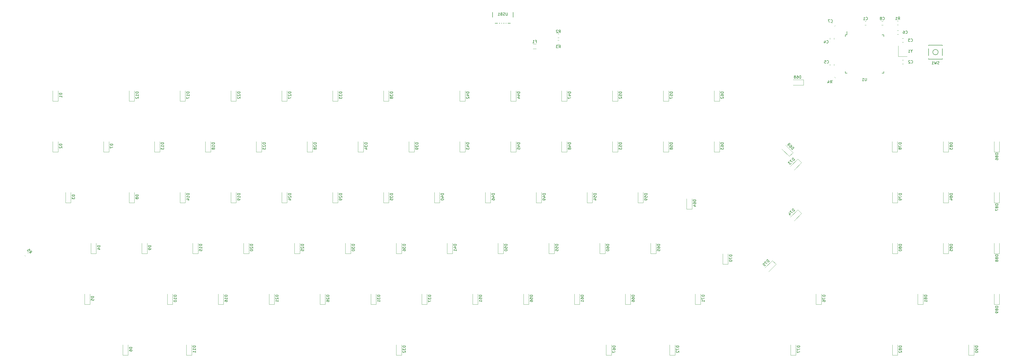
<source format=gbo>
%TF.GenerationSoftware,KiCad,Pcbnew,5.1.9*%
%TF.CreationDate,2021-05-19T15:57:03-04:00*%
%TF.ProjectId,EKS-Mk2,454b532d-4d6b-4322-9e6b-696361645f70,2.1*%
%TF.SameCoordinates,Original*%
%TF.FileFunction,Legend,Bot*%
%TF.FilePolarity,Positive*%
%FSLAX46Y46*%
G04 Gerber Fmt 4.6, Leading zero omitted, Abs format (unit mm)*
G04 Created by KiCad (PCBNEW 5.1.9) date 2021-05-19 15:57:03*
%MOMM*%
%LPD*%
G01*
G04 APERTURE LIST*
%ADD10C,0.150000*%
%ADD11C,0.120000*%
%ADD12C,3.200000*%
%ADD13O,1.700000X2.700000*%
%ADD14R,0.500000X2.250000*%
%ADD15C,1.750000*%
%ADD16R,1.905000X1.905000*%
%ADD17C,1.905000*%
%ADD18C,2.250000*%
%ADD19C,3.987800*%
%ADD20R,1.200000X1.400000*%
%ADD21R,1.500000X0.550000*%
%ADD22R,0.550000X1.500000*%
%ADD23R,1.800000X1.100000*%
%ADD24C,3.048000*%
%ADD25R,1.200000X0.900000*%
%ADD26C,0.020000*%
%ADD27R,0.900000X1.200000*%
G04 APERTURE END LIST*
D10*
%TO.C,USB1*%
X172362500Y32385000D02*
X172362500Y26935000D01*
X180062500Y32385000D02*
X180062500Y26935000D01*
X172362500Y26935000D02*
X180062500Y26935000D01*
D11*
%TO.C,Y1*%
X324295500Y14510000D02*
X324295500Y18510000D01*
X327595500Y14510000D02*
X324295500Y14510000D01*
D10*
%TO.C,U1*%
X305058000Y22605500D02*
X305058000Y23880500D01*
X304483000Y8255500D02*
X304483000Y8930500D01*
X318833000Y8255500D02*
X318833000Y8930500D01*
X318833000Y22605500D02*
X318833000Y21930500D01*
X304483000Y22605500D02*
X304483000Y21930500D01*
X318833000Y22605500D02*
X318158000Y22605500D01*
X318833000Y8255500D02*
X318158000Y8255500D01*
X304483000Y8255500D02*
X305158000Y8255500D01*
X304483000Y22605500D02*
X305058000Y22605500D01*
%TO.C,SW1*%
X340801000Y18729000D02*
X335601000Y18729000D01*
X335601000Y18729000D02*
X335601000Y13529000D01*
X335601000Y13529000D02*
X340801000Y13529000D01*
X340801000Y13529000D02*
X340801000Y18729000D01*
X339201000Y16129000D02*
G75*
G03*
X339201000Y16129000I-1000000J0D01*
G01*
D11*
%TO.C,R5*%
X-2518165Y-60370282D02*
X-2839282Y-60049165D01*
X-1478718Y-59330835D02*
X-1799835Y-59009718D01*
%TO.C,R4*%
X299678335Y5415718D02*
X299357218Y5736835D01*
X300717782Y6455165D02*
X300396665Y6776282D01*
%TO.C,R3*%
X197235814Y19108750D02*
X196781686Y19108750D01*
X197235814Y20578750D02*
X196781686Y20578750D01*
%TO.C,R2*%
X197235814Y21490000D02*
X196781686Y21490000D01*
X197235814Y22960000D02*
X196781686Y22960000D01*
%TO.C,R1*%
X323845186Y27786000D02*
X324299314Y27786000D01*
X323845186Y26316000D02*
X324299314Y26316000D01*
%TO.C,F1*%
X188720814Y17346250D02*
X187516686Y17346250D01*
X188720814Y19166250D02*
X187516686Y19166250D01*
%TO.C,D90*%
X352631250Y-97500000D02*
X352631250Y-93600000D01*
X350631250Y-97500000D02*
X350631250Y-93600000D01*
X352631250Y-97500000D02*
X350631250Y-97500000D01*
%TO.C,D89*%
X362156250Y-78450000D02*
X362156250Y-74550000D01*
X360156250Y-78450000D02*
X360156250Y-74550000D01*
X362156250Y-78450000D02*
X360156250Y-78450000D01*
%TO.C,D88*%
X362156250Y-59400000D02*
X362156250Y-55500000D01*
X360156250Y-59400000D02*
X360156250Y-55500000D01*
X362156250Y-59400000D02*
X360156250Y-59400000D01*
%TO.C,D87*%
X362156250Y-40350000D02*
X362156250Y-36450000D01*
X360156250Y-40350000D02*
X360156250Y-36450000D01*
X362156250Y-40350000D02*
X360156250Y-40350000D01*
%TO.C,D86*%
X362156250Y-21300000D02*
X362156250Y-17400000D01*
X360156250Y-21300000D02*
X360156250Y-17400000D01*
X362156250Y-21300000D02*
X360156250Y-21300000D01*
%TO.C,D85*%
X343106250Y-59400000D02*
X343106250Y-55500000D01*
X341106250Y-59400000D02*
X341106250Y-55500000D01*
X343106250Y-59400000D02*
X341106250Y-59400000D01*
%TO.C,D84*%
X343106250Y-40350000D02*
X343106250Y-36450000D01*
X341106250Y-40350000D02*
X341106250Y-36450000D01*
X343106250Y-40350000D02*
X341106250Y-40350000D01*
%TO.C,D83*%
X343106250Y-21300000D02*
X343106250Y-17400000D01*
X341106250Y-21300000D02*
X341106250Y-17400000D01*
X343106250Y-21300000D02*
X341106250Y-21300000D01*
%TO.C,D82*%
X324056250Y-97500000D02*
X324056250Y-93600000D01*
X322056250Y-97500000D02*
X322056250Y-93600000D01*
X324056250Y-97500000D02*
X322056250Y-97500000D01*
%TO.C,D81*%
X333581250Y-78450000D02*
X333581250Y-74550000D01*
X331581250Y-78450000D02*
X331581250Y-74550000D01*
X333581250Y-78450000D02*
X331581250Y-78450000D01*
%TO.C,D80*%
X324056250Y-59400000D02*
X324056250Y-55500000D01*
X322056250Y-59400000D02*
X322056250Y-55500000D01*
X324056250Y-59400000D02*
X322056250Y-59400000D01*
%TO.C,D79*%
X324056250Y-40350000D02*
X324056250Y-36450000D01*
X322056250Y-40350000D02*
X322056250Y-36450000D01*
X324056250Y-40350000D02*
X322056250Y-40350000D01*
%TO.C,D78*%
X323961000Y-21300000D02*
X323961000Y-17400000D01*
X321961000Y-21300000D02*
X321961000Y-17400000D01*
X323961000Y-21300000D02*
X321961000Y-21300000D01*
%TO.C,D77*%
X285956250Y-97500000D02*
X285956250Y-93600000D01*
X283956250Y-97500000D02*
X283956250Y-93600000D01*
X285956250Y-97500000D02*
X283956250Y-97500000D01*
%TO.C,D76*%
X295481250Y-78450000D02*
X295481250Y-74550000D01*
X293481250Y-78450000D02*
X293481250Y-74550000D01*
X295481250Y-78450000D02*
X293481250Y-78450000D01*
%TO.C,D75*%
X277108883Y-61995653D02*
X274351167Y-64753369D01*
X278523097Y-63409867D02*
X275765381Y-66167583D01*
X277108883Y-61995653D02*
X278523097Y-63409867D01*
%TO.C,D74*%
X286633883Y-42945653D02*
X283876167Y-45703369D01*
X288048097Y-44359867D02*
X285290381Y-47117583D01*
X286633883Y-42945653D02*
X288048097Y-44359867D01*
%TO.C,D73*%
X286633883Y-23895653D02*
X283876167Y-26653369D01*
X288048097Y-25309867D02*
X285290381Y-28067583D01*
X286633883Y-23895653D02*
X288048097Y-25309867D01*
%TO.C,D72*%
X240712500Y-97500000D02*
X240712500Y-93600000D01*
X238712500Y-97500000D02*
X238712500Y-93600000D01*
X240712500Y-97500000D02*
X238712500Y-97500000D01*
%TO.C,D71*%
X250237500Y-78450000D02*
X250237500Y-74550000D01*
X248237500Y-78450000D02*
X248237500Y-74550000D01*
X250237500Y-78450000D02*
X248237500Y-78450000D01*
%TO.C,D70*%
X260556250Y-63368750D02*
X260556250Y-59468750D01*
X258556250Y-63368750D02*
X258556250Y-59468750D01*
X260556250Y-63368750D02*
X258556250Y-63368750D01*
%TO.C,D69*%
X284873097Y-21521383D02*
X282115381Y-18763667D01*
X283458883Y-22935597D02*
X280701167Y-20177881D01*
X284873097Y-21521383D02*
X283458883Y-22935597D01*
%TO.C,D68*%
X288793750Y5762500D02*
X284893750Y5762500D01*
X288793750Y3762500D02*
X284893750Y3762500D01*
X288793750Y5762500D02*
X288793750Y3762500D01*
%TO.C,D67*%
X216900000Y-97500000D02*
X216900000Y-93600000D01*
X214900000Y-97500000D02*
X214900000Y-93600000D01*
X216900000Y-97500000D02*
X214900000Y-97500000D01*
%TO.C,D66*%
X224043750Y-78450000D02*
X224043750Y-74550000D01*
X222043750Y-78450000D02*
X222043750Y-74550000D01*
X224043750Y-78450000D02*
X222043750Y-78450000D01*
%TO.C,D65*%
X233568750Y-59400000D02*
X233568750Y-55500000D01*
X231568750Y-59400000D02*
X231568750Y-55500000D01*
X233568750Y-59400000D02*
X231568750Y-59400000D01*
%TO.C,D64*%
X247062500Y-42731250D02*
X247062500Y-38831250D01*
X245062500Y-42731250D02*
X245062500Y-38831250D01*
X247062500Y-42731250D02*
X245062500Y-42731250D01*
%TO.C,D63*%
X257381250Y-21300000D02*
X257381250Y-17400000D01*
X255381250Y-21300000D02*
X255381250Y-17400000D01*
X257381250Y-21300000D02*
X255381250Y-21300000D01*
%TO.C,D62*%
X257381250Y-2250000D02*
X257381250Y1650000D01*
X255381250Y-2250000D02*
X255381250Y1650000D01*
X257381250Y-2250000D02*
X255381250Y-2250000D01*
%TO.C,D61*%
X204993750Y-78450000D02*
X204993750Y-74550000D01*
X202993750Y-78450000D02*
X202993750Y-74550000D01*
X204993750Y-78450000D02*
X202993750Y-78450000D01*
%TO.C,D60*%
X214518750Y-59400000D02*
X214518750Y-55500000D01*
X212518750Y-59400000D02*
X212518750Y-55500000D01*
X214518750Y-59400000D02*
X212518750Y-59400000D01*
%TO.C,D59*%
X228806250Y-40350000D02*
X228806250Y-36450000D01*
X226806250Y-40350000D02*
X226806250Y-36450000D01*
X228806250Y-40350000D02*
X226806250Y-40350000D01*
%TO.C,D58*%
X238331250Y-21300000D02*
X238331250Y-17400000D01*
X236331250Y-21300000D02*
X236331250Y-17400000D01*
X238331250Y-21300000D02*
X236331250Y-21300000D01*
%TO.C,D57*%
X238331250Y-2250000D02*
X238331250Y1650000D01*
X236331250Y-2250000D02*
X236331250Y1650000D01*
X238331250Y-2250000D02*
X236331250Y-2250000D01*
%TO.C,D56*%
X185943750Y-78450000D02*
X185943750Y-74550000D01*
X183943750Y-78450000D02*
X183943750Y-74550000D01*
X185943750Y-78450000D02*
X183943750Y-78450000D01*
%TO.C,D55*%
X195468750Y-59400000D02*
X195468750Y-55500000D01*
X193468750Y-59400000D02*
X193468750Y-55500000D01*
X195468750Y-59400000D02*
X193468750Y-59400000D01*
%TO.C,D54*%
X209756250Y-40350000D02*
X209756250Y-36450000D01*
X207756250Y-40350000D02*
X207756250Y-36450000D01*
X209756250Y-40350000D02*
X207756250Y-40350000D01*
%TO.C,D53*%
X219281250Y-21300000D02*
X219281250Y-17400000D01*
X217281250Y-21300000D02*
X217281250Y-17400000D01*
X219281250Y-21300000D02*
X217281250Y-21300000D01*
%TO.C,D52*%
X219281250Y-2250000D02*
X219281250Y1650000D01*
X217281250Y-2250000D02*
X217281250Y1650000D01*
X219281250Y-2250000D02*
X217281250Y-2250000D01*
%TO.C,D51*%
X166893750Y-78450000D02*
X166893750Y-74550000D01*
X164893750Y-78450000D02*
X164893750Y-74550000D01*
X166893750Y-78450000D02*
X164893750Y-78450000D01*
%TO.C,D50*%
X176418750Y-59400000D02*
X176418750Y-55500000D01*
X174418750Y-59400000D02*
X174418750Y-55500000D01*
X176418750Y-59400000D02*
X174418750Y-59400000D01*
%TO.C,D49*%
X190706250Y-40350000D02*
X190706250Y-36450000D01*
X188706250Y-40350000D02*
X188706250Y-36450000D01*
X190706250Y-40350000D02*
X188706250Y-40350000D01*
%TO.C,D48*%
X200231250Y-21300000D02*
X200231250Y-17400000D01*
X198231250Y-21300000D02*
X198231250Y-17400000D01*
X200231250Y-21300000D02*
X198231250Y-21300000D01*
%TO.C,D47*%
X200231250Y-2250000D02*
X200231250Y1650000D01*
X198231250Y-2250000D02*
X198231250Y1650000D01*
X200231250Y-2250000D02*
X198231250Y-2250000D01*
%TO.C,D46*%
X171656250Y-40350000D02*
X171656250Y-36450000D01*
X169656250Y-40350000D02*
X169656250Y-36450000D01*
X171656250Y-40350000D02*
X169656250Y-40350000D01*
%TO.C,D45*%
X181181250Y-21300000D02*
X181181250Y-17400000D01*
X179181250Y-21300000D02*
X179181250Y-17400000D01*
X181181250Y-21300000D02*
X179181250Y-21300000D01*
%TO.C,D44*%
X181181250Y-2250000D02*
X181181250Y1650000D01*
X179181250Y-2250000D02*
X179181250Y1650000D01*
X181181250Y-2250000D02*
X179181250Y-2250000D01*
%TO.C,D43*%
X162131250Y-21300000D02*
X162131250Y-17400000D01*
X160131250Y-21300000D02*
X160131250Y-17400000D01*
X162131250Y-21300000D02*
X160131250Y-21300000D01*
%TO.C,D42*%
X162131250Y-2250000D02*
X162131250Y1650000D01*
X160131250Y-2250000D02*
X160131250Y1650000D01*
X162131250Y-2250000D02*
X160131250Y-2250000D01*
%TO.C,D41*%
X157368750Y-59400000D02*
X157368750Y-55500000D01*
X155368750Y-59400000D02*
X155368750Y-55500000D01*
X157368750Y-59400000D02*
X155368750Y-59400000D01*
%TO.C,D40*%
X152606250Y-40350000D02*
X152606250Y-36450000D01*
X150606250Y-40350000D02*
X150606250Y-36450000D01*
X152606250Y-40350000D02*
X150606250Y-40350000D01*
%TO.C,D39*%
X143081250Y-21300000D02*
X143081250Y-17400000D01*
X141081250Y-21300000D02*
X141081250Y-17400000D01*
X143081250Y-21300000D02*
X141081250Y-21300000D01*
%TO.C,D38*%
X133556250Y-2250000D02*
X133556250Y1650000D01*
X131556250Y-2250000D02*
X131556250Y1650000D01*
X133556250Y-2250000D02*
X131556250Y-2250000D01*
%TO.C,D37*%
X147843750Y-78450000D02*
X147843750Y-74550000D01*
X145843750Y-78450000D02*
X145843750Y-74550000D01*
X147843750Y-78450000D02*
X145843750Y-78450000D01*
%TO.C,D36*%
X138318750Y-59400000D02*
X138318750Y-55500000D01*
X136318750Y-59400000D02*
X136318750Y-55500000D01*
X138318750Y-59400000D02*
X136318750Y-59400000D01*
%TO.C,D35*%
X133556250Y-40350000D02*
X133556250Y-36450000D01*
X131556250Y-40350000D02*
X131556250Y-36450000D01*
X133556250Y-40350000D02*
X131556250Y-40350000D01*
%TO.C,D34*%
X124031250Y-21300000D02*
X124031250Y-17400000D01*
X122031250Y-21300000D02*
X122031250Y-17400000D01*
X124031250Y-21300000D02*
X122031250Y-21300000D01*
%TO.C,D33*%
X114506250Y-2250000D02*
X114506250Y1650000D01*
X112506250Y-2250000D02*
X112506250Y1650000D01*
X114506250Y-2250000D02*
X112506250Y-2250000D01*
%TO.C,D32*%
X138318750Y-97500000D02*
X138318750Y-93600000D01*
X136318750Y-97500000D02*
X136318750Y-93600000D01*
X138318750Y-97500000D02*
X136318750Y-97500000D01*
%TO.C,D31*%
X128793750Y-78450000D02*
X128793750Y-74550000D01*
X126793750Y-78450000D02*
X126793750Y-74550000D01*
X128793750Y-78450000D02*
X126793750Y-78450000D01*
%TO.C,D30*%
X119268750Y-59400000D02*
X119268750Y-55500000D01*
X117268750Y-59400000D02*
X117268750Y-55500000D01*
X119268750Y-59400000D02*
X117268750Y-59400000D01*
%TO.C,D29*%
X114506250Y-40350000D02*
X114506250Y-36450000D01*
X112506250Y-40350000D02*
X112506250Y-36450000D01*
X114506250Y-40350000D02*
X112506250Y-40350000D01*
%TO.C,D28*%
X104981250Y-21300000D02*
X104981250Y-17400000D01*
X102981250Y-21300000D02*
X102981250Y-17400000D01*
X104981250Y-21300000D02*
X102981250Y-21300000D01*
%TO.C,D27*%
X95456250Y-2250000D02*
X95456250Y1650000D01*
X93456250Y-2250000D02*
X93456250Y1650000D01*
X95456250Y-2250000D02*
X93456250Y-2250000D01*
%TO.C,D26*%
X109743750Y-78450000D02*
X109743750Y-74550000D01*
X107743750Y-78450000D02*
X107743750Y-74550000D01*
X109743750Y-78450000D02*
X107743750Y-78450000D01*
%TO.C,D25*%
X100218750Y-59400000D02*
X100218750Y-55500000D01*
X98218750Y-59400000D02*
X98218750Y-55500000D01*
X100218750Y-59400000D02*
X98218750Y-59400000D01*
%TO.C,D24*%
X95456250Y-40350000D02*
X95456250Y-36450000D01*
X93456250Y-40350000D02*
X93456250Y-36450000D01*
X95456250Y-40350000D02*
X93456250Y-40350000D01*
%TO.C,D23*%
X85931250Y-21300000D02*
X85931250Y-17400000D01*
X83931250Y-21300000D02*
X83931250Y-17400000D01*
X85931250Y-21300000D02*
X83931250Y-21300000D01*
%TO.C,D22*%
X76406250Y-2250000D02*
X76406250Y1650000D01*
X74406250Y-2250000D02*
X74406250Y1650000D01*
X76406250Y-2250000D02*
X74406250Y-2250000D01*
%TO.C,D21*%
X90693750Y-78450000D02*
X90693750Y-74550000D01*
X88693750Y-78450000D02*
X88693750Y-74550000D01*
X90693750Y-78450000D02*
X88693750Y-78450000D01*
%TO.C,D20*%
X81168750Y-59400000D02*
X81168750Y-55500000D01*
X79168750Y-59400000D02*
X79168750Y-55500000D01*
X81168750Y-59400000D02*
X79168750Y-59400000D01*
%TO.C,D19*%
X76406250Y-40350000D02*
X76406250Y-36450000D01*
X74406250Y-40350000D02*
X74406250Y-36450000D01*
X76406250Y-40350000D02*
X74406250Y-40350000D01*
%TO.C,D18*%
X66881250Y-21300000D02*
X66881250Y-17400000D01*
X64881250Y-21300000D02*
X64881250Y-17400000D01*
X66881250Y-21300000D02*
X64881250Y-21300000D01*
%TO.C,D17*%
X57356250Y-2250000D02*
X57356250Y1650000D01*
X55356250Y-2250000D02*
X55356250Y1650000D01*
X57356250Y-2250000D02*
X55356250Y-2250000D01*
%TO.C,D16*%
X71643750Y-78450000D02*
X71643750Y-74550000D01*
X69643750Y-78450000D02*
X69643750Y-74550000D01*
X71643750Y-78450000D02*
X69643750Y-78450000D01*
%TO.C,D15*%
X62118750Y-59400000D02*
X62118750Y-55500000D01*
X60118750Y-59400000D02*
X60118750Y-55500000D01*
X62118750Y-59400000D02*
X60118750Y-59400000D01*
%TO.C,D14*%
X57356250Y-40350000D02*
X57356250Y-36450000D01*
X55356250Y-40350000D02*
X55356250Y-36450000D01*
X57356250Y-40350000D02*
X55356250Y-40350000D01*
%TO.C,D13*%
X47831250Y-21300000D02*
X47831250Y-17400000D01*
X45831250Y-21300000D02*
X45831250Y-17400000D01*
X47831250Y-21300000D02*
X45831250Y-21300000D01*
%TO.C,D12*%
X38306250Y-2250000D02*
X38306250Y1650000D01*
X36306250Y-2250000D02*
X36306250Y1650000D01*
X38306250Y-2250000D02*
X36306250Y-2250000D01*
%TO.C,D11*%
X59737500Y-97500000D02*
X59737500Y-93600000D01*
X57737500Y-97500000D02*
X57737500Y-93600000D01*
X59737500Y-97500000D02*
X57737500Y-97500000D01*
%TO.C,D10*%
X52593750Y-78450000D02*
X52593750Y-74550000D01*
X50593750Y-78450000D02*
X50593750Y-74550000D01*
X52593750Y-78450000D02*
X50593750Y-78450000D01*
%TO.C,D9*%
X43068750Y-59400000D02*
X43068750Y-55500000D01*
X41068750Y-59400000D02*
X41068750Y-55500000D01*
X43068750Y-59400000D02*
X41068750Y-59400000D01*
%TO.C,D8*%
X38306250Y-40350000D02*
X38306250Y-36450000D01*
X36306250Y-40350000D02*
X36306250Y-36450000D01*
X38306250Y-40350000D02*
X36306250Y-40350000D01*
%TO.C,D7*%
X28781250Y-21300000D02*
X28781250Y-17400000D01*
X26781250Y-21300000D02*
X26781250Y-17400000D01*
X28781250Y-21300000D02*
X26781250Y-21300000D01*
%TO.C,D6*%
X35925000Y-97500000D02*
X35925000Y-93600000D01*
X33925000Y-97500000D02*
X33925000Y-93600000D01*
X35925000Y-97500000D02*
X33925000Y-97500000D01*
%TO.C,D5*%
X21637500Y-78450000D02*
X21637500Y-74550000D01*
X19637500Y-78450000D02*
X19637500Y-74550000D01*
X21637500Y-78450000D02*
X19637500Y-78450000D01*
%TO.C,D4*%
X23987000Y-59400000D02*
X23987000Y-55500000D01*
X21987000Y-59400000D02*
X21987000Y-55500000D01*
X23987000Y-59400000D02*
X21987000Y-59400000D01*
%TO.C,D3*%
X14493750Y-40350000D02*
X14493750Y-36450000D01*
X12493750Y-40350000D02*
X12493750Y-36450000D01*
X14493750Y-40350000D02*
X12493750Y-40350000D01*
%TO.C,D2*%
X9731250Y-21300000D02*
X9731250Y-17400000D01*
X7731250Y-21300000D02*
X7731250Y-17400000D01*
X9731250Y-21300000D02*
X7731250Y-21300000D01*
%TO.C,D1*%
X9731250Y-2250000D02*
X9731250Y1650000D01*
X7731250Y-2250000D02*
X7731250Y1650000D01*
X9731250Y-2250000D02*
X7731250Y-2250000D01*
%TO.C,C8*%
X318032498Y27722500D02*
X318555002Y27722500D01*
X318032498Y26252500D02*
X318555002Y26252500D01*
%TO.C,C7*%
X300741957Y26208010D02*
X300372490Y25838543D01*
X299702510Y27247457D02*
X299333043Y26877990D01*
%TO.C,C6*%
X323810998Y22760000D02*
X324333502Y22760000D01*
X323810998Y24230000D02*
X324333502Y24230000D01*
%TO.C,C5*%
X298731000Y11105248D02*
X298731000Y11627752D01*
X300201000Y11105248D02*
X300201000Y11627752D01*
%TO.C,C4*%
X300201000Y21470252D02*
X300201000Y20947748D01*
X298731000Y21470252D02*
X298731000Y20947748D01*
%TO.C,C3*%
X326238502Y19839000D02*
X325715998Y19839000D01*
X326238502Y21309000D02*
X325715998Y21309000D01*
%TO.C,C2*%
X325715998Y13181000D02*
X326238502Y13181000D01*
X325715998Y11711000D02*
X326238502Y11711000D01*
%TO.C,C1*%
X311745998Y27722500D02*
X312268502Y27722500D01*
X311745998Y26252500D02*
X312268502Y26252500D01*
%TO.C,USB1*%
D10*
X177950595Y30900619D02*
X177950595Y30091095D01*
X177902976Y29995857D01*
X177855357Y29948238D01*
X177760119Y29900619D01*
X177569642Y29900619D01*
X177474404Y29948238D01*
X177426785Y29995857D01*
X177379166Y30091095D01*
X177379166Y30900619D01*
X176950595Y29948238D02*
X176807738Y29900619D01*
X176569642Y29900619D01*
X176474404Y29948238D01*
X176426785Y29995857D01*
X176379166Y30091095D01*
X176379166Y30186333D01*
X176426785Y30281571D01*
X176474404Y30329190D01*
X176569642Y30376809D01*
X176760119Y30424428D01*
X176855357Y30472047D01*
X176902976Y30519666D01*
X176950595Y30614904D01*
X176950595Y30710142D01*
X176902976Y30805380D01*
X176855357Y30853000D01*
X176760119Y30900619D01*
X176522023Y30900619D01*
X176379166Y30853000D01*
X175617261Y30424428D02*
X175474404Y30376809D01*
X175426785Y30329190D01*
X175379166Y30233952D01*
X175379166Y30091095D01*
X175426785Y29995857D01*
X175474404Y29948238D01*
X175569642Y29900619D01*
X175950595Y29900619D01*
X175950595Y30900619D01*
X175617261Y30900619D01*
X175522023Y30853000D01*
X175474404Y30805380D01*
X175426785Y30710142D01*
X175426785Y30614904D01*
X175474404Y30519666D01*
X175522023Y30472047D01*
X175617261Y30424428D01*
X175950595Y30424428D01*
X174426785Y29900619D02*
X174998214Y29900619D01*
X174712500Y29900619D02*
X174712500Y30900619D01*
X174807738Y30757761D01*
X174902976Y30662523D01*
X174998214Y30614904D01*
%TO.C,Y1*%
X329247440Y16533809D02*
X329247440Y16057619D01*
X329580773Y17057619D02*
X329247440Y16533809D01*
X328914107Y17057619D01*
X328056964Y16057619D02*
X328628392Y16057619D01*
X328342678Y16057619D02*
X328342678Y17057619D01*
X328437916Y16914761D01*
X328533154Y16819523D01*
X328628392Y16771904D01*
%TO.C,U1*%
X312388154Y6389619D02*
X312388154Y5580095D01*
X312340535Y5484857D01*
X312292916Y5437238D01*
X312197678Y5389619D01*
X312007202Y5389619D01*
X311911964Y5437238D01*
X311864345Y5484857D01*
X311816726Y5580095D01*
X311816726Y6389619D01*
X310816726Y5389619D02*
X311388154Y5389619D01*
X311102440Y5389619D02*
X311102440Y6389619D01*
X311197678Y6246761D01*
X311292916Y6151523D01*
X311388154Y6103904D01*
%TO.C,SW1*%
X339534333Y11660238D02*
X339391476Y11612619D01*
X339153380Y11612619D01*
X339058142Y11660238D01*
X339010523Y11707857D01*
X338962904Y11803095D01*
X338962904Y11898333D01*
X339010523Y11993571D01*
X339058142Y12041190D01*
X339153380Y12088809D01*
X339343857Y12136428D01*
X339439095Y12184047D01*
X339486714Y12231666D01*
X339534333Y12326904D01*
X339534333Y12422142D01*
X339486714Y12517380D01*
X339439095Y12565000D01*
X339343857Y12612619D01*
X339105761Y12612619D01*
X338962904Y12565000D01*
X338629571Y12612619D02*
X338391476Y11612619D01*
X338201000Y12326904D01*
X338010523Y11612619D01*
X337772428Y12612619D01*
X336867666Y11612619D02*
X337439095Y11612619D01*
X337153380Y11612619D02*
X337153380Y12612619D01*
X337248619Y12469761D01*
X337343857Y12374523D01*
X337439095Y12326904D01*
%TO.C,R5*%
X-1194304Y-58961006D02*
X-621884Y-58859991D01*
X-790243Y-59365067D02*
X-83136Y-58657961D01*
X-352510Y-58388586D01*
X-453525Y-58354915D01*
X-520869Y-58354915D01*
X-621884Y-58388586D01*
X-722899Y-58489602D01*
X-756571Y-58590617D01*
X-756571Y-58657961D01*
X-722899Y-58758976D01*
X-453525Y-59028350D01*
X-1126961Y-57614136D02*
X-790243Y-57950854D01*
X-1093289Y-58321243D01*
X-1093289Y-58253899D01*
X-1126961Y-58152884D01*
X-1295319Y-57984525D01*
X-1396335Y-57950854D01*
X-1463678Y-57950854D01*
X-1564693Y-57984525D01*
X-1733052Y-58152884D01*
X-1766724Y-58253899D01*
X-1766724Y-58321243D01*
X-1733052Y-58422258D01*
X-1564693Y-58590617D01*
X-1463678Y-58624289D01*
X-1396335Y-58624289D01*
%TO.C,R4*%
X298767325Y4476186D02*
X299100659Y4952376D01*
X299338754Y4476186D02*
X299338754Y5476186D01*
X298957801Y5476186D01*
X298862563Y5428567D01*
X298814944Y5380947D01*
X298767325Y5285709D01*
X298767325Y5142852D01*
X298814944Y5047614D01*
X298862563Y4999995D01*
X298957801Y4952376D01*
X299338754Y4952376D01*
X297910182Y5142852D02*
X297910182Y4476186D01*
X298148278Y5523805D02*
X298386373Y4809519D01*
X297767325Y4809519D01*
%TO.C,R3*%
X197175416Y17708619D02*
X197508750Y18184809D01*
X197746845Y17708619D02*
X197746845Y18708619D01*
X197365892Y18708619D01*
X197270654Y18661000D01*
X197223035Y18613380D01*
X197175416Y18518142D01*
X197175416Y18375285D01*
X197223035Y18280047D01*
X197270654Y18232428D01*
X197365892Y18184809D01*
X197746845Y18184809D01*
X196842083Y18708619D02*
X196223035Y18708619D01*
X196556369Y18327666D01*
X196413511Y18327666D01*
X196318273Y18280047D01*
X196270654Y18232428D01*
X196223035Y18137190D01*
X196223035Y17899095D01*
X196270654Y17803857D01*
X196318273Y17756238D01*
X196413511Y17708619D01*
X196699226Y17708619D01*
X196794464Y17756238D01*
X196842083Y17803857D01*
%TO.C,R2*%
X197175416Y23422619D02*
X197508750Y23898809D01*
X197746845Y23422619D02*
X197746845Y24422619D01*
X197365892Y24422619D01*
X197270654Y24375000D01*
X197223035Y24327380D01*
X197175416Y24232142D01*
X197175416Y24089285D01*
X197223035Y23994047D01*
X197270654Y23946428D01*
X197365892Y23898809D01*
X197746845Y23898809D01*
X196794464Y24327380D02*
X196746845Y24375000D01*
X196651607Y24422619D01*
X196413511Y24422619D01*
X196318273Y24375000D01*
X196270654Y24327380D01*
X196223035Y24232142D01*
X196223035Y24136904D01*
X196270654Y23994047D01*
X196842083Y23422619D01*
X196223035Y23422619D01*
%TO.C,R1*%
X324175416Y28281369D02*
X324508750Y28757559D01*
X324746845Y28281369D02*
X324746845Y29281369D01*
X324365892Y29281369D01*
X324270654Y29233750D01*
X324223035Y29186130D01*
X324175416Y29090892D01*
X324175416Y28948035D01*
X324223035Y28852797D01*
X324270654Y28805178D01*
X324365892Y28757559D01*
X324746845Y28757559D01*
X323223035Y28281369D02*
X323794464Y28281369D01*
X323508750Y28281369D02*
X323508750Y29281369D01*
X323603988Y29138511D01*
X323699226Y29043273D01*
X323794464Y28995654D01*
%TO.C,F1*%
X188452083Y20147678D02*
X188785416Y20147678D01*
X188785416Y19623869D02*
X188785416Y20623869D01*
X188309226Y20623869D01*
X187404464Y19623869D02*
X187975892Y19623869D01*
X187690178Y19623869D02*
X187690178Y20623869D01*
X187785416Y20481011D01*
X187880654Y20385773D01*
X187975892Y20338154D01*
%TO.C,D90*%
X354083630Y-94035714D02*
X353083630Y-94035714D01*
X353083630Y-94273809D01*
X353131250Y-94416666D01*
X353226488Y-94511904D01*
X353321726Y-94559523D01*
X353512202Y-94607142D01*
X353655059Y-94607142D01*
X353845535Y-94559523D01*
X353940773Y-94511904D01*
X354036011Y-94416666D01*
X354083630Y-94273809D01*
X354083630Y-94035714D01*
X354083630Y-95083333D02*
X354083630Y-95273809D01*
X354036011Y-95369047D01*
X353988392Y-95416666D01*
X353845535Y-95511904D01*
X353655059Y-95559523D01*
X353274107Y-95559523D01*
X353178869Y-95511904D01*
X353131250Y-95464285D01*
X353083630Y-95369047D01*
X353083630Y-95178571D01*
X353131250Y-95083333D01*
X353178869Y-95035714D01*
X353274107Y-94988095D01*
X353512202Y-94988095D01*
X353607440Y-95035714D01*
X353655059Y-95083333D01*
X353702678Y-95178571D01*
X353702678Y-95369047D01*
X353655059Y-95464285D01*
X353607440Y-95511904D01*
X353512202Y-95559523D01*
X353083630Y-96178571D02*
X353083630Y-96273809D01*
X353131250Y-96369047D01*
X353178869Y-96416666D01*
X353274107Y-96464285D01*
X353464583Y-96511904D01*
X353702678Y-96511904D01*
X353893154Y-96464285D01*
X353988392Y-96416666D01*
X354036011Y-96369047D01*
X354083630Y-96273809D01*
X354083630Y-96178571D01*
X354036011Y-96083333D01*
X353988392Y-96035714D01*
X353893154Y-95988095D01*
X353702678Y-95940476D01*
X353464583Y-95940476D01*
X353274107Y-95988095D01*
X353178869Y-96035714D01*
X353131250Y-96083333D01*
X353083630Y-96178571D01*
%TO.C,D89*%
X361640380Y-79176714D02*
X360640380Y-79176714D01*
X360640380Y-79414809D01*
X360688000Y-79557666D01*
X360783238Y-79652904D01*
X360878476Y-79700523D01*
X361068952Y-79748142D01*
X361211809Y-79748142D01*
X361402285Y-79700523D01*
X361497523Y-79652904D01*
X361592761Y-79557666D01*
X361640380Y-79414809D01*
X361640380Y-79176714D01*
X361068952Y-80319571D02*
X361021333Y-80224333D01*
X360973714Y-80176714D01*
X360878476Y-80129095D01*
X360830857Y-80129095D01*
X360735619Y-80176714D01*
X360688000Y-80224333D01*
X360640380Y-80319571D01*
X360640380Y-80510047D01*
X360688000Y-80605285D01*
X360735619Y-80652904D01*
X360830857Y-80700523D01*
X360878476Y-80700523D01*
X360973714Y-80652904D01*
X361021333Y-80605285D01*
X361068952Y-80510047D01*
X361068952Y-80319571D01*
X361116571Y-80224333D01*
X361164190Y-80176714D01*
X361259428Y-80129095D01*
X361449904Y-80129095D01*
X361545142Y-80176714D01*
X361592761Y-80224333D01*
X361640380Y-80319571D01*
X361640380Y-80510047D01*
X361592761Y-80605285D01*
X361545142Y-80652904D01*
X361449904Y-80700523D01*
X361259428Y-80700523D01*
X361164190Y-80652904D01*
X361116571Y-80605285D01*
X361068952Y-80510047D01*
X361640380Y-81176714D02*
X361640380Y-81367190D01*
X361592761Y-81462428D01*
X361545142Y-81510047D01*
X361402285Y-81605285D01*
X361211809Y-81652904D01*
X360830857Y-81652904D01*
X360735619Y-81605285D01*
X360688000Y-81557666D01*
X360640380Y-81462428D01*
X360640380Y-81271952D01*
X360688000Y-81176714D01*
X360735619Y-81129095D01*
X360830857Y-81081476D01*
X361068952Y-81081476D01*
X361164190Y-81129095D01*
X361211809Y-81176714D01*
X361259428Y-81271952D01*
X361259428Y-81462428D01*
X361211809Y-81557666D01*
X361164190Y-81605285D01*
X361068952Y-81652904D01*
%TO.C,D88*%
X361640380Y-59872714D02*
X360640380Y-59872714D01*
X360640380Y-60110809D01*
X360688000Y-60253666D01*
X360783238Y-60348904D01*
X360878476Y-60396523D01*
X361068952Y-60444142D01*
X361211809Y-60444142D01*
X361402285Y-60396523D01*
X361497523Y-60348904D01*
X361592761Y-60253666D01*
X361640380Y-60110809D01*
X361640380Y-59872714D01*
X361068952Y-61015571D02*
X361021333Y-60920333D01*
X360973714Y-60872714D01*
X360878476Y-60825095D01*
X360830857Y-60825095D01*
X360735619Y-60872714D01*
X360688000Y-60920333D01*
X360640380Y-61015571D01*
X360640380Y-61206047D01*
X360688000Y-61301285D01*
X360735619Y-61348904D01*
X360830857Y-61396523D01*
X360878476Y-61396523D01*
X360973714Y-61348904D01*
X361021333Y-61301285D01*
X361068952Y-61206047D01*
X361068952Y-61015571D01*
X361116571Y-60920333D01*
X361164190Y-60872714D01*
X361259428Y-60825095D01*
X361449904Y-60825095D01*
X361545142Y-60872714D01*
X361592761Y-60920333D01*
X361640380Y-61015571D01*
X361640380Y-61206047D01*
X361592761Y-61301285D01*
X361545142Y-61348904D01*
X361449904Y-61396523D01*
X361259428Y-61396523D01*
X361164190Y-61348904D01*
X361116571Y-61301285D01*
X361068952Y-61206047D01*
X361068952Y-61967952D02*
X361021333Y-61872714D01*
X360973714Y-61825095D01*
X360878476Y-61777476D01*
X360830857Y-61777476D01*
X360735619Y-61825095D01*
X360688000Y-61872714D01*
X360640380Y-61967952D01*
X360640380Y-62158428D01*
X360688000Y-62253666D01*
X360735619Y-62301285D01*
X360830857Y-62348904D01*
X360878476Y-62348904D01*
X360973714Y-62301285D01*
X361021333Y-62253666D01*
X361068952Y-62158428D01*
X361068952Y-61967952D01*
X361116571Y-61872714D01*
X361164190Y-61825095D01*
X361259428Y-61777476D01*
X361449904Y-61777476D01*
X361545142Y-61825095D01*
X361592761Y-61872714D01*
X361640380Y-61967952D01*
X361640380Y-62158428D01*
X361592761Y-62253666D01*
X361545142Y-62301285D01*
X361449904Y-62348904D01*
X361259428Y-62348904D01*
X361164190Y-62301285D01*
X361116571Y-62253666D01*
X361068952Y-62158428D01*
%TO.C,D87*%
X361640380Y-40822714D02*
X360640380Y-40822714D01*
X360640380Y-41060809D01*
X360688000Y-41203666D01*
X360783238Y-41298904D01*
X360878476Y-41346523D01*
X361068952Y-41394142D01*
X361211809Y-41394142D01*
X361402285Y-41346523D01*
X361497523Y-41298904D01*
X361592761Y-41203666D01*
X361640380Y-41060809D01*
X361640380Y-40822714D01*
X361068952Y-41965571D02*
X361021333Y-41870333D01*
X360973714Y-41822714D01*
X360878476Y-41775095D01*
X360830857Y-41775095D01*
X360735619Y-41822714D01*
X360688000Y-41870333D01*
X360640380Y-41965571D01*
X360640380Y-42156047D01*
X360688000Y-42251285D01*
X360735619Y-42298904D01*
X360830857Y-42346523D01*
X360878476Y-42346523D01*
X360973714Y-42298904D01*
X361021333Y-42251285D01*
X361068952Y-42156047D01*
X361068952Y-41965571D01*
X361116571Y-41870333D01*
X361164190Y-41822714D01*
X361259428Y-41775095D01*
X361449904Y-41775095D01*
X361545142Y-41822714D01*
X361592761Y-41870333D01*
X361640380Y-41965571D01*
X361640380Y-42156047D01*
X361592761Y-42251285D01*
X361545142Y-42298904D01*
X361449904Y-42346523D01*
X361259428Y-42346523D01*
X361164190Y-42298904D01*
X361116571Y-42251285D01*
X361068952Y-42156047D01*
X360640380Y-42679857D02*
X360640380Y-43346523D01*
X361640380Y-42917952D01*
%TO.C,D86*%
X361640380Y-21772714D02*
X360640380Y-21772714D01*
X360640380Y-22010809D01*
X360688000Y-22153666D01*
X360783238Y-22248904D01*
X360878476Y-22296523D01*
X361068952Y-22344142D01*
X361211809Y-22344142D01*
X361402285Y-22296523D01*
X361497523Y-22248904D01*
X361592761Y-22153666D01*
X361640380Y-22010809D01*
X361640380Y-21772714D01*
X361068952Y-22915571D02*
X361021333Y-22820333D01*
X360973714Y-22772714D01*
X360878476Y-22725095D01*
X360830857Y-22725095D01*
X360735619Y-22772714D01*
X360688000Y-22820333D01*
X360640380Y-22915571D01*
X360640380Y-23106047D01*
X360688000Y-23201285D01*
X360735619Y-23248904D01*
X360830857Y-23296523D01*
X360878476Y-23296523D01*
X360973714Y-23248904D01*
X361021333Y-23201285D01*
X361068952Y-23106047D01*
X361068952Y-22915571D01*
X361116571Y-22820333D01*
X361164190Y-22772714D01*
X361259428Y-22725095D01*
X361449904Y-22725095D01*
X361545142Y-22772714D01*
X361592761Y-22820333D01*
X361640380Y-22915571D01*
X361640380Y-23106047D01*
X361592761Y-23201285D01*
X361545142Y-23248904D01*
X361449904Y-23296523D01*
X361259428Y-23296523D01*
X361164190Y-23248904D01*
X361116571Y-23201285D01*
X361068952Y-23106047D01*
X360640380Y-24153666D02*
X360640380Y-23963190D01*
X360688000Y-23867952D01*
X360735619Y-23820333D01*
X360878476Y-23725095D01*
X361068952Y-23677476D01*
X361449904Y-23677476D01*
X361545142Y-23725095D01*
X361592761Y-23772714D01*
X361640380Y-23867952D01*
X361640380Y-24058428D01*
X361592761Y-24153666D01*
X361545142Y-24201285D01*
X361449904Y-24248904D01*
X361211809Y-24248904D01*
X361116571Y-24201285D01*
X361068952Y-24153666D01*
X361021333Y-24058428D01*
X361021333Y-23867952D01*
X361068952Y-23772714D01*
X361116571Y-23725095D01*
X361211809Y-23677476D01*
%TO.C,D85*%
X344558630Y-55935714D02*
X343558630Y-55935714D01*
X343558630Y-56173809D01*
X343606250Y-56316666D01*
X343701488Y-56411904D01*
X343796726Y-56459523D01*
X343987202Y-56507142D01*
X344130059Y-56507142D01*
X344320535Y-56459523D01*
X344415773Y-56411904D01*
X344511011Y-56316666D01*
X344558630Y-56173809D01*
X344558630Y-55935714D01*
X343987202Y-57078571D02*
X343939583Y-56983333D01*
X343891964Y-56935714D01*
X343796726Y-56888095D01*
X343749107Y-56888095D01*
X343653869Y-56935714D01*
X343606250Y-56983333D01*
X343558630Y-57078571D01*
X343558630Y-57269047D01*
X343606250Y-57364285D01*
X343653869Y-57411904D01*
X343749107Y-57459523D01*
X343796726Y-57459523D01*
X343891964Y-57411904D01*
X343939583Y-57364285D01*
X343987202Y-57269047D01*
X343987202Y-57078571D01*
X344034821Y-56983333D01*
X344082440Y-56935714D01*
X344177678Y-56888095D01*
X344368154Y-56888095D01*
X344463392Y-56935714D01*
X344511011Y-56983333D01*
X344558630Y-57078571D01*
X344558630Y-57269047D01*
X344511011Y-57364285D01*
X344463392Y-57411904D01*
X344368154Y-57459523D01*
X344177678Y-57459523D01*
X344082440Y-57411904D01*
X344034821Y-57364285D01*
X343987202Y-57269047D01*
X343558630Y-58364285D02*
X343558630Y-57888095D01*
X344034821Y-57840476D01*
X343987202Y-57888095D01*
X343939583Y-57983333D01*
X343939583Y-58221428D01*
X343987202Y-58316666D01*
X344034821Y-58364285D01*
X344130059Y-58411904D01*
X344368154Y-58411904D01*
X344463392Y-58364285D01*
X344511011Y-58316666D01*
X344558630Y-58221428D01*
X344558630Y-57983333D01*
X344511011Y-57888095D01*
X344463392Y-57840476D01*
%TO.C,D84*%
X344558631Y-36885714D02*
X343558631Y-36885714D01*
X343558631Y-37123809D01*
X343606251Y-37266666D01*
X343701489Y-37361904D01*
X343796727Y-37409523D01*
X343987203Y-37457142D01*
X344130060Y-37457142D01*
X344320536Y-37409523D01*
X344415774Y-37361904D01*
X344511012Y-37266666D01*
X344558631Y-37123809D01*
X344558631Y-36885714D01*
X343987203Y-38028571D02*
X343939584Y-37933333D01*
X343891965Y-37885714D01*
X343796727Y-37838095D01*
X343749108Y-37838095D01*
X343653870Y-37885714D01*
X343606251Y-37933333D01*
X343558631Y-38028571D01*
X343558631Y-38219047D01*
X343606251Y-38314285D01*
X343653870Y-38361904D01*
X343749108Y-38409523D01*
X343796727Y-38409523D01*
X343891965Y-38361904D01*
X343939584Y-38314285D01*
X343987203Y-38219047D01*
X343987203Y-38028571D01*
X344034822Y-37933333D01*
X344082441Y-37885714D01*
X344177679Y-37838095D01*
X344368155Y-37838095D01*
X344463393Y-37885714D01*
X344511012Y-37933333D01*
X344558631Y-38028571D01*
X344558631Y-38219047D01*
X344511012Y-38314285D01*
X344463393Y-38361904D01*
X344368155Y-38409523D01*
X344177679Y-38409523D01*
X344082441Y-38361904D01*
X344034822Y-38314285D01*
X343987203Y-38219047D01*
X343891965Y-39266666D02*
X344558631Y-39266666D01*
X343511012Y-39028571D02*
X344225298Y-38790476D01*
X344225298Y-39409523D01*
%TO.C,D83*%
X344558631Y-17835714D02*
X343558631Y-17835714D01*
X343558631Y-18073809D01*
X343606251Y-18216666D01*
X343701489Y-18311904D01*
X343796727Y-18359523D01*
X343987203Y-18407142D01*
X344130060Y-18407142D01*
X344320536Y-18359523D01*
X344415774Y-18311904D01*
X344511012Y-18216666D01*
X344558631Y-18073809D01*
X344558631Y-17835714D01*
X343987203Y-18978571D02*
X343939584Y-18883333D01*
X343891965Y-18835714D01*
X343796727Y-18788095D01*
X343749108Y-18788095D01*
X343653870Y-18835714D01*
X343606251Y-18883333D01*
X343558631Y-18978571D01*
X343558631Y-19169047D01*
X343606251Y-19264285D01*
X343653870Y-19311904D01*
X343749108Y-19359523D01*
X343796727Y-19359523D01*
X343891965Y-19311904D01*
X343939584Y-19264285D01*
X343987203Y-19169047D01*
X343987203Y-18978571D01*
X344034822Y-18883333D01*
X344082441Y-18835714D01*
X344177679Y-18788095D01*
X344368155Y-18788095D01*
X344463393Y-18835714D01*
X344511012Y-18883333D01*
X344558631Y-18978571D01*
X344558631Y-19169047D01*
X344511012Y-19264285D01*
X344463393Y-19311904D01*
X344368155Y-19359523D01*
X344177679Y-19359523D01*
X344082441Y-19311904D01*
X344034822Y-19264285D01*
X343987203Y-19169047D01*
X343558631Y-19692857D02*
X343558631Y-20311904D01*
X343939584Y-19978571D01*
X343939584Y-20121428D01*
X343987203Y-20216666D01*
X344034822Y-20264285D01*
X344130060Y-20311904D01*
X344368155Y-20311904D01*
X344463393Y-20264285D01*
X344511012Y-20216666D01*
X344558631Y-20121428D01*
X344558631Y-19835714D01*
X344511012Y-19740476D01*
X344463393Y-19692857D01*
%TO.C,D82*%
X325508630Y-94035714D02*
X324508630Y-94035714D01*
X324508630Y-94273809D01*
X324556250Y-94416666D01*
X324651488Y-94511904D01*
X324746726Y-94559523D01*
X324937202Y-94607142D01*
X325080059Y-94607142D01*
X325270535Y-94559523D01*
X325365773Y-94511904D01*
X325461011Y-94416666D01*
X325508630Y-94273809D01*
X325508630Y-94035714D01*
X324937202Y-95178571D02*
X324889583Y-95083333D01*
X324841964Y-95035714D01*
X324746726Y-94988095D01*
X324699107Y-94988095D01*
X324603869Y-95035714D01*
X324556250Y-95083333D01*
X324508630Y-95178571D01*
X324508630Y-95369047D01*
X324556250Y-95464285D01*
X324603869Y-95511904D01*
X324699107Y-95559523D01*
X324746726Y-95559523D01*
X324841964Y-95511904D01*
X324889583Y-95464285D01*
X324937202Y-95369047D01*
X324937202Y-95178571D01*
X324984821Y-95083333D01*
X325032440Y-95035714D01*
X325127678Y-94988095D01*
X325318154Y-94988095D01*
X325413392Y-95035714D01*
X325461011Y-95083333D01*
X325508630Y-95178571D01*
X325508630Y-95369047D01*
X325461011Y-95464285D01*
X325413392Y-95511904D01*
X325318154Y-95559523D01*
X325127678Y-95559523D01*
X325032440Y-95511904D01*
X324984821Y-95464285D01*
X324937202Y-95369047D01*
X324603869Y-95940476D02*
X324556250Y-95988095D01*
X324508630Y-96083333D01*
X324508630Y-96321428D01*
X324556250Y-96416666D01*
X324603869Y-96464285D01*
X324699107Y-96511904D01*
X324794345Y-96511904D01*
X324937202Y-96464285D01*
X325508630Y-95892857D01*
X325508630Y-96511904D01*
%TO.C,D81*%
X335033630Y-74985714D02*
X334033630Y-74985714D01*
X334033630Y-75223809D01*
X334081250Y-75366666D01*
X334176488Y-75461904D01*
X334271726Y-75509523D01*
X334462202Y-75557142D01*
X334605059Y-75557142D01*
X334795535Y-75509523D01*
X334890773Y-75461904D01*
X334986011Y-75366666D01*
X335033630Y-75223809D01*
X335033630Y-74985714D01*
X334462202Y-76128571D02*
X334414583Y-76033333D01*
X334366964Y-75985714D01*
X334271726Y-75938095D01*
X334224107Y-75938095D01*
X334128869Y-75985714D01*
X334081250Y-76033333D01*
X334033630Y-76128571D01*
X334033630Y-76319047D01*
X334081250Y-76414285D01*
X334128869Y-76461904D01*
X334224107Y-76509523D01*
X334271726Y-76509523D01*
X334366964Y-76461904D01*
X334414583Y-76414285D01*
X334462202Y-76319047D01*
X334462202Y-76128571D01*
X334509821Y-76033333D01*
X334557440Y-75985714D01*
X334652678Y-75938095D01*
X334843154Y-75938095D01*
X334938392Y-75985714D01*
X334986011Y-76033333D01*
X335033630Y-76128571D01*
X335033630Y-76319047D01*
X334986011Y-76414285D01*
X334938392Y-76461904D01*
X334843154Y-76509523D01*
X334652678Y-76509523D01*
X334557440Y-76461904D01*
X334509821Y-76414285D01*
X334462202Y-76319047D01*
X335033630Y-77461904D02*
X335033630Y-76890476D01*
X335033630Y-77176190D02*
X334033630Y-77176190D01*
X334176488Y-77080952D01*
X334271726Y-76985714D01*
X334319345Y-76890476D01*
%TO.C,D80*%
X325508631Y-55935714D02*
X324508631Y-55935714D01*
X324508631Y-56173809D01*
X324556251Y-56316666D01*
X324651489Y-56411904D01*
X324746727Y-56459523D01*
X324937203Y-56507142D01*
X325080060Y-56507142D01*
X325270536Y-56459523D01*
X325365774Y-56411904D01*
X325461012Y-56316666D01*
X325508631Y-56173809D01*
X325508631Y-55935714D01*
X324937203Y-57078571D02*
X324889584Y-56983333D01*
X324841965Y-56935714D01*
X324746727Y-56888095D01*
X324699108Y-56888095D01*
X324603870Y-56935714D01*
X324556251Y-56983333D01*
X324508631Y-57078571D01*
X324508631Y-57269047D01*
X324556251Y-57364285D01*
X324603870Y-57411904D01*
X324699108Y-57459523D01*
X324746727Y-57459523D01*
X324841965Y-57411904D01*
X324889584Y-57364285D01*
X324937203Y-57269047D01*
X324937203Y-57078571D01*
X324984822Y-56983333D01*
X325032441Y-56935714D01*
X325127679Y-56888095D01*
X325318155Y-56888095D01*
X325413393Y-56935714D01*
X325461012Y-56983333D01*
X325508631Y-57078571D01*
X325508631Y-57269047D01*
X325461012Y-57364285D01*
X325413393Y-57411904D01*
X325318155Y-57459523D01*
X325127679Y-57459523D01*
X325032441Y-57411904D01*
X324984822Y-57364285D01*
X324937203Y-57269047D01*
X324508631Y-58078571D02*
X324508631Y-58173809D01*
X324556251Y-58269047D01*
X324603870Y-58316666D01*
X324699108Y-58364285D01*
X324889584Y-58411904D01*
X325127679Y-58411904D01*
X325318155Y-58364285D01*
X325413393Y-58316666D01*
X325461012Y-58269047D01*
X325508631Y-58173809D01*
X325508631Y-58078571D01*
X325461012Y-57983333D01*
X325413393Y-57935714D01*
X325318155Y-57888095D01*
X325127679Y-57840476D01*
X324889584Y-57840476D01*
X324699108Y-57888095D01*
X324603870Y-57935714D01*
X324556251Y-57983333D01*
X324508631Y-58078571D01*
%TO.C,D79*%
X325508631Y-36885714D02*
X324508631Y-36885714D01*
X324508631Y-37123809D01*
X324556251Y-37266666D01*
X324651489Y-37361904D01*
X324746727Y-37409523D01*
X324937203Y-37457142D01*
X325080060Y-37457142D01*
X325270536Y-37409523D01*
X325365774Y-37361904D01*
X325461012Y-37266666D01*
X325508631Y-37123809D01*
X325508631Y-36885714D01*
X324508631Y-37790476D02*
X324508631Y-38457142D01*
X325508631Y-38028571D01*
X325508631Y-38885714D02*
X325508631Y-39076190D01*
X325461012Y-39171428D01*
X325413393Y-39219047D01*
X325270536Y-39314285D01*
X325080060Y-39361904D01*
X324699108Y-39361904D01*
X324603870Y-39314285D01*
X324556251Y-39266666D01*
X324508631Y-39171428D01*
X324508631Y-38980952D01*
X324556251Y-38885714D01*
X324603870Y-38838095D01*
X324699108Y-38790476D01*
X324937203Y-38790476D01*
X325032441Y-38838095D01*
X325080060Y-38885714D01*
X325127679Y-38980952D01*
X325127679Y-39171428D01*
X325080060Y-39266666D01*
X325032441Y-39314285D01*
X324937203Y-39361904D01*
%TO.C,D78*%
X325413380Y-17835714D02*
X324413380Y-17835714D01*
X324413380Y-18073809D01*
X324461000Y-18216666D01*
X324556238Y-18311904D01*
X324651476Y-18359523D01*
X324841952Y-18407142D01*
X324984809Y-18407142D01*
X325175285Y-18359523D01*
X325270523Y-18311904D01*
X325365761Y-18216666D01*
X325413380Y-18073809D01*
X325413380Y-17835714D01*
X324413380Y-18740476D02*
X324413380Y-19407142D01*
X325413380Y-18978571D01*
X324841952Y-19930952D02*
X324794333Y-19835714D01*
X324746714Y-19788095D01*
X324651476Y-19740476D01*
X324603857Y-19740476D01*
X324508619Y-19788095D01*
X324461000Y-19835714D01*
X324413380Y-19930952D01*
X324413380Y-20121428D01*
X324461000Y-20216666D01*
X324508619Y-20264285D01*
X324603857Y-20311904D01*
X324651476Y-20311904D01*
X324746714Y-20264285D01*
X324794333Y-20216666D01*
X324841952Y-20121428D01*
X324841952Y-19930952D01*
X324889571Y-19835714D01*
X324937190Y-19788095D01*
X325032428Y-19740476D01*
X325222904Y-19740476D01*
X325318142Y-19788095D01*
X325365761Y-19835714D01*
X325413380Y-19930952D01*
X325413380Y-20121428D01*
X325365761Y-20216666D01*
X325318142Y-20264285D01*
X325222904Y-20311904D01*
X325032428Y-20311904D01*
X324937190Y-20264285D01*
X324889571Y-20216666D01*
X324841952Y-20121428D01*
%TO.C,D77*%
X287408630Y-94035714D02*
X286408630Y-94035714D01*
X286408630Y-94273809D01*
X286456250Y-94416666D01*
X286551488Y-94511904D01*
X286646726Y-94559523D01*
X286837202Y-94607142D01*
X286980059Y-94607142D01*
X287170535Y-94559523D01*
X287265773Y-94511904D01*
X287361011Y-94416666D01*
X287408630Y-94273809D01*
X287408630Y-94035714D01*
X286408630Y-94940476D02*
X286408630Y-95607142D01*
X287408630Y-95178571D01*
X286408630Y-95892857D02*
X286408630Y-96559523D01*
X287408630Y-96130952D01*
%TO.C,D76*%
X296933630Y-74985714D02*
X295933630Y-74985714D01*
X295933630Y-75223809D01*
X295981250Y-75366666D01*
X296076488Y-75461904D01*
X296171726Y-75509523D01*
X296362202Y-75557142D01*
X296505059Y-75557142D01*
X296695535Y-75509523D01*
X296790773Y-75461904D01*
X296886011Y-75366666D01*
X296933630Y-75223809D01*
X296933630Y-74985714D01*
X295933630Y-75890476D02*
X295933630Y-76557142D01*
X296933630Y-76128571D01*
X295933630Y-77366666D02*
X295933630Y-77176190D01*
X295981250Y-77080952D01*
X296028869Y-77033333D01*
X296171726Y-76938095D01*
X296362202Y-76890476D01*
X296743154Y-76890476D01*
X296838392Y-76938095D01*
X296886011Y-76985714D01*
X296933630Y-77080952D01*
X296933630Y-77271428D01*
X296886011Y-77366666D01*
X296838392Y-77414285D01*
X296743154Y-77461904D01*
X296505059Y-77461904D01*
X296409821Y-77414285D01*
X296362202Y-77366666D01*
X296314583Y-77271428D01*
X296314583Y-77080952D01*
X296362202Y-76985714D01*
X296409821Y-76938095D01*
X296505059Y-76890476D01*
%TO.C,D75*%
X275989297Y-62340787D02*
X275282190Y-61633681D01*
X275113831Y-61802039D01*
X275046488Y-61936726D01*
X275046488Y-62071413D01*
X275080160Y-62172429D01*
X275181175Y-62340787D01*
X275282190Y-62441803D01*
X275450549Y-62542818D01*
X275551564Y-62576490D01*
X275686251Y-62576490D01*
X275820938Y-62509146D01*
X275989297Y-62340787D01*
X274642427Y-62273444D02*
X274171022Y-62744848D01*
X275181175Y-63148910D01*
X273564931Y-63350940D02*
X273901648Y-63014223D01*
X274272037Y-63317268D01*
X274204694Y-63317268D01*
X274103679Y-63350940D01*
X273935320Y-63519299D01*
X273901648Y-63620314D01*
X273901648Y-63687658D01*
X273935320Y-63788673D01*
X274103679Y-63957032D01*
X274204694Y-63990703D01*
X274272037Y-63990703D01*
X274373053Y-63957032D01*
X274541411Y-63788673D01*
X274575083Y-63687658D01*
X274575083Y-63620314D01*
%TO.C,D74*%
X285514297Y-43290787D02*
X284807190Y-42583681D01*
X284638831Y-42752039D01*
X284571488Y-42886726D01*
X284571488Y-43021413D01*
X284605160Y-43122429D01*
X284706175Y-43290787D01*
X284807190Y-43391803D01*
X284975549Y-43492818D01*
X285076564Y-43526490D01*
X285211251Y-43526490D01*
X285345938Y-43459146D01*
X285514297Y-43290787D01*
X284167427Y-43223444D02*
X283696022Y-43694848D01*
X284706175Y-44098910D01*
X283359305Y-44502971D02*
X283830709Y-44974375D01*
X283258289Y-44065238D02*
X283931724Y-44401955D01*
X283493992Y-44839688D01*
%TO.C,D73*%
X285514297Y-24240787D02*
X284807190Y-23533681D01*
X284638831Y-23702039D01*
X284571488Y-23836726D01*
X284571488Y-23971413D01*
X284605160Y-24072429D01*
X284706175Y-24240787D01*
X284807190Y-24341803D01*
X284975549Y-24442818D01*
X285076564Y-24476490D01*
X285211251Y-24476490D01*
X285345938Y-24409146D01*
X285514297Y-24240787D01*
X284167427Y-24173444D02*
X283696022Y-24644848D01*
X284706175Y-25048910D01*
X283493992Y-24846879D02*
X283056259Y-25284612D01*
X283561335Y-25318284D01*
X283460320Y-25419299D01*
X283426648Y-25520314D01*
X283426648Y-25587658D01*
X283460320Y-25688673D01*
X283628679Y-25857032D01*
X283729694Y-25890703D01*
X283797037Y-25890703D01*
X283898053Y-25857032D01*
X284100083Y-25655001D01*
X284133755Y-25553986D01*
X284133755Y-25486642D01*
%TO.C,D72*%
X242164880Y-94035714D02*
X241164880Y-94035714D01*
X241164880Y-94273809D01*
X241212500Y-94416666D01*
X241307738Y-94511904D01*
X241402976Y-94559523D01*
X241593452Y-94607142D01*
X241736309Y-94607142D01*
X241926785Y-94559523D01*
X242022023Y-94511904D01*
X242117261Y-94416666D01*
X242164880Y-94273809D01*
X242164880Y-94035714D01*
X241164880Y-94940476D02*
X241164880Y-95607142D01*
X242164880Y-95178571D01*
X241260119Y-95940476D02*
X241212500Y-95988095D01*
X241164880Y-96083333D01*
X241164880Y-96321428D01*
X241212500Y-96416666D01*
X241260119Y-96464285D01*
X241355357Y-96511904D01*
X241450595Y-96511904D01*
X241593452Y-96464285D01*
X242164880Y-95892857D01*
X242164880Y-96511904D01*
%TO.C,D71*%
X251689880Y-74985714D02*
X250689880Y-74985714D01*
X250689880Y-75223809D01*
X250737500Y-75366666D01*
X250832738Y-75461904D01*
X250927976Y-75509523D01*
X251118452Y-75557142D01*
X251261309Y-75557142D01*
X251451785Y-75509523D01*
X251547023Y-75461904D01*
X251642261Y-75366666D01*
X251689880Y-75223809D01*
X251689880Y-74985714D01*
X250689880Y-75890476D02*
X250689880Y-76557142D01*
X251689880Y-76128571D01*
X251689880Y-77461904D02*
X251689880Y-76890476D01*
X251689880Y-77176190D02*
X250689880Y-77176190D01*
X250832738Y-77080952D01*
X250927976Y-76985714D01*
X250975595Y-76890476D01*
%TO.C,D70*%
X262008630Y-59904464D02*
X261008630Y-59904464D01*
X261008630Y-60142559D01*
X261056250Y-60285416D01*
X261151488Y-60380654D01*
X261246726Y-60428273D01*
X261437202Y-60475892D01*
X261580059Y-60475892D01*
X261770535Y-60428273D01*
X261865773Y-60380654D01*
X261961011Y-60285416D01*
X262008630Y-60142559D01*
X262008630Y-59904464D01*
X261008630Y-60809226D02*
X261008630Y-61475892D01*
X262008630Y-61047321D01*
X261008630Y-62047321D02*
X261008630Y-62142559D01*
X261056250Y-62237797D01*
X261103869Y-62285416D01*
X261199107Y-62333035D01*
X261389583Y-62380654D01*
X261627678Y-62380654D01*
X261818154Y-62333035D01*
X261913392Y-62285416D01*
X261961011Y-62237797D01*
X262008630Y-62142559D01*
X262008630Y-62047321D01*
X261961011Y-61952083D01*
X261913392Y-61904464D01*
X261818154Y-61856845D01*
X261627678Y-61809226D01*
X261389583Y-61809226D01*
X261199107Y-61856845D01*
X261103869Y-61904464D01*
X261056250Y-61952083D01*
X261008630Y-62047321D01*
%TO.C,D69*%
X284527962Y-20401797D02*
X285235068Y-19694690D01*
X285066710Y-19526331D01*
X284932023Y-19458988D01*
X284797336Y-19458988D01*
X284696320Y-19492660D01*
X284527962Y-19593675D01*
X284426946Y-19694690D01*
X284325931Y-19863049D01*
X284292259Y-19964064D01*
X284292259Y-20098751D01*
X284359603Y-20233438D01*
X284527962Y-20401797D01*
X284224916Y-18684537D02*
X284359603Y-18819224D01*
X284393275Y-18920240D01*
X284393275Y-18987583D01*
X284359603Y-19155942D01*
X284258588Y-19324301D01*
X283989214Y-19593675D01*
X283888198Y-19627347D01*
X283820855Y-19627347D01*
X283719839Y-19593675D01*
X283585152Y-19458988D01*
X283551481Y-19357973D01*
X283551481Y-19290629D01*
X283585152Y-19189614D01*
X283753511Y-19021255D01*
X283854526Y-18987583D01*
X283921870Y-18987583D01*
X284022885Y-19021255D01*
X284157572Y-19155942D01*
X284191244Y-19256957D01*
X284191244Y-19324301D01*
X284157572Y-19425316D01*
X283113748Y-18987583D02*
X282979061Y-18852896D01*
X282945389Y-18751881D01*
X282945389Y-18684537D01*
X282979061Y-18516179D01*
X283080076Y-18347820D01*
X283349450Y-18078446D01*
X283450465Y-18044774D01*
X283517809Y-18044774D01*
X283618824Y-18078446D01*
X283753511Y-18213133D01*
X283787183Y-18314148D01*
X283787183Y-18381492D01*
X283753511Y-18482507D01*
X283585152Y-18650866D01*
X283484137Y-18684537D01*
X283416794Y-18684537D01*
X283315778Y-18650866D01*
X283181091Y-18516179D01*
X283147420Y-18415163D01*
X283147420Y-18347820D01*
X283181091Y-18246805D01*
%TO.C,D68*%
X287758035Y6310120D02*
X287758035Y7310120D01*
X287519940Y7310120D01*
X287377083Y7262501D01*
X287281845Y7167262D01*
X287234226Y7072024D01*
X287186607Y6881548D01*
X287186607Y6738691D01*
X287234226Y6548215D01*
X287281845Y6452977D01*
X287377083Y6357739D01*
X287519940Y6310120D01*
X287758035Y6310120D01*
X286329464Y7310120D02*
X286519940Y7310120D01*
X286615178Y7262501D01*
X286662797Y7214881D01*
X286758035Y7072024D01*
X286805654Y6881548D01*
X286805654Y6500596D01*
X286758035Y6405358D01*
X286710416Y6357739D01*
X286615178Y6310120D01*
X286424702Y6310120D01*
X286329464Y6357739D01*
X286281845Y6405358D01*
X286234226Y6500596D01*
X286234226Y6738691D01*
X286281845Y6833929D01*
X286329464Y6881548D01*
X286424702Y6929167D01*
X286615178Y6929167D01*
X286710416Y6881548D01*
X286758035Y6833929D01*
X286805654Y6738691D01*
X285662797Y6881548D02*
X285758035Y6929167D01*
X285805654Y6976786D01*
X285853273Y7072024D01*
X285853273Y7119643D01*
X285805654Y7214881D01*
X285758035Y7262501D01*
X285662797Y7310120D01*
X285472321Y7310120D01*
X285377083Y7262501D01*
X285329464Y7214881D01*
X285281845Y7119643D01*
X285281845Y7072024D01*
X285329464Y6976786D01*
X285377083Y6929167D01*
X285472321Y6881548D01*
X285662797Y6881548D01*
X285758035Y6833929D01*
X285805654Y6786310D01*
X285853273Y6691072D01*
X285853273Y6500596D01*
X285805654Y6405358D01*
X285758035Y6357739D01*
X285662797Y6310120D01*
X285472321Y6310120D01*
X285377083Y6357739D01*
X285329464Y6405358D01*
X285281845Y6500596D01*
X285281845Y6691072D01*
X285329464Y6786310D01*
X285377083Y6833929D01*
X285472321Y6881548D01*
%TO.C,D67*%
X218352380Y-94035714D02*
X217352380Y-94035714D01*
X217352380Y-94273809D01*
X217400000Y-94416666D01*
X217495238Y-94511904D01*
X217590476Y-94559523D01*
X217780952Y-94607142D01*
X217923809Y-94607142D01*
X218114285Y-94559523D01*
X218209523Y-94511904D01*
X218304761Y-94416666D01*
X218352380Y-94273809D01*
X218352380Y-94035714D01*
X217352380Y-95464285D02*
X217352380Y-95273809D01*
X217400000Y-95178571D01*
X217447619Y-95130952D01*
X217590476Y-95035714D01*
X217780952Y-94988095D01*
X218161904Y-94988095D01*
X218257142Y-95035714D01*
X218304761Y-95083333D01*
X218352380Y-95178571D01*
X218352380Y-95369047D01*
X218304761Y-95464285D01*
X218257142Y-95511904D01*
X218161904Y-95559523D01*
X217923809Y-95559523D01*
X217828571Y-95511904D01*
X217780952Y-95464285D01*
X217733333Y-95369047D01*
X217733333Y-95178571D01*
X217780952Y-95083333D01*
X217828571Y-95035714D01*
X217923809Y-94988095D01*
X217352380Y-95892857D02*
X217352380Y-96559523D01*
X218352380Y-96130952D01*
%TO.C,D66*%
X225496131Y-74985714D02*
X224496131Y-74985714D01*
X224496131Y-75223809D01*
X224543751Y-75366666D01*
X224638989Y-75461904D01*
X224734227Y-75509523D01*
X224924703Y-75557142D01*
X225067560Y-75557142D01*
X225258036Y-75509523D01*
X225353274Y-75461904D01*
X225448512Y-75366666D01*
X225496131Y-75223809D01*
X225496131Y-74985714D01*
X224496131Y-76414285D02*
X224496131Y-76223809D01*
X224543751Y-76128571D01*
X224591370Y-76080952D01*
X224734227Y-75985714D01*
X224924703Y-75938095D01*
X225305655Y-75938095D01*
X225400893Y-75985714D01*
X225448512Y-76033333D01*
X225496131Y-76128571D01*
X225496131Y-76319047D01*
X225448512Y-76414285D01*
X225400893Y-76461904D01*
X225305655Y-76509523D01*
X225067560Y-76509523D01*
X224972322Y-76461904D01*
X224924703Y-76414285D01*
X224877084Y-76319047D01*
X224877084Y-76128571D01*
X224924703Y-76033333D01*
X224972322Y-75985714D01*
X225067560Y-75938095D01*
X224496131Y-77366666D02*
X224496131Y-77176190D01*
X224543751Y-77080952D01*
X224591370Y-77033333D01*
X224734227Y-76938095D01*
X224924703Y-76890476D01*
X225305655Y-76890476D01*
X225400893Y-76938095D01*
X225448512Y-76985714D01*
X225496131Y-77080952D01*
X225496131Y-77271428D01*
X225448512Y-77366666D01*
X225400893Y-77414285D01*
X225305655Y-77461904D01*
X225067560Y-77461904D01*
X224972322Y-77414285D01*
X224924703Y-77366666D01*
X224877084Y-77271428D01*
X224877084Y-77080952D01*
X224924703Y-76985714D01*
X224972322Y-76938095D01*
X225067560Y-76890476D01*
%TO.C,D65*%
X235021131Y-55935714D02*
X234021131Y-55935714D01*
X234021131Y-56173809D01*
X234068751Y-56316666D01*
X234163989Y-56411904D01*
X234259227Y-56459523D01*
X234449703Y-56507142D01*
X234592560Y-56507142D01*
X234783036Y-56459523D01*
X234878274Y-56411904D01*
X234973512Y-56316666D01*
X235021131Y-56173809D01*
X235021131Y-55935714D01*
X234021131Y-57364285D02*
X234021131Y-57173809D01*
X234068751Y-57078571D01*
X234116370Y-57030952D01*
X234259227Y-56935714D01*
X234449703Y-56888095D01*
X234830655Y-56888095D01*
X234925893Y-56935714D01*
X234973512Y-56983333D01*
X235021131Y-57078571D01*
X235021131Y-57269047D01*
X234973512Y-57364285D01*
X234925893Y-57411904D01*
X234830655Y-57459523D01*
X234592560Y-57459523D01*
X234497322Y-57411904D01*
X234449703Y-57364285D01*
X234402084Y-57269047D01*
X234402084Y-57078571D01*
X234449703Y-56983333D01*
X234497322Y-56935714D01*
X234592560Y-56888095D01*
X234021131Y-58364285D02*
X234021131Y-57888095D01*
X234497322Y-57840476D01*
X234449703Y-57888095D01*
X234402084Y-57983333D01*
X234402084Y-58221428D01*
X234449703Y-58316666D01*
X234497322Y-58364285D01*
X234592560Y-58411904D01*
X234830655Y-58411904D01*
X234925893Y-58364285D01*
X234973512Y-58316666D01*
X235021131Y-58221428D01*
X235021131Y-57983333D01*
X234973512Y-57888095D01*
X234925893Y-57840476D01*
%TO.C,D64*%
X248514880Y-39266964D02*
X247514880Y-39266964D01*
X247514880Y-39505059D01*
X247562500Y-39647916D01*
X247657738Y-39743154D01*
X247752976Y-39790773D01*
X247943452Y-39838392D01*
X248086309Y-39838392D01*
X248276785Y-39790773D01*
X248372023Y-39743154D01*
X248467261Y-39647916D01*
X248514880Y-39505059D01*
X248514880Y-39266964D01*
X247514880Y-40695535D02*
X247514880Y-40505059D01*
X247562500Y-40409821D01*
X247610119Y-40362202D01*
X247752976Y-40266964D01*
X247943452Y-40219345D01*
X248324404Y-40219345D01*
X248419642Y-40266964D01*
X248467261Y-40314583D01*
X248514880Y-40409821D01*
X248514880Y-40600297D01*
X248467261Y-40695535D01*
X248419642Y-40743154D01*
X248324404Y-40790773D01*
X248086309Y-40790773D01*
X247991071Y-40743154D01*
X247943452Y-40695535D01*
X247895833Y-40600297D01*
X247895833Y-40409821D01*
X247943452Y-40314583D01*
X247991071Y-40266964D01*
X248086309Y-40219345D01*
X247848214Y-41647916D02*
X248514880Y-41647916D01*
X247467261Y-41409821D02*
X248181547Y-41171726D01*
X248181547Y-41790773D01*
%TO.C,D63*%
X258833630Y-17835714D02*
X257833630Y-17835714D01*
X257833630Y-18073809D01*
X257881250Y-18216666D01*
X257976488Y-18311904D01*
X258071726Y-18359523D01*
X258262202Y-18407142D01*
X258405059Y-18407142D01*
X258595535Y-18359523D01*
X258690773Y-18311904D01*
X258786011Y-18216666D01*
X258833630Y-18073809D01*
X258833630Y-17835714D01*
X257833630Y-19264285D02*
X257833630Y-19073809D01*
X257881250Y-18978571D01*
X257928869Y-18930952D01*
X258071726Y-18835714D01*
X258262202Y-18788095D01*
X258643154Y-18788095D01*
X258738392Y-18835714D01*
X258786011Y-18883333D01*
X258833630Y-18978571D01*
X258833630Y-19169047D01*
X258786011Y-19264285D01*
X258738392Y-19311904D01*
X258643154Y-19359523D01*
X258405059Y-19359523D01*
X258309821Y-19311904D01*
X258262202Y-19264285D01*
X258214583Y-19169047D01*
X258214583Y-18978571D01*
X258262202Y-18883333D01*
X258309821Y-18835714D01*
X258405059Y-18788095D01*
X257833630Y-19692857D02*
X257833630Y-20311904D01*
X258214583Y-19978571D01*
X258214583Y-20121428D01*
X258262202Y-20216666D01*
X258309821Y-20264285D01*
X258405059Y-20311904D01*
X258643154Y-20311904D01*
X258738392Y-20264285D01*
X258786011Y-20216666D01*
X258833630Y-20121428D01*
X258833630Y-19835714D01*
X258786011Y-19740476D01*
X258738392Y-19692857D01*
%TO.C,D62*%
X258833630Y1214285D02*
X257833630Y1214285D01*
X257833630Y976190D01*
X257881250Y833333D01*
X257976488Y738095D01*
X258071726Y690476D01*
X258262202Y642857D01*
X258405059Y642857D01*
X258595535Y690476D01*
X258690773Y738095D01*
X258786011Y833333D01*
X258833630Y976190D01*
X258833630Y1214285D01*
X257833630Y-214285D02*
X257833630Y-23809D01*
X257881250Y71428D01*
X257928869Y119047D01*
X258071726Y214285D01*
X258262202Y261904D01*
X258643154Y261904D01*
X258738392Y214285D01*
X258786011Y166666D01*
X258833630Y71428D01*
X258833630Y-119047D01*
X258786011Y-214285D01*
X258738392Y-261904D01*
X258643154Y-309523D01*
X258405059Y-309523D01*
X258309821Y-261904D01*
X258262202Y-214285D01*
X258214583Y-119047D01*
X258214583Y71428D01*
X258262202Y166666D01*
X258309821Y214285D01*
X258405059Y261904D01*
X257928869Y-690476D02*
X257881250Y-738095D01*
X257833630Y-833333D01*
X257833630Y-1071428D01*
X257881250Y-1166666D01*
X257928869Y-1214285D01*
X258024107Y-1261904D01*
X258119345Y-1261904D01*
X258262202Y-1214285D01*
X258833630Y-642857D01*
X258833630Y-1261904D01*
%TO.C,D61*%
X206446130Y-74985714D02*
X205446130Y-74985714D01*
X205446130Y-75223809D01*
X205493750Y-75366666D01*
X205588988Y-75461904D01*
X205684226Y-75509523D01*
X205874702Y-75557142D01*
X206017559Y-75557142D01*
X206208035Y-75509523D01*
X206303273Y-75461904D01*
X206398511Y-75366666D01*
X206446130Y-75223809D01*
X206446130Y-74985714D01*
X205446130Y-76414285D02*
X205446130Y-76223809D01*
X205493750Y-76128571D01*
X205541369Y-76080952D01*
X205684226Y-75985714D01*
X205874702Y-75938095D01*
X206255654Y-75938095D01*
X206350892Y-75985714D01*
X206398511Y-76033333D01*
X206446130Y-76128571D01*
X206446130Y-76319047D01*
X206398511Y-76414285D01*
X206350892Y-76461904D01*
X206255654Y-76509523D01*
X206017559Y-76509523D01*
X205922321Y-76461904D01*
X205874702Y-76414285D01*
X205827083Y-76319047D01*
X205827083Y-76128571D01*
X205874702Y-76033333D01*
X205922321Y-75985714D01*
X206017559Y-75938095D01*
X206446130Y-77461904D02*
X206446130Y-76890476D01*
X206446130Y-77176190D02*
X205446130Y-77176190D01*
X205588988Y-77080952D01*
X205684226Y-76985714D01*
X205731845Y-76890476D01*
%TO.C,D60*%
X215971131Y-55935714D02*
X214971131Y-55935714D01*
X214971131Y-56173809D01*
X215018751Y-56316666D01*
X215113989Y-56411904D01*
X215209227Y-56459523D01*
X215399703Y-56507142D01*
X215542560Y-56507142D01*
X215733036Y-56459523D01*
X215828274Y-56411904D01*
X215923512Y-56316666D01*
X215971131Y-56173809D01*
X215971131Y-55935714D01*
X214971131Y-57364285D02*
X214971131Y-57173809D01*
X215018751Y-57078571D01*
X215066370Y-57030952D01*
X215209227Y-56935714D01*
X215399703Y-56888095D01*
X215780655Y-56888095D01*
X215875893Y-56935714D01*
X215923512Y-56983333D01*
X215971131Y-57078571D01*
X215971131Y-57269047D01*
X215923512Y-57364285D01*
X215875893Y-57411904D01*
X215780655Y-57459523D01*
X215542560Y-57459523D01*
X215447322Y-57411904D01*
X215399703Y-57364285D01*
X215352084Y-57269047D01*
X215352084Y-57078571D01*
X215399703Y-56983333D01*
X215447322Y-56935714D01*
X215542560Y-56888095D01*
X214971131Y-58078571D02*
X214971131Y-58173809D01*
X215018751Y-58269047D01*
X215066370Y-58316666D01*
X215161608Y-58364285D01*
X215352084Y-58411904D01*
X215590179Y-58411904D01*
X215780655Y-58364285D01*
X215875893Y-58316666D01*
X215923512Y-58269047D01*
X215971131Y-58173809D01*
X215971131Y-58078571D01*
X215923512Y-57983333D01*
X215875893Y-57935714D01*
X215780655Y-57888095D01*
X215590179Y-57840476D01*
X215352084Y-57840476D01*
X215161608Y-57888095D01*
X215066370Y-57935714D01*
X215018751Y-57983333D01*
X214971131Y-58078571D01*
%TO.C,D59*%
X230258630Y-36885714D02*
X229258630Y-36885714D01*
X229258630Y-37123809D01*
X229306250Y-37266666D01*
X229401488Y-37361904D01*
X229496726Y-37409523D01*
X229687202Y-37457142D01*
X229830059Y-37457142D01*
X230020535Y-37409523D01*
X230115773Y-37361904D01*
X230211011Y-37266666D01*
X230258630Y-37123809D01*
X230258630Y-36885714D01*
X229258630Y-38361904D02*
X229258630Y-37885714D01*
X229734821Y-37838095D01*
X229687202Y-37885714D01*
X229639583Y-37980952D01*
X229639583Y-38219047D01*
X229687202Y-38314285D01*
X229734821Y-38361904D01*
X229830059Y-38409523D01*
X230068154Y-38409523D01*
X230163392Y-38361904D01*
X230211011Y-38314285D01*
X230258630Y-38219047D01*
X230258630Y-37980952D01*
X230211011Y-37885714D01*
X230163392Y-37838095D01*
X230258630Y-38885714D02*
X230258630Y-39076190D01*
X230211011Y-39171428D01*
X230163392Y-39219047D01*
X230020535Y-39314285D01*
X229830059Y-39361904D01*
X229449107Y-39361904D01*
X229353869Y-39314285D01*
X229306250Y-39266666D01*
X229258630Y-39171428D01*
X229258630Y-38980952D01*
X229306250Y-38885714D01*
X229353869Y-38838095D01*
X229449107Y-38790476D01*
X229687202Y-38790476D01*
X229782440Y-38838095D01*
X229830059Y-38885714D01*
X229877678Y-38980952D01*
X229877678Y-39171428D01*
X229830059Y-39266666D01*
X229782440Y-39314285D01*
X229687202Y-39361904D01*
%TO.C,D58*%
X239783630Y-17835714D02*
X238783630Y-17835714D01*
X238783630Y-18073809D01*
X238831250Y-18216666D01*
X238926488Y-18311904D01*
X239021726Y-18359523D01*
X239212202Y-18407142D01*
X239355059Y-18407142D01*
X239545535Y-18359523D01*
X239640773Y-18311904D01*
X239736011Y-18216666D01*
X239783630Y-18073809D01*
X239783630Y-17835714D01*
X238783630Y-19311904D02*
X238783630Y-18835714D01*
X239259821Y-18788095D01*
X239212202Y-18835714D01*
X239164583Y-18930952D01*
X239164583Y-19169047D01*
X239212202Y-19264285D01*
X239259821Y-19311904D01*
X239355059Y-19359523D01*
X239593154Y-19359523D01*
X239688392Y-19311904D01*
X239736011Y-19264285D01*
X239783630Y-19169047D01*
X239783630Y-18930952D01*
X239736011Y-18835714D01*
X239688392Y-18788095D01*
X239212202Y-19930952D02*
X239164583Y-19835714D01*
X239116964Y-19788095D01*
X239021726Y-19740476D01*
X238974107Y-19740476D01*
X238878869Y-19788095D01*
X238831250Y-19835714D01*
X238783630Y-19930952D01*
X238783630Y-20121428D01*
X238831250Y-20216666D01*
X238878869Y-20264285D01*
X238974107Y-20311904D01*
X239021726Y-20311904D01*
X239116964Y-20264285D01*
X239164583Y-20216666D01*
X239212202Y-20121428D01*
X239212202Y-19930952D01*
X239259821Y-19835714D01*
X239307440Y-19788095D01*
X239402678Y-19740476D01*
X239593154Y-19740476D01*
X239688392Y-19788095D01*
X239736011Y-19835714D01*
X239783630Y-19930952D01*
X239783630Y-20121428D01*
X239736011Y-20216666D01*
X239688392Y-20264285D01*
X239593154Y-20311904D01*
X239402678Y-20311904D01*
X239307440Y-20264285D01*
X239259821Y-20216666D01*
X239212202Y-20121428D01*
%TO.C,D57*%
X239783630Y1214285D02*
X238783630Y1214285D01*
X238783630Y976190D01*
X238831250Y833333D01*
X238926488Y738095D01*
X239021726Y690476D01*
X239212202Y642857D01*
X239355059Y642857D01*
X239545535Y690476D01*
X239640773Y738095D01*
X239736011Y833333D01*
X239783630Y976190D01*
X239783630Y1214285D01*
X238783630Y-261904D02*
X238783630Y214285D01*
X239259821Y261904D01*
X239212202Y214285D01*
X239164583Y119047D01*
X239164583Y-119047D01*
X239212202Y-214285D01*
X239259821Y-261904D01*
X239355059Y-309523D01*
X239593154Y-309523D01*
X239688392Y-261904D01*
X239736011Y-214285D01*
X239783630Y-119047D01*
X239783630Y119047D01*
X239736011Y214285D01*
X239688392Y261904D01*
X238783630Y-642857D02*
X238783630Y-1309523D01*
X239783630Y-880952D01*
%TO.C,D56*%
X187396130Y-74985714D02*
X186396130Y-74985714D01*
X186396130Y-75223809D01*
X186443750Y-75366666D01*
X186538988Y-75461904D01*
X186634226Y-75509523D01*
X186824702Y-75557142D01*
X186967559Y-75557142D01*
X187158035Y-75509523D01*
X187253273Y-75461904D01*
X187348511Y-75366666D01*
X187396130Y-75223809D01*
X187396130Y-74985714D01*
X186396130Y-76461904D02*
X186396130Y-75985714D01*
X186872321Y-75938095D01*
X186824702Y-75985714D01*
X186777083Y-76080952D01*
X186777083Y-76319047D01*
X186824702Y-76414285D01*
X186872321Y-76461904D01*
X186967559Y-76509523D01*
X187205654Y-76509523D01*
X187300892Y-76461904D01*
X187348511Y-76414285D01*
X187396130Y-76319047D01*
X187396130Y-76080952D01*
X187348511Y-75985714D01*
X187300892Y-75938095D01*
X186396130Y-77366666D02*
X186396130Y-77176190D01*
X186443750Y-77080952D01*
X186491369Y-77033333D01*
X186634226Y-76938095D01*
X186824702Y-76890476D01*
X187205654Y-76890476D01*
X187300892Y-76938095D01*
X187348511Y-76985714D01*
X187396130Y-77080952D01*
X187396130Y-77271428D01*
X187348511Y-77366666D01*
X187300892Y-77414285D01*
X187205654Y-77461904D01*
X186967559Y-77461904D01*
X186872321Y-77414285D01*
X186824702Y-77366666D01*
X186777083Y-77271428D01*
X186777083Y-77080952D01*
X186824702Y-76985714D01*
X186872321Y-76938095D01*
X186967559Y-76890476D01*
%TO.C,D55*%
X196921130Y-55935714D02*
X195921130Y-55935714D01*
X195921130Y-56173809D01*
X195968750Y-56316666D01*
X196063988Y-56411904D01*
X196159226Y-56459523D01*
X196349702Y-56507142D01*
X196492559Y-56507142D01*
X196683035Y-56459523D01*
X196778273Y-56411904D01*
X196873511Y-56316666D01*
X196921130Y-56173809D01*
X196921130Y-55935714D01*
X195921130Y-57411904D02*
X195921130Y-56935714D01*
X196397321Y-56888095D01*
X196349702Y-56935714D01*
X196302083Y-57030952D01*
X196302083Y-57269047D01*
X196349702Y-57364285D01*
X196397321Y-57411904D01*
X196492559Y-57459523D01*
X196730654Y-57459523D01*
X196825892Y-57411904D01*
X196873511Y-57364285D01*
X196921130Y-57269047D01*
X196921130Y-57030952D01*
X196873511Y-56935714D01*
X196825892Y-56888095D01*
X195921130Y-58364285D02*
X195921130Y-57888095D01*
X196397321Y-57840476D01*
X196349702Y-57888095D01*
X196302083Y-57983333D01*
X196302083Y-58221428D01*
X196349702Y-58316666D01*
X196397321Y-58364285D01*
X196492559Y-58411904D01*
X196730654Y-58411904D01*
X196825892Y-58364285D01*
X196873511Y-58316666D01*
X196921130Y-58221428D01*
X196921130Y-57983333D01*
X196873511Y-57888095D01*
X196825892Y-57840476D01*
%TO.C,D54*%
X211208630Y-36885714D02*
X210208630Y-36885714D01*
X210208630Y-37123809D01*
X210256250Y-37266666D01*
X210351488Y-37361904D01*
X210446726Y-37409523D01*
X210637202Y-37457142D01*
X210780059Y-37457142D01*
X210970535Y-37409523D01*
X211065773Y-37361904D01*
X211161011Y-37266666D01*
X211208630Y-37123809D01*
X211208630Y-36885714D01*
X210208630Y-38361904D02*
X210208630Y-37885714D01*
X210684821Y-37838095D01*
X210637202Y-37885714D01*
X210589583Y-37980952D01*
X210589583Y-38219047D01*
X210637202Y-38314285D01*
X210684821Y-38361904D01*
X210780059Y-38409523D01*
X211018154Y-38409523D01*
X211113392Y-38361904D01*
X211161011Y-38314285D01*
X211208630Y-38219047D01*
X211208630Y-37980952D01*
X211161011Y-37885714D01*
X211113392Y-37838095D01*
X210541964Y-39266666D02*
X211208630Y-39266666D01*
X210161011Y-39028571D02*
X210875297Y-38790476D01*
X210875297Y-39409523D01*
%TO.C,D53*%
X220733630Y-17835714D02*
X219733630Y-17835714D01*
X219733630Y-18073809D01*
X219781250Y-18216666D01*
X219876488Y-18311904D01*
X219971726Y-18359523D01*
X220162202Y-18407142D01*
X220305059Y-18407142D01*
X220495535Y-18359523D01*
X220590773Y-18311904D01*
X220686011Y-18216666D01*
X220733630Y-18073809D01*
X220733630Y-17835714D01*
X219733630Y-19311904D02*
X219733630Y-18835714D01*
X220209821Y-18788095D01*
X220162202Y-18835714D01*
X220114583Y-18930952D01*
X220114583Y-19169047D01*
X220162202Y-19264285D01*
X220209821Y-19311904D01*
X220305059Y-19359523D01*
X220543154Y-19359523D01*
X220638392Y-19311904D01*
X220686011Y-19264285D01*
X220733630Y-19169047D01*
X220733630Y-18930952D01*
X220686011Y-18835714D01*
X220638392Y-18788095D01*
X219733630Y-19692857D02*
X219733630Y-20311904D01*
X220114583Y-19978571D01*
X220114583Y-20121428D01*
X220162202Y-20216666D01*
X220209821Y-20264285D01*
X220305059Y-20311904D01*
X220543154Y-20311904D01*
X220638392Y-20264285D01*
X220686011Y-20216666D01*
X220733630Y-20121428D01*
X220733630Y-19835714D01*
X220686011Y-19740476D01*
X220638392Y-19692857D01*
%TO.C,D52*%
X220733630Y1214285D02*
X219733630Y1214285D01*
X219733630Y976190D01*
X219781250Y833333D01*
X219876488Y738095D01*
X219971726Y690476D01*
X220162202Y642857D01*
X220305059Y642857D01*
X220495535Y690476D01*
X220590773Y738095D01*
X220686011Y833333D01*
X220733630Y976190D01*
X220733630Y1214285D01*
X219733630Y-261904D02*
X219733630Y214285D01*
X220209821Y261904D01*
X220162202Y214285D01*
X220114583Y119047D01*
X220114583Y-119047D01*
X220162202Y-214285D01*
X220209821Y-261904D01*
X220305059Y-309523D01*
X220543154Y-309523D01*
X220638392Y-261904D01*
X220686011Y-214285D01*
X220733630Y-119047D01*
X220733630Y119047D01*
X220686011Y214285D01*
X220638392Y261904D01*
X219828869Y-690476D02*
X219781250Y-738095D01*
X219733630Y-833333D01*
X219733630Y-1071428D01*
X219781250Y-1166666D01*
X219828869Y-1214285D01*
X219924107Y-1261904D01*
X220019345Y-1261904D01*
X220162202Y-1214285D01*
X220733630Y-642857D01*
X220733630Y-1261904D01*
%TO.C,D51*%
X168346130Y-74985714D02*
X167346130Y-74985714D01*
X167346130Y-75223809D01*
X167393750Y-75366666D01*
X167488988Y-75461904D01*
X167584226Y-75509523D01*
X167774702Y-75557142D01*
X167917559Y-75557142D01*
X168108035Y-75509523D01*
X168203273Y-75461904D01*
X168298511Y-75366666D01*
X168346130Y-75223809D01*
X168346130Y-74985714D01*
X167346130Y-76461904D02*
X167346130Y-75985714D01*
X167822321Y-75938095D01*
X167774702Y-75985714D01*
X167727083Y-76080952D01*
X167727083Y-76319047D01*
X167774702Y-76414285D01*
X167822321Y-76461904D01*
X167917559Y-76509523D01*
X168155654Y-76509523D01*
X168250892Y-76461904D01*
X168298511Y-76414285D01*
X168346130Y-76319047D01*
X168346130Y-76080952D01*
X168298511Y-75985714D01*
X168250892Y-75938095D01*
X168346130Y-77461904D02*
X168346130Y-76890476D01*
X168346130Y-77176190D02*
X167346130Y-77176190D01*
X167488988Y-77080952D01*
X167584226Y-76985714D01*
X167631845Y-76890476D01*
%TO.C,D50*%
X177871130Y-55935714D02*
X176871130Y-55935714D01*
X176871130Y-56173809D01*
X176918750Y-56316666D01*
X177013988Y-56411904D01*
X177109226Y-56459523D01*
X177299702Y-56507142D01*
X177442559Y-56507142D01*
X177633035Y-56459523D01*
X177728273Y-56411904D01*
X177823511Y-56316666D01*
X177871130Y-56173809D01*
X177871130Y-55935714D01*
X176871130Y-57411904D02*
X176871130Y-56935714D01*
X177347321Y-56888095D01*
X177299702Y-56935714D01*
X177252083Y-57030952D01*
X177252083Y-57269047D01*
X177299702Y-57364285D01*
X177347321Y-57411904D01*
X177442559Y-57459523D01*
X177680654Y-57459523D01*
X177775892Y-57411904D01*
X177823511Y-57364285D01*
X177871130Y-57269047D01*
X177871130Y-57030952D01*
X177823511Y-56935714D01*
X177775892Y-56888095D01*
X176871130Y-58078571D02*
X176871130Y-58173809D01*
X176918750Y-58269047D01*
X176966369Y-58316666D01*
X177061607Y-58364285D01*
X177252083Y-58411904D01*
X177490178Y-58411904D01*
X177680654Y-58364285D01*
X177775892Y-58316666D01*
X177823511Y-58269047D01*
X177871130Y-58173809D01*
X177871130Y-58078571D01*
X177823511Y-57983333D01*
X177775892Y-57935714D01*
X177680654Y-57888095D01*
X177490178Y-57840476D01*
X177252083Y-57840476D01*
X177061607Y-57888095D01*
X176966369Y-57935714D01*
X176918750Y-57983333D01*
X176871130Y-58078571D01*
%TO.C,D49*%
X192158630Y-36885714D02*
X191158630Y-36885714D01*
X191158630Y-37123809D01*
X191206250Y-37266666D01*
X191301488Y-37361904D01*
X191396726Y-37409523D01*
X191587202Y-37457142D01*
X191730059Y-37457142D01*
X191920535Y-37409523D01*
X192015773Y-37361904D01*
X192111011Y-37266666D01*
X192158630Y-37123809D01*
X192158630Y-36885714D01*
X191491964Y-38314285D02*
X192158630Y-38314285D01*
X191111011Y-38076190D02*
X191825297Y-37838095D01*
X191825297Y-38457142D01*
X192158630Y-38885714D02*
X192158630Y-39076190D01*
X192111011Y-39171428D01*
X192063392Y-39219047D01*
X191920535Y-39314285D01*
X191730059Y-39361904D01*
X191349107Y-39361904D01*
X191253869Y-39314285D01*
X191206250Y-39266666D01*
X191158630Y-39171428D01*
X191158630Y-38980952D01*
X191206250Y-38885714D01*
X191253869Y-38838095D01*
X191349107Y-38790476D01*
X191587202Y-38790476D01*
X191682440Y-38838095D01*
X191730059Y-38885714D01*
X191777678Y-38980952D01*
X191777678Y-39171428D01*
X191730059Y-39266666D01*
X191682440Y-39314285D01*
X191587202Y-39361904D01*
%TO.C,D48*%
X201683630Y-17835714D02*
X200683630Y-17835714D01*
X200683630Y-18073809D01*
X200731250Y-18216666D01*
X200826488Y-18311904D01*
X200921726Y-18359523D01*
X201112202Y-18407142D01*
X201255059Y-18407142D01*
X201445535Y-18359523D01*
X201540773Y-18311904D01*
X201636011Y-18216666D01*
X201683630Y-18073809D01*
X201683630Y-17835714D01*
X201016964Y-19264285D02*
X201683630Y-19264285D01*
X200636011Y-19026190D02*
X201350297Y-18788095D01*
X201350297Y-19407142D01*
X201112202Y-19930952D02*
X201064583Y-19835714D01*
X201016964Y-19788095D01*
X200921726Y-19740476D01*
X200874107Y-19740476D01*
X200778869Y-19788095D01*
X200731250Y-19835714D01*
X200683630Y-19930952D01*
X200683630Y-20121428D01*
X200731250Y-20216666D01*
X200778869Y-20264285D01*
X200874107Y-20311904D01*
X200921726Y-20311904D01*
X201016964Y-20264285D01*
X201064583Y-20216666D01*
X201112202Y-20121428D01*
X201112202Y-19930952D01*
X201159821Y-19835714D01*
X201207440Y-19788095D01*
X201302678Y-19740476D01*
X201493154Y-19740476D01*
X201588392Y-19788095D01*
X201636011Y-19835714D01*
X201683630Y-19930952D01*
X201683630Y-20121428D01*
X201636011Y-20216666D01*
X201588392Y-20264285D01*
X201493154Y-20311904D01*
X201302678Y-20311904D01*
X201207440Y-20264285D01*
X201159821Y-20216666D01*
X201112202Y-20121428D01*
%TO.C,D47*%
X201683630Y1214285D02*
X200683630Y1214285D01*
X200683630Y976190D01*
X200731250Y833333D01*
X200826488Y738095D01*
X200921726Y690476D01*
X201112202Y642857D01*
X201255059Y642857D01*
X201445535Y690476D01*
X201540773Y738095D01*
X201636011Y833333D01*
X201683630Y976190D01*
X201683630Y1214285D01*
X201016964Y-214285D02*
X201683630Y-214285D01*
X200636011Y23809D02*
X201350297Y261904D01*
X201350297Y-357142D01*
X200683630Y-642857D02*
X200683630Y-1309523D01*
X201683630Y-880952D01*
%TO.C,D46*%
X173108630Y-36885714D02*
X172108630Y-36885714D01*
X172108630Y-37123809D01*
X172156250Y-37266666D01*
X172251488Y-37361904D01*
X172346726Y-37409523D01*
X172537202Y-37457142D01*
X172680059Y-37457142D01*
X172870535Y-37409523D01*
X172965773Y-37361904D01*
X173061011Y-37266666D01*
X173108630Y-37123809D01*
X173108630Y-36885714D01*
X172441964Y-38314285D02*
X173108630Y-38314285D01*
X172061011Y-38076190D02*
X172775297Y-37838095D01*
X172775297Y-38457142D01*
X172108630Y-39266666D02*
X172108630Y-39076190D01*
X172156250Y-38980952D01*
X172203869Y-38933333D01*
X172346726Y-38838095D01*
X172537202Y-38790476D01*
X172918154Y-38790476D01*
X173013392Y-38838095D01*
X173061011Y-38885714D01*
X173108630Y-38980952D01*
X173108630Y-39171428D01*
X173061011Y-39266666D01*
X173013392Y-39314285D01*
X172918154Y-39361904D01*
X172680059Y-39361904D01*
X172584821Y-39314285D01*
X172537202Y-39266666D01*
X172489583Y-39171428D01*
X172489583Y-38980952D01*
X172537202Y-38885714D01*
X172584821Y-38838095D01*
X172680059Y-38790476D01*
%TO.C,D45*%
X182633630Y-17835714D02*
X181633630Y-17835714D01*
X181633630Y-18073809D01*
X181681250Y-18216666D01*
X181776488Y-18311904D01*
X181871726Y-18359523D01*
X182062202Y-18407142D01*
X182205059Y-18407142D01*
X182395535Y-18359523D01*
X182490773Y-18311904D01*
X182586011Y-18216666D01*
X182633630Y-18073809D01*
X182633630Y-17835714D01*
X181966964Y-19264285D02*
X182633630Y-19264285D01*
X181586011Y-19026190D02*
X182300297Y-18788095D01*
X182300297Y-19407142D01*
X181633630Y-20264285D02*
X181633630Y-19788095D01*
X182109821Y-19740476D01*
X182062202Y-19788095D01*
X182014583Y-19883333D01*
X182014583Y-20121428D01*
X182062202Y-20216666D01*
X182109821Y-20264285D01*
X182205059Y-20311904D01*
X182443154Y-20311904D01*
X182538392Y-20264285D01*
X182586011Y-20216666D01*
X182633630Y-20121428D01*
X182633630Y-19883333D01*
X182586011Y-19788095D01*
X182538392Y-19740476D01*
%TO.C,D44*%
X182633630Y1214285D02*
X181633630Y1214285D01*
X181633630Y976190D01*
X181681250Y833333D01*
X181776488Y738095D01*
X181871726Y690476D01*
X182062202Y642857D01*
X182205059Y642857D01*
X182395535Y690476D01*
X182490773Y738095D01*
X182586011Y833333D01*
X182633630Y976190D01*
X182633630Y1214285D01*
X181966964Y-214285D02*
X182633630Y-214285D01*
X181586011Y23809D02*
X182300297Y261904D01*
X182300297Y-357142D01*
X181966964Y-1166666D02*
X182633630Y-1166666D01*
X181586011Y-928571D02*
X182300297Y-690476D01*
X182300297Y-1309523D01*
%TO.C,D43*%
X163583630Y-17835714D02*
X162583630Y-17835714D01*
X162583630Y-18073809D01*
X162631250Y-18216666D01*
X162726488Y-18311904D01*
X162821726Y-18359523D01*
X163012202Y-18407142D01*
X163155059Y-18407142D01*
X163345535Y-18359523D01*
X163440773Y-18311904D01*
X163536011Y-18216666D01*
X163583630Y-18073809D01*
X163583630Y-17835714D01*
X162916964Y-19264285D02*
X163583630Y-19264285D01*
X162536011Y-19026190D02*
X163250297Y-18788095D01*
X163250297Y-19407142D01*
X162583630Y-19692857D02*
X162583630Y-20311904D01*
X162964583Y-19978571D01*
X162964583Y-20121428D01*
X163012202Y-20216666D01*
X163059821Y-20264285D01*
X163155059Y-20311904D01*
X163393154Y-20311904D01*
X163488392Y-20264285D01*
X163536011Y-20216666D01*
X163583630Y-20121428D01*
X163583630Y-19835714D01*
X163536011Y-19740476D01*
X163488392Y-19692857D01*
%TO.C,D42*%
X163583630Y1214285D02*
X162583630Y1214285D01*
X162583630Y976190D01*
X162631250Y833333D01*
X162726488Y738095D01*
X162821726Y690476D01*
X163012202Y642857D01*
X163155059Y642857D01*
X163345535Y690476D01*
X163440773Y738095D01*
X163536011Y833333D01*
X163583630Y976190D01*
X163583630Y1214285D01*
X162916964Y-214285D02*
X163583630Y-214285D01*
X162536011Y23809D02*
X163250297Y261904D01*
X163250297Y-357142D01*
X162678869Y-690476D02*
X162631250Y-738095D01*
X162583630Y-833333D01*
X162583630Y-1071428D01*
X162631250Y-1166666D01*
X162678869Y-1214285D01*
X162774107Y-1261904D01*
X162869345Y-1261904D01*
X163012202Y-1214285D01*
X163583630Y-642857D01*
X163583630Y-1261904D01*
%TO.C,D41*%
X158821130Y-55935714D02*
X157821130Y-55935714D01*
X157821130Y-56173809D01*
X157868750Y-56316666D01*
X157963988Y-56411904D01*
X158059226Y-56459523D01*
X158249702Y-56507142D01*
X158392559Y-56507142D01*
X158583035Y-56459523D01*
X158678273Y-56411904D01*
X158773511Y-56316666D01*
X158821130Y-56173809D01*
X158821130Y-55935714D01*
X158154464Y-57364285D02*
X158821130Y-57364285D01*
X157773511Y-57126190D02*
X158487797Y-56888095D01*
X158487797Y-57507142D01*
X158821130Y-58411904D02*
X158821130Y-57840476D01*
X158821130Y-58126190D02*
X157821130Y-58126190D01*
X157963988Y-58030952D01*
X158059226Y-57935714D01*
X158106845Y-57840476D01*
%TO.C,D40*%
X154058630Y-36885714D02*
X153058630Y-36885714D01*
X153058630Y-37123809D01*
X153106250Y-37266666D01*
X153201488Y-37361904D01*
X153296726Y-37409523D01*
X153487202Y-37457142D01*
X153630059Y-37457142D01*
X153820535Y-37409523D01*
X153915773Y-37361904D01*
X154011011Y-37266666D01*
X154058630Y-37123809D01*
X154058630Y-36885714D01*
X153391964Y-38314285D02*
X154058630Y-38314285D01*
X153011011Y-38076190D02*
X153725297Y-37838095D01*
X153725297Y-38457142D01*
X153058630Y-39028571D02*
X153058630Y-39123809D01*
X153106250Y-39219047D01*
X153153869Y-39266666D01*
X153249107Y-39314285D01*
X153439583Y-39361904D01*
X153677678Y-39361904D01*
X153868154Y-39314285D01*
X153963392Y-39266666D01*
X154011011Y-39219047D01*
X154058630Y-39123809D01*
X154058630Y-39028571D01*
X154011011Y-38933333D01*
X153963392Y-38885714D01*
X153868154Y-38838095D01*
X153677678Y-38790476D01*
X153439583Y-38790476D01*
X153249107Y-38838095D01*
X153153869Y-38885714D01*
X153106250Y-38933333D01*
X153058630Y-39028571D01*
%TO.C,D39*%
X144533630Y-17835714D02*
X143533630Y-17835714D01*
X143533630Y-18073809D01*
X143581250Y-18216666D01*
X143676488Y-18311904D01*
X143771726Y-18359523D01*
X143962202Y-18407142D01*
X144105059Y-18407142D01*
X144295535Y-18359523D01*
X144390773Y-18311904D01*
X144486011Y-18216666D01*
X144533630Y-18073809D01*
X144533630Y-17835714D01*
X143533630Y-18740476D02*
X143533630Y-19359523D01*
X143914583Y-19026190D01*
X143914583Y-19169047D01*
X143962202Y-19264285D01*
X144009821Y-19311904D01*
X144105059Y-19359523D01*
X144343154Y-19359523D01*
X144438392Y-19311904D01*
X144486011Y-19264285D01*
X144533630Y-19169047D01*
X144533630Y-18883333D01*
X144486011Y-18788095D01*
X144438392Y-18740476D01*
X144533630Y-19835714D02*
X144533630Y-20026190D01*
X144486011Y-20121428D01*
X144438392Y-20169047D01*
X144295535Y-20264285D01*
X144105059Y-20311904D01*
X143724107Y-20311904D01*
X143628869Y-20264285D01*
X143581250Y-20216666D01*
X143533630Y-20121428D01*
X143533630Y-19930952D01*
X143581250Y-19835714D01*
X143628869Y-19788095D01*
X143724107Y-19740476D01*
X143962202Y-19740476D01*
X144057440Y-19788095D01*
X144105059Y-19835714D01*
X144152678Y-19930952D01*
X144152678Y-20121428D01*
X144105059Y-20216666D01*
X144057440Y-20264285D01*
X143962202Y-20311904D01*
%TO.C,D38*%
X135008630Y1214285D02*
X134008630Y1214285D01*
X134008630Y976190D01*
X134056250Y833333D01*
X134151488Y738095D01*
X134246726Y690476D01*
X134437202Y642857D01*
X134580059Y642857D01*
X134770535Y690476D01*
X134865773Y738095D01*
X134961011Y833333D01*
X135008630Y976190D01*
X135008630Y1214285D01*
X134008630Y309523D02*
X134008630Y-309523D01*
X134389583Y23809D01*
X134389583Y-119047D01*
X134437202Y-214285D01*
X134484821Y-261904D01*
X134580059Y-309523D01*
X134818154Y-309523D01*
X134913392Y-261904D01*
X134961011Y-214285D01*
X135008630Y-119047D01*
X135008630Y166666D01*
X134961011Y261904D01*
X134913392Y309523D01*
X134437202Y-880952D02*
X134389583Y-785714D01*
X134341964Y-738095D01*
X134246726Y-690476D01*
X134199107Y-690476D01*
X134103869Y-738095D01*
X134056250Y-785714D01*
X134008630Y-880952D01*
X134008630Y-1071428D01*
X134056250Y-1166666D01*
X134103869Y-1214285D01*
X134199107Y-1261904D01*
X134246726Y-1261904D01*
X134341964Y-1214285D01*
X134389583Y-1166666D01*
X134437202Y-1071428D01*
X134437202Y-880952D01*
X134484821Y-785714D01*
X134532440Y-738095D01*
X134627678Y-690476D01*
X134818154Y-690476D01*
X134913392Y-738095D01*
X134961011Y-785714D01*
X135008630Y-880952D01*
X135008630Y-1071428D01*
X134961011Y-1166666D01*
X134913392Y-1214285D01*
X134818154Y-1261904D01*
X134627678Y-1261904D01*
X134532440Y-1214285D01*
X134484821Y-1166666D01*
X134437202Y-1071428D01*
%TO.C,D37*%
X149296130Y-74985714D02*
X148296130Y-74985714D01*
X148296130Y-75223809D01*
X148343750Y-75366666D01*
X148438988Y-75461904D01*
X148534226Y-75509523D01*
X148724702Y-75557142D01*
X148867559Y-75557142D01*
X149058035Y-75509523D01*
X149153273Y-75461904D01*
X149248511Y-75366666D01*
X149296130Y-75223809D01*
X149296130Y-74985714D01*
X148296130Y-75890476D02*
X148296130Y-76509523D01*
X148677083Y-76176190D01*
X148677083Y-76319047D01*
X148724702Y-76414285D01*
X148772321Y-76461904D01*
X148867559Y-76509523D01*
X149105654Y-76509523D01*
X149200892Y-76461904D01*
X149248511Y-76414285D01*
X149296130Y-76319047D01*
X149296130Y-76033333D01*
X149248511Y-75938095D01*
X149200892Y-75890476D01*
X148296130Y-76842857D02*
X148296130Y-77509523D01*
X149296130Y-77080952D01*
%TO.C,D36*%
X139771130Y-55935714D02*
X138771130Y-55935714D01*
X138771130Y-56173809D01*
X138818750Y-56316666D01*
X138913988Y-56411904D01*
X139009226Y-56459523D01*
X139199702Y-56507142D01*
X139342559Y-56507142D01*
X139533035Y-56459523D01*
X139628273Y-56411904D01*
X139723511Y-56316666D01*
X139771130Y-56173809D01*
X139771130Y-55935714D01*
X138771130Y-56840476D02*
X138771130Y-57459523D01*
X139152083Y-57126190D01*
X139152083Y-57269047D01*
X139199702Y-57364285D01*
X139247321Y-57411904D01*
X139342559Y-57459523D01*
X139580654Y-57459523D01*
X139675892Y-57411904D01*
X139723511Y-57364285D01*
X139771130Y-57269047D01*
X139771130Y-56983333D01*
X139723511Y-56888095D01*
X139675892Y-56840476D01*
X138771130Y-58316666D02*
X138771130Y-58126190D01*
X138818750Y-58030952D01*
X138866369Y-57983333D01*
X139009226Y-57888095D01*
X139199702Y-57840476D01*
X139580654Y-57840476D01*
X139675892Y-57888095D01*
X139723511Y-57935714D01*
X139771130Y-58030952D01*
X139771130Y-58221428D01*
X139723511Y-58316666D01*
X139675892Y-58364285D01*
X139580654Y-58411904D01*
X139342559Y-58411904D01*
X139247321Y-58364285D01*
X139199702Y-58316666D01*
X139152083Y-58221428D01*
X139152083Y-58030952D01*
X139199702Y-57935714D01*
X139247321Y-57888095D01*
X139342559Y-57840476D01*
%TO.C,D35*%
X135008630Y-36885714D02*
X134008630Y-36885714D01*
X134008630Y-37123809D01*
X134056250Y-37266666D01*
X134151488Y-37361904D01*
X134246726Y-37409523D01*
X134437202Y-37457142D01*
X134580059Y-37457142D01*
X134770535Y-37409523D01*
X134865773Y-37361904D01*
X134961011Y-37266666D01*
X135008630Y-37123809D01*
X135008630Y-36885714D01*
X134008630Y-37790476D02*
X134008630Y-38409523D01*
X134389583Y-38076190D01*
X134389583Y-38219047D01*
X134437202Y-38314285D01*
X134484821Y-38361904D01*
X134580059Y-38409523D01*
X134818154Y-38409523D01*
X134913392Y-38361904D01*
X134961011Y-38314285D01*
X135008630Y-38219047D01*
X135008630Y-37933333D01*
X134961011Y-37838095D01*
X134913392Y-37790476D01*
X134008630Y-39314285D02*
X134008630Y-38838095D01*
X134484821Y-38790476D01*
X134437202Y-38838095D01*
X134389583Y-38933333D01*
X134389583Y-39171428D01*
X134437202Y-39266666D01*
X134484821Y-39314285D01*
X134580059Y-39361904D01*
X134818154Y-39361904D01*
X134913392Y-39314285D01*
X134961011Y-39266666D01*
X135008630Y-39171428D01*
X135008630Y-38933333D01*
X134961011Y-38838095D01*
X134913392Y-38790476D01*
%TO.C,D34*%
X125483630Y-17835714D02*
X124483630Y-17835714D01*
X124483630Y-18073809D01*
X124531250Y-18216666D01*
X124626488Y-18311904D01*
X124721726Y-18359523D01*
X124912202Y-18407142D01*
X125055059Y-18407142D01*
X125245535Y-18359523D01*
X125340773Y-18311904D01*
X125436011Y-18216666D01*
X125483630Y-18073809D01*
X125483630Y-17835714D01*
X124483630Y-18740476D02*
X124483630Y-19359523D01*
X124864583Y-19026190D01*
X124864583Y-19169047D01*
X124912202Y-19264285D01*
X124959821Y-19311904D01*
X125055059Y-19359523D01*
X125293154Y-19359523D01*
X125388392Y-19311904D01*
X125436011Y-19264285D01*
X125483630Y-19169047D01*
X125483630Y-18883333D01*
X125436011Y-18788095D01*
X125388392Y-18740476D01*
X124816964Y-20216666D02*
X125483630Y-20216666D01*
X124436011Y-19978571D02*
X125150297Y-19740476D01*
X125150297Y-20359523D01*
%TO.C,D33*%
X115958630Y1214285D02*
X114958630Y1214285D01*
X114958630Y976190D01*
X115006250Y833333D01*
X115101488Y738095D01*
X115196726Y690476D01*
X115387202Y642857D01*
X115530059Y642857D01*
X115720535Y690476D01*
X115815773Y738095D01*
X115911011Y833333D01*
X115958630Y976190D01*
X115958630Y1214285D01*
X114958630Y309523D02*
X114958630Y-309523D01*
X115339583Y23809D01*
X115339583Y-119047D01*
X115387202Y-214285D01*
X115434821Y-261904D01*
X115530059Y-309523D01*
X115768154Y-309523D01*
X115863392Y-261904D01*
X115911011Y-214285D01*
X115958630Y-119047D01*
X115958630Y166666D01*
X115911011Y261904D01*
X115863392Y309523D01*
X114958630Y-642857D02*
X114958630Y-1261904D01*
X115339583Y-928571D01*
X115339583Y-1071428D01*
X115387202Y-1166666D01*
X115434821Y-1214285D01*
X115530059Y-1261904D01*
X115768154Y-1261904D01*
X115863392Y-1214285D01*
X115911011Y-1166666D01*
X115958630Y-1071428D01*
X115958630Y-785714D01*
X115911011Y-690476D01*
X115863392Y-642857D01*
%TO.C,D32*%
X139771130Y-94035714D02*
X138771130Y-94035714D01*
X138771130Y-94273809D01*
X138818750Y-94416666D01*
X138913988Y-94511904D01*
X139009226Y-94559523D01*
X139199702Y-94607142D01*
X139342559Y-94607142D01*
X139533035Y-94559523D01*
X139628273Y-94511904D01*
X139723511Y-94416666D01*
X139771130Y-94273809D01*
X139771130Y-94035714D01*
X138771130Y-94940476D02*
X138771130Y-95559523D01*
X139152083Y-95226190D01*
X139152083Y-95369047D01*
X139199702Y-95464285D01*
X139247321Y-95511904D01*
X139342559Y-95559523D01*
X139580654Y-95559523D01*
X139675892Y-95511904D01*
X139723511Y-95464285D01*
X139771130Y-95369047D01*
X139771130Y-95083333D01*
X139723511Y-94988095D01*
X139675892Y-94940476D01*
X138866369Y-95940476D02*
X138818750Y-95988095D01*
X138771130Y-96083333D01*
X138771130Y-96321428D01*
X138818750Y-96416666D01*
X138866369Y-96464285D01*
X138961607Y-96511904D01*
X139056845Y-96511904D01*
X139199702Y-96464285D01*
X139771130Y-95892857D01*
X139771130Y-96511904D01*
%TO.C,D31*%
X130246130Y-74985714D02*
X129246130Y-74985714D01*
X129246130Y-75223809D01*
X129293750Y-75366666D01*
X129388988Y-75461904D01*
X129484226Y-75509523D01*
X129674702Y-75557142D01*
X129817559Y-75557142D01*
X130008035Y-75509523D01*
X130103273Y-75461904D01*
X130198511Y-75366666D01*
X130246130Y-75223809D01*
X130246130Y-74985714D01*
X129246130Y-75890476D02*
X129246130Y-76509523D01*
X129627083Y-76176190D01*
X129627083Y-76319047D01*
X129674702Y-76414285D01*
X129722321Y-76461904D01*
X129817559Y-76509523D01*
X130055654Y-76509523D01*
X130150892Y-76461904D01*
X130198511Y-76414285D01*
X130246130Y-76319047D01*
X130246130Y-76033333D01*
X130198511Y-75938095D01*
X130150892Y-75890476D01*
X130246130Y-77461904D02*
X130246130Y-76890476D01*
X130246130Y-77176190D02*
X129246130Y-77176190D01*
X129388988Y-77080952D01*
X129484226Y-76985714D01*
X129531845Y-76890476D01*
%TO.C,D30*%
X120721130Y-55935714D02*
X119721130Y-55935714D01*
X119721130Y-56173809D01*
X119768750Y-56316666D01*
X119863988Y-56411904D01*
X119959226Y-56459523D01*
X120149702Y-56507142D01*
X120292559Y-56507142D01*
X120483035Y-56459523D01*
X120578273Y-56411904D01*
X120673511Y-56316666D01*
X120721130Y-56173809D01*
X120721130Y-55935714D01*
X119721130Y-56840476D02*
X119721130Y-57459523D01*
X120102083Y-57126190D01*
X120102083Y-57269047D01*
X120149702Y-57364285D01*
X120197321Y-57411904D01*
X120292559Y-57459523D01*
X120530654Y-57459523D01*
X120625892Y-57411904D01*
X120673511Y-57364285D01*
X120721130Y-57269047D01*
X120721130Y-56983333D01*
X120673511Y-56888095D01*
X120625892Y-56840476D01*
X119721130Y-58078571D02*
X119721130Y-58173809D01*
X119768750Y-58269047D01*
X119816369Y-58316666D01*
X119911607Y-58364285D01*
X120102083Y-58411904D01*
X120340178Y-58411904D01*
X120530654Y-58364285D01*
X120625892Y-58316666D01*
X120673511Y-58269047D01*
X120721130Y-58173809D01*
X120721130Y-58078571D01*
X120673511Y-57983333D01*
X120625892Y-57935714D01*
X120530654Y-57888095D01*
X120340178Y-57840476D01*
X120102083Y-57840476D01*
X119911607Y-57888095D01*
X119816369Y-57935714D01*
X119768750Y-57983333D01*
X119721130Y-58078571D01*
%TO.C,D29*%
X115958630Y-36885714D02*
X114958630Y-36885714D01*
X114958630Y-37123809D01*
X115006250Y-37266666D01*
X115101488Y-37361904D01*
X115196726Y-37409523D01*
X115387202Y-37457142D01*
X115530059Y-37457142D01*
X115720535Y-37409523D01*
X115815773Y-37361904D01*
X115911011Y-37266666D01*
X115958630Y-37123809D01*
X115958630Y-36885714D01*
X115053869Y-37838095D02*
X115006250Y-37885714D01*
X114958630Y-37980952D01*
X114958630Y-38219047D01*
X115006250Y-38314285D01*
X115053869Y-38361904D01*
X115149107Y-38409523D01*
X115244345Y-38409523D01*
X115387202Y-38361904D01*
X115958630Y-37790476D01*
X115958630Y-38409523D01*
X115958630Y-38885714D02*
X115958630Y-39076190D01*
X115911011Y-39171428D01*
X115863392Y-39219047D01*
X115720535Y-39314285D01*
X115530059Y-39361904D01*
X115149107Y-39361904D01*
X115053869Y-39314285D01*
X115006250Y-39266666D01*
X114958630Y-39171428D01*
X114958630Y-38980952D01*
X115006250Y-38885714D01*
X115053869Y-38838095D01*
X115149107Y-38790476D01*
X115387202Y-38790476D01*
X115482440Y-38838095D01*
X115530059Y-38885714D01*
X115577678Y-38980952D01*
X115577678Y-39171428D01*
X115530059Y-39266666D01*
X115482440Y-39314285D01*
X115387202Y-39361904D01*
%TO.C,D28*%
X106433630Y-17835714D02*
X105433630Y-17835714D01*
X105433630Y-18073809D01*
X105481250Y-18216666D01*
X105576488Y-18311904D01*
X105671726Y-18359523D01*
X105862202Y-18407142D01*
X106005059Y-18407142D01*
X106195535Y-18359523D01*
X106290773Y-18311904D01*
X106386011Y-18216666D01*
X106433630Y-18073809D01*
X106433630Y-17835714D01*
X105528869Y-18788095D02*
X105481250Y-18835714D01*
X105433630Y-18930952D01*
X105433630Y-19169047D01*
X105481250Y-19264285D01*
X105528869Y-19311904D01*
X105624107Y-19359523D01*
X105719345Y-19359523D01*
X105862202Y-19311904D01*
X106433630Y-18740476D01*
X106433630Y-19359523D01*
X105862202Y-19930952D02*
X105814583Y-19835714D01*
X105766964Y-19788095D01*
X105671726Y-19740476D01*
X105624107Y-19740476D01*
X105528869Y-19788095D01*
X105481250Y-19835714D01*
X105433630Y-19930952D01*
X105433630Y-20121428D01*
X105481250Y-20216666D01*
X105528869Y-20264285D01*
X105624107Y-20311904D01*
X105671726Y-20311904D01*
X105766964Y-20264285D01*
X105814583Y-20216666D01*
X105862202Y-20121428D01*
X105862202Y-19930952D01*
X105909821Y-19835714D01*
X105957440Y-19788095D01*
X106052678Y-19740476D01*
X106243154Y-19740476D01*
X106338392Y-19788095D01*
X106386011Y-19835714D01*
X106433630Y-19930952D01*
X106433630Y-20121428D01*
X106386011Y-20216666D01*
X106338392Y-20264285D01*
X106243154Y-20311904D01*
X106052678Y-20311904D01*
X105957440Y-20264285D01*
X105909821Y-20216666D01*
X105862202Y-20121428D01*
%TO.C,D27*%
X96908630Y1214285D02*
X95908630Y1214285D01*
X95908630Y976190D01*
X95956250Y833333D01*
X96051488Y738095D01*
X96146726Y690476D01*
X96337202Y642857D01*
X96480059Y642857D01*
X96670535Y690476D01*
X96765773Y738095D01*
X96861011Y833333D01*
X96908630Y976190D01*
X96908630Y1214285D01*
X96003869Y261904D02*
X95956250Y214285D01*
X95908630Y119047D01*
X95908630Y-119047D01*
X95956250Y-214285D01*
X96003869Y-261904D01*
X96099107Y-309523D01*
X96194345Y-309523D01*
X96337202Y-261904D01*
X96908630Y309523D01*
X96908630Y-309523D01*
X95908630Y-642857D02*
X95908630Y-1309523D01*
X96908630Y-880952D01*
%TO.C,D26*%
X111196130Y-74985714D02*
X110196130Y-74985714D01*
X110196130Y-75223809D01*
X110243750Y-75366666D01*
X110338988Y-75461904D01*
X110434226Y-75509523D01*
X110624702Y-75557142D01*
X110767559Y-75557142D01*
X110958035Y-75509523D01*
X111053273Y-75461904D01*
X111148511Y-75366666D01*
X111196130Y-75223809D01*
X111196130Y-74985714D01*
X110291369Y-75938095D02*
X110243750Y-75985714D01*
X110196130Y-76080952D01*
X110196130Y-76319047D01*
X110243750Y-76414285D01*
X110291369Y-76461904D01*
X110386607Y-76509523D01*
X110481845Y-76509523D01*
X110624702Y-76461904D01*
X111196130Y-75890476D01*
X111196130Y-76509523D01*
X110196130Y-77366666D02*
X110196130Y-77176190D01*
X110243750Y-77080952D01*
X110291369Y-77033333D01*
X110434226Y-76938095D01*
X110624702Y-76890476D01*
X111005654Y-76890476D01*
X111100892Y-76938095D01*
X111148511Y-76985714D01*
X111196130Y-77080952D01*
X111196130Y-77271428D01*
X111148511Y-77366666D01*
X111100892Y-77414285D01*
X111005654Y-77461904D01*
X110767559Y-77461904D01*
X110672321Y-77414285D01*
X110624702Y-77366666D01*
X110577083Y-77271428D01*
X110577083Y-77080952D01*
X110624702Y-76985714D01*
X110672321Y-76938095D01*
X110767559Y-76890476D01*
%TO.C,D25*%
X101671130Y-55935714D02*
X100671130Y-55935714D01*
X100671130Y-56173809D01*
X100718750Y-56316666D01*
X100813988Y-56411904D01*
X100909226Y-56459523D01*
X101099702Y-56507142D01*
X101242559Y-56507142D01*
X101433035Y-56459523D01*
X101528273Y-56411904D01*
X101623511Y-56316666D01*
X101671130Y-56173809D01*
X101671130Y-55935714D01*
X100766369Y-56888095D02*
X100718750Y-56935714D01*
X100671130Y-57030952D01*
X100671130Y-57269047D01*
X100718750Y-57364285D01*
X100766369Y-57411904D01*
X100861607Y-57459523D01*
X100956845Y-57459523D01*
X101099702Y-57411904D01*
X101671130Y-56840476D01*
X101671130Y-57459523D01*
X100671130Y-58364285D02*
X100671130Y-57888095D01*
X101147321Y-57840476D01*
X101099702Y-57888095D01*
X101052083Y-57983333D01*
X101052083Y-58221428D01*
X101099702Y-58316666D01*
X101147321Y-58364285D01*
X101242559Y-58411904D01*
X101480654Y-58411904D01*
X101575892Y-58364285D01*
X101623511Y-58316666D01*
X101671130Y-58221428D01*
X101671130Y-57983333D01*
X101623511Y-57888095D01*
X101575892Y-57840476D01*
%TO.C,D24*%
X96908630Y-36885714D02*
X95908630Y-36885714D01*
X95908630Y-37123809D01*
X95956250Y-37266666D01*
X96051488Y-37361904D01*
X96146726Y-37409523D01*
X96337202Y-37457142D01*
X96480059Y-37457142D01*
X96670535Y-37409523D01*
X96765773Y-37361904D01*
X96861011Y-37266666D01*
X96908630Y-37123809D01*
X96908630Y-36885714D01*
X96003869Y-37838095D02*
X95956250Y-37885714D01*
X95908630Y-37980952D01*
X95908630Y-38219047D01*
X95956250Y-38314285D01*
X96003869Y-38361904D01*
X96099107Y-38409523D01*
X96194345Y-38409523D01*
X96337202Y-38361904D01*
X96908630Y-37790476D01*
X96908630Y-38409523D01*
X96241964Y-39266666D02*
X96908630Y-39266666D01*
X95861011Y-39028571D02*
X96575297Y-38790476D01*
X96575297Y-39409523D01*
%TO.C,D23*%
X87383630Y-17835714D02*
X86383630Y-17835714D01*
X86383630Y-18073809D01*
X86431250Y-18216666D01*
X86526488Y-18311904D01*
X86621726Y-18359523D01*
X86812202Y-18407142D01*
X86955059Y-18407142D01*
X87145535Y-18359523D01*
X87240773Y-18311904D01*
X87336011Y-18216666D01*
X87383630Y-18073809D01*
X87383630Y-17835714D01*
X86478869Y-18788095D02*
X86431250Y-18835714D01*
X86383630Y-18930952D01*
X86383630Y-19169047D01*
X86431250Y-19264285D01*
X86478869Y-19311904D01*
X86574107Y-19359523D01*
X86669345Y-19359523D01*
X86812202Y-19311904D01*
X87383630Y-18740476D01*
X87383630Y-19359523D01*
X86383630Y-19692857D02*
X86383630Y-20311904D01*
X86764583Y-19978571D01*
X86764583Y-20121428D01*
X86812202Y-20216666D01*
X86859821Y-20264285D01*
X86955059Y-20311904D01*
X87193154Y-20311904D01*
X87288392Y-20264285D01*
X87336011Y-20216666D01*
X87383630Y-20121428D01*
X87383630Y-19835714D01*
X87336011Y-19740476D01*
X87288392Y-19692857D01*
%TO.C,D22*%
X77858630Y1214285D02*
X76858630Y1214285D01*
X76858630Y976190D01*
X76906250Y833333D01*
X77001488Y738095D01*
X77096726Y690476D01*
X77287202Y642857D01*
X77430059Y642857D01*
X77620535Y690476D01*
X77715773Y738095D01*
X77811011Y833333D01*
X77858630Y976190D01*
X77858630Y1214285D01*
X76953869Y261904D02*
X76906250Y214285D01*
X76858630Y119047D01*
X76858630Y-119047D01*
X76906250Y-214285D01*
X76953869Y-261904D01*
X77049107Y-309523D01*
X77144345Y-309523D01*
X77287202Y-261904D01*
X77858630Y309523D01*
X77858630Y-309523D01*
X76953869Y-690476D02*
X76906250Y-738095D01*
X76858630Y-833333D01*
X76858630Y-1071428D01*
X76906250Y-1166666D01*
X76953869Y-1214285D01*
X77049107Y-1261904D01*
X77144345Y-1261904D01*
X77287202Y-1214285D01*
X77858630Y-642857D01*
X77858630Y-1261904D01*
%TO.C,D21*%
X92146130Y-74985714D02*
X91146130Y-74985714D01*
X91146130Y-75223809D01*
X91193750Y-75366666D01*
X91288988Y-75461904D01*
X91384226Y-75509523D01*
X91574702Y-75557142D01*
X91717559Y-75557142D01*
X91908035Y-75509523D01*
X92003273Y-75461904D01*
X92098511Y-75366666D01*
X92146130Y-75223809D01*
X92146130Y-74985714D01*
X91241369Y-75938095D02*
X91193750Y-75985714D01*
X91146130Y-76080952D01*
X91146130Y-76319047D01*
X91193750Y-76414285D01*
X91241369Y-76461904D01*
X91336607Y-76509523D01*
X91431845Y-76509523D01*
X91574702Y-76461904D01*
X92146130Y-75890476D01*
X92146130Y-76509523D01*
X92146130Y-77461904D02*
X92146130Y-76890476D01*
X92146130Y-77176190D02*
X91146130Y-77176190D01*
X91288988Y-77080952D01*
X91384226Y-76985714D01*
X91431845Y-76890476D01*
%TO.C,D20*%
X82621130Y-55935714D02*
X81621130Y-55935714D01*
X81621130Y-56173809D01*
X81668750Y-56316666D01*
X81763988Y-56411904D01*
X81859226Y-56459523D01*
X82049702Y-56507142D01*
X82192559Y-56507142D01*
X82383035Y-56459523D01*
X82478273Y-56411904D01*
X82573511Y-56316666D01*
X82621130Y-56173809D01*
X82621130Y-55935714D01*
X81716369Y-56888095D02*
X81668750Y-56935714D01*
X81621130Y-57030952D01*
X81621130Y-57269047D01*
X81668750Y-57364285D01*
X81716369Y-57411904D01*
X81811607Y-57459523D01*
X81906845Y-57459523D01*
X82049702Y-57411904D01*
X82621130Y-56840476D01*
X82621130Y-57459523D01*
X81621130Y-58078571D02*
X81621130Y-58173809D01*
X81668750Y-58269047D01*
X81716369Y-58316666D01*
X81811607Y-58364285D01*
X82002083Y-58411904D01*
X82240178Y-58411904D01*
X82430654Y-58364285D01*
X82525892Y-58316666D01*
X82573511Y-58269047D01*
X82621130Y-58173809D01*
X82621130Y-58078571D01*
X82573511Y-57983333D01*
X82525892Y-57935714D01*
X82430654Y-57888095D01*
X82240178Y-57840476D01*
X82002083Y-57840476D01*
X81811607Y-57888095D01*
X81716369Y-57935714D01*
X81668750Y-57983333D01*
X81621130Y-58078571D01*
%TO.C,D19*%
X77858630Y-36885714D02*
X76858630Y-36885714D01*
X76858630Y-37123809D01*
X76906250Y-37266666D01*
X77001488Y-37361904D01*
X77096726Y-37409523D01*
X77287202Y-37457142D01*
X77430059Y-37457142D01*
X77620535Y-37409523D01*
X77715773Y-37361904D01*
X77811011Y-37266666D01*
X77858630Y-37123809D01*
X77858630Y-36885714D01*
X77858630Y-38409523D02*
X77858630Y-37838095D01*
X77858630Y-38123809D02*
X76858630Y-38123809D01*
X77001488Y-38028571D01*
X77096726Y-37933333D01*
X77144345Y-37838095D01*
X77858630Y-38885714D02*
X77858630Y-39076190D01*
X77811011Y-39171428D01*
X77763392Y-39219047D01*
X77620535Y-39314285D01*
X77430059Y-39361904D01*
X77049107Y-39361904D01*
X76953869Y-39314285D01*
X76906250Y-39266666D01*
X76858630Y-39171428D01*
X76858630Y-38980952D01*
X76906250Y-38885714D01*
X76953869Y-38838095D01*
X77049107Y-38790476D01*
X77287202Y-38790476D01*
X77382440Y-38838095D01*
X77430059Y-38885714D01*
X77477678Y-38980952D01*
X77477678Y-39171428D01*
X77430059Y-39266666D01*
X77382440Y-39314285D01*
X77287202Y-39361904D01*
%TO.C,D18*%
X68333630Y-17835714D02*
X67333630Y-17835714D01*
X67333630Y-18073809D01*
X67381250Y-18216666D01*
X67476488Y-18311904D01*
X67571726Y-18359523D01*
X67762202Y-18407142D01*
X67905059Y-18407142D01*
X68095535Y-18359523D01*
X68190773Y-18311904D01*
X68286011Y-18216666D01*
X68333630Y-18073809D01*
X68333630Y-17835714D01*
X68333630Y-19359523D02*
X68333630Y-18788095D01*
X68333630Y-19073809D02*
X67333630Y-19073809D01*
X67476488Y-18978571D01*
X67571726Y-18883333D01*
X67619345Y-18788095D01*
X67762202Y-19930952D02*
X67714583Y-19835714D01*
X67666964Y-19788095D01*
X67571726Y-19740476D01*
X67524107Y-19740476D01*
X67428869Y-19788095D01*
X67381250Y-19835714D01*
X67333630Y-19930952D01*
X67333630Y-20121428D01*
X67381250Y-20216666D01*
X67428869Y-20264285D01*
X67524107Y-20311904D01*
X67571726Y-20311904D01*
X67666964Y-20264285D01*
X67714583Y-20216666D01*
X67762202Y-20121428D01*
X67762202Y-19930952D01*
X67809821Y-19835714D01*
X67857440Y-19788095D01*
X67952678Y-19740476D01*
X68143154Y-19740476D01*
X68238392Y-19788095D01*
X68286011Y-19835714D01*
X68333630Y-19930952D01*
X68333630Y-20121428D01*
X68286011Y-20216666D01*
X68238392Y-20264285D01*
X68143154Y-20311904D01*
X67952678Y-20311904D01*
X67857440Y-20264285D01*
X67809821Y-20216666D01*
X67762202Y-20121428D01*
%TO.C,D17*%
X58808630Y1214285D02*
X57808630Y1214285D01*
X57808630Y976190D01*
X57856250Y833333D01*
X57951488Y738095D01*
X58046726Y690476D01*
X58237202Y642857D01*
X58380059Y642857D01*
X58570535Y690476D01*
X58665773Y738095D01*
X58761011Y833333D01*
X58808630Y976190D01*
X58808630Y1214285D01*
X58808630Y-309523D02*
X58808630Y261904D01*
X58808630Y-23809D02*
X57808630Y-23809D01*
X57951488Y71428D01*
X58046726Y166666D01*
X58094345Y261904D01*
X57808630Y-642857D02*
X57808630Y-1309523D01*
X58808630Y-880952D01*
%TO.C,D16*%
X73096130Y-74985714D02*
X72096130Y-74985714D01*
X72096130Y-75223809D01*
X72143750Y-75366666D01*
X72238988Y-75461904D01*
X72334226Y-75509523D01*
X72524702Y-75557142D01*
X72667559Y-75557142D01*
X72858035Y-75509523D01*
X72953273Y-75461904D01*
X73048511Y-75366666D01*
X73096130Y-75223809D01*
X73096130Y-74985714D01*
X73096130Y-76509523D02*
X73096130Y-75938095D01*
X73096130Y-76223809D02*
X72096130Y-76223809D01*
X72238988Y-76128571D01*
X72334226Y-76033333D01*
X72381845Y-75938095D01*
X72096130Y-77366666D02*
X72096130Y-77176190D01*
X72143750Y-77080952D01*
X72191369Y-77033333D01*
X72334226Y-76938095D01*
X72524702Y-76890476D01*
X72905654Y-76890476D01*
X73000892Y-76938095D01*
X73048511Y-76985714D01*
X73096130Y-77080952D01*
X73096130Y-77271428D01*
X73048511Y-77366666D01*
X73000892Y-77414285D01*
X72905654Y-77461904D01*
X72667559Y-77461904D01*
X72572321Y-77414285D01*
X72524702Y-77366666D01*
X72477083Y-77271428D01*
X72477083Y-77080952D01*
X72524702Y-76985714D01*
X72572321Y-76938095D01*
X72667559Y-76890476D01*
%TO.C,D15*%
X63571130Y-55935714D02*
X62571130Y-55935714D01*
X62571130Y-56173809D01*
X62618750Y-56316666D01*
X62713988Y-56411904D01*
X62809226Y-56459523D01*
X62999702Y-56507142D01*
X63142559Y-56507142D01*
X63333035Y-56459523D01*
X63428273Y-56411904D01*
X63523511Y-56316666D01*
X63571130Y-56173809D01*
X63571130Y-55935714D01*
X63571130Y-57459523D02*
X63571130Y-56888095D01*
X63571130Y-57173809D02*
X62571130Y-57173809D01*
X62713988Y-57078571D01*
X62809226Y-56983333D01*
X62856845Y-56888095D01*
X62571130Y-58364285D02*
X62571130Y-57888095D01*
X63047321Y-57840476D01*
X62999702Y-57888095D01*
X62952083Y-57983333D01*
X62952083Y-58221428D01*
X62999702Y-58316666D01*
X63047321Y-58364285D01*
X63142559Y-58411904D01*
X63380654Y-58411904D01*
X63475892Y-58364285D01*
X63523511Y-58316666D01*
X63571130Y-58221428D01*
X63571130Y-57983333D01*
X63523511Y-57888095D01*
X63475892Y-57840476D01*
%TO.C,D14*%
X58808631Y-36885714D02*
X57808631Y-36885714D01*
X57808631Y-37123809D01*
X57856251Y-37266666D01*
X57951489Y-37361904D01*
X58046727Y-37409523D01*
X58237203Y-37457142D01*
X58380060Y-37457142D01*
X58570536Y-37409523D01*
X58665774Y-37361904D01*
X58761012Y-37266666D01*
X58808631Y-37123809D01*
X58808631Y-36885714D01*
X58808631Y-38409523D02*
X58808631Y-37838095D01*
X58808631Y-38123809D02*
X57808631Y-38123809D01*
X57951489Y-38028571D01*
X58046727Y-37933333D01*
X58094346Y-37838095D01*
X58141965Y-39266666D02*
X58808631Y-39266666D01*
X57761012Y-39028571D02*
X58475298Y-38790476D01*
X58475298Y-39409523D01*
%TO.C,D13*%
X49283631Y-17835714D02*
X48283631Y-17835714D01*
X48283631Y-18073809D01*
X48331251Y-18216666D01*
X48426489Y-18311904D01*
X48521727Y-18359523D01*
X48712203Y-18407142D01*
X48855060Y-18407142D01*
X49045536Y-18359523D01*
X49140774Y-18311904D01*
X49236012Y-18216666D01*
X49283631Y-18073809D01*
X49283631Y-17835714D01*
X49283631Y-19359523D02*
X49283631Y-18788095D01*
X49283631Y-19073809D02*
X48283631Y-19073809D01*
X48426489Y-18978571D01*
X48521727Y-18883333D01*
X48569346Y-18788095D01*
X48283631Y-19692857D02*
X48283631Y-20311904D01*
X48664584Y-19978571D01*
X48664584Y-20121428D01*
X48712203Y-20216666D01*
X48759822Y-20264285D01*
X48855060Y-20311904D01*
X49093155Y-20311904D01*
X49188393Y-20264285D01*
X49236012Y-20216666D01*
X49283631Y-20121428D01*
X49283631Y-19835714D01*
X49236012Y-19740476D01*
X49188393Y-19692857D01*
%TO.C,D12*%
X39758630Y1214285D02*
X38758630Y1214285D01*
X38758630Y976190D01*
X38806250Y833333D01*
X38901488Y738095D01*
X38996726Y690476D01*
X39187202Y642857D01*
X39330059Y642857D01*
X39520535Y690476D01*
X39615773Y738095D01*
X39711011Y833333D01*
X39758630Y976190D01*
X39758630Y1214285D01*
X39758630Y-309523D02*
X39758630Y261904D01*
X39758630Y-23809D02*
X38758630Y-23809D01*
X38901488Y71428D01*
X38996726Y166666D01*
X39044345Y261904D01*
X38853869Y-690476D02*
X38806250Y-738095D01*
X38758630Y-833333D01*
X38758630Y-1071428D01*
X38806250Y-1166666D01*
X38853869Y-1214285D01*
X38949107Y-1261904D01*
X39044345Y-1261904D01*
X39187202Y-1214285D01*
X39758630Y-642857D01*
X39758630Y-1261904D01*
%TO.C,D11*%
X61189880Y-94035714D02*
X60189880Y-94035714D01*
X60189880Y-94273809D01*
X60237500Y-94416666D01*
X60332738Y-94511904D01*
X60427976Y-94559523D01*
X60618452Y-94607142D01*
X60761309Y-94607142D01*
X60951785Y-94559523D01*
X61047023Y-94511904D01*
X61142261Y-94416666D01*
X61189880Y-94273809D01*
X61189880Y-94035714D01*
X61189880Y-95559523D02*
X61189880Y-94988095D01*
X61189880Y-95273809D02*
X60189880Y-95273809D01*
X60332738Y-95178571D01*
X60427976Y-95083333D01*
X60475595Y-94988095D01*
X61189880Y-96511904D02*
X61189880Y-95940476D01*
X61189880Y-96226190D02*
X60189880Y-96226190D01*
X60332738Y-96130952D01*
X60427976Y-96035714D01*
X60475595Y-95940476D01*
%TO.C,D10*%
X54046130Y-74985714D02*
X53046130Y-74985714D01*
X53046130Y-75223809D01*
X53093750Y-75366666D01*
X53188988Y-75461904D01*
X53284226Y-75509523D01*
X53474702Y-75557142D01*
X53617559Y-75557142D01*
X53808035Y-75509523D01*
X53903273Y-75461904D01*
X53998511Y-75366666D01*
X54046130Y-75223809D01*
X54046130Y-74985714D01*
X54046130Y-76509523D02*
X54046130Y-75938095D01*
X54046130Y-76223809D02*
X53046130Y-76223809D01*
X53188988Y-76128571D01*
X53284226Y-76033333D01*
X53331845Y-75938095D01*
X53046130Y-77128571D02*
X53046130Y-77223809D01*
X53093750Y-77319047D01*
X53141369Y-77366666D01*
X53236607Y-77414285D01*
X53427083Y-77461904D01*
X53665178Y-77461904D01*
X53855654Y-77414285D01*
X53950892Y-77366666D01*
X53998511Y-77319047D01*
X54046130Y-77223809D01*
X54046130Y-77128571D01*
X53998511Y-77033333D01*
X53950892Y-76985714D01*
X53855654Y-76938095D01*
X53665178Y-76890476D01*
X53427083Y-76890476D01*
X53236607Y-76938095D01*
X53141369Y-76985714D01*
X53093750Y-77033333D01*
X53046130Y-77128571D01*
%TO.C,D9*%
X44521130Y-56411904D02*
X43521130Y-56411904D01*
X43521130Y-56650000D01*
X43568750Y-56792857D01*
X43663988Y-56888095D01*
X43759226Y-56935714D01*
X43949702Y-56983333D01*
X44092559Y-56983333D01*
X44283035Y-56935714D01*
X44378273Y-56888095D01*
X44473511Y-56792857D01*
X44521130Y-56650000D01*
X44521130Y-56411904D01*
X44521130Y-57459523D02*
X44521130Y-57650000D01*
X44473511Y-57745238D01*
X44425892Y-57792857D01*
X44283035Y-57888095D01*
X44092559Y-57935714D01*
X43711607Y-57935714D01*
X43616369Y-57888095D01*
X43568750Y-57840476D01*
X43521130Y-57745238D01*
X43521130Y-57554761D01*
X43568750Y-57459523D01*
X43616369Y-57411904D01*
X43711607Y-57364285D01*
X43949702Y-57364285D01*
X44044940Y-57411904D01*
X44092559Y-57459523D01*
X44140178Y-57554761D01*
X44140178Y-57745238D01*
X44092559Y-57840476D01*
X44044940Y-57888095D01*
X43949702Y-57935714D01*
%TO.C,D8*%
X39758630Y-37361904D02*
X38758630Y-37361904D01*
X38758630Y-37600000D01*
X38806250Y-37742857D01*
X38901488Y-37838095D01*
X38996726Y-37885714D01*
X39187202Y-37933333D01*
X39330059Y-37933333D01*
X39520535Y-37885714D01*
X39615773Y-37838095D01*
X39711011Y-37742857D01*
X39758630Y-37600000D01*
X39758630Y-37361904D01*
X39187202Y-38504761D02*
X39139583Y-38409523D01*
X39091964Y-38361904D01*
X38996726Y-38314285D01*
X38949107Y-38314285D01*
X38853869Y-38361904D01*
X38806250Y-38409523D01*
X38758630Y-38504761D01*
X38758630Y-38695238D01*
X38806250Y-38790476D01*
X38853869Y-38838095D01*
X38949107Y-38885714D01*
X38996726Y-38885714D01*
X39091964Y-38838095D01*
X39139583Y-38790476D01*
X39187202Y-38695238D01*
X39187202Y-38504761D01*
X39234821Y-38409523D01*
X39282440Y-38361904D01*
X39377678Y-38314285D01*
X39568154Y-38314285D01*
X39663392Y-38361904D01*
X39711011Y-38409523D01*
X39758630Y-38504761D01*
X39758630Y-38695238D01*
X39711011Y-38790476D01*
X39663392Y-38838095D01*
X39568154Y-38885714D01*
X39377678Y-38885714D01*
X39282440Y-38838095D01*
X39234821Y-38790476D01*
X39187202Y-38695238D01*
%TO.C,D7*%
X30233630Y-18311904D02*
X29233630Y-18311904D01*
X29233630Y-18550000D01*
X29281250Y-18692857D01*
X29376488Y-18788095D01*
X29471726Y-18835714D01*
X29662202Y-18883333D01*
X29805059Y-18883333D01*
X29995535Y-18835714D01*
X30090773Y-18788095D01*
X30186011Y-18692857D01*
X30233630Y-18550000D01*
X30233630Y-18311904D01*
X29233630Y-19216666D02*
X29233630Y-19883333D01*
X30233630Y-19454761D01*
%TO.C,D6*%
X37377380Y-94511904D02*
X36377380Y-94511904D01*
X36377380Y-94750000D01*
X36425000Y-94892857D01*
X36520238Y-94988095D01*
X36615476Y-95035714D01*
X36805952Y-95083333D01*
X36948809Y-95083333D01*
X37139285Y-95035714D01*
X37234523Y-94988095D01*
X37329761Y-94892857D01*
X37377380Y-94750000D01*
X37377380Y-94511904D01*
X36377380Y-95940476D02*
X36377380Y-95750000D01*
X36425000Y-95654761D01*
X36472619Y-95607142D01*
X36615476Y-95511904D01*
X36805952Y-95464285D01*
X37186904Y-95464285D01*
X37282142Y-95511904D01*
X37329761Y-95559523D01*
X37377380Y-95654761D01*
X37377380Y-95845238D01*
X37329761Y-95940476D01*
X37282142Y-95988095D01*
X37186904Y-96035714D01*
X36948809Y-96035714D01*
X36853571Y-95988095D01*
X36805952Y-95940476D01*
X36758333Y-95845238D01*
X36758333Y-95654761D01*
X36805952Y-95559523D01*
X36853571Y-95511904D01*
X36948809Y-95464285D01*
%TO.C,D5*%
X23089880Y-75461904D02*
X22089880Y-75461904D01*
X22089880Y-75700000D01*
X22137500Y-75842857D01*
X22232738Y-75938095D01*
X22327976Y-75985714D01*
X22518452Y-76033333D01*
X22661309Y-76033333D01*
X22851785Y-75985714D01*
X22947023Y-75938095D01*
X23042261Y-75842857D01*
X23089880Y-75700000D01*
X23089880Y-75461904D01*
X22089880Y-76938095D02*
X22089880Y-76461904D01*
X22566071Y-76414285D01*
X22518452Y-76461904D01*
X22470833Y-76557142D01*
X22470833Y-76795238D01*
X22518452Y-76890476D01*
X22566071Y-76938095D01*
X22661309Y-76985714D01*
X22899404Y-76985714D01*
X22994642Y-76938095D01*
X23042261Y-76890476D01*
X23089880Y-76795238D01*
X23089880Y-76557142D01*
X23042261Y-76461904D01*
X22994642Y-76414285D01*
%TO.C,D4*%
X25439380Y-56411904D02*
X24439380Y-56411904D01*
X24439380Y-56650000D01*
X24487000Y-56792857D01*
X24582238Y-56888095D01*
X24677476Y-56935714D01*
X24867952Y-56983333D01*
X25010809Y-56983333D01*
X25201285Y-56935714D01*
X25296523Y-56888095D01*
X25391761Y-56792857D01*
X25439380Y-56650000D01*
X25439380Y-56411904D01*
X24772714Y-57840476D02*
X25439380Y-57840476D01*
X24391761Y-57602380D02*
X25106047Y-57364285D01*
X25106047Y-57983333D01*
%TO.C,D3*%
X15946130Y-37361904D02*
X14946130Y-37361904D01*
X14946130Y-37600000D01*
X14993750Y-37742857D01*
X15088988Y-37838095D01*
X15184226Y-37885714D01*
X15374702Y-37933333D01*
X15517559Y-37933333D01*
X15708035Y-37885714D01*
X15803273Y-37838095D01*
X15898511Y-37742857D01*
X15946130Y-37600000D01*
X15946130Y-37361904D01*
X14946130Y-38266666D02*
X14946130Y-38885714D01*
X15327083Y-38552380D01*
X15327083Y-38695238D01*
X15374702Y-38790476D01*
X15422321Y-38838095D01*
X15517559Y-38885714D01*
X15755654Y-38885714D01*
X15850892Y-38838095D01*
X15898511Y-38790476D01*
X15946130Y-38695238D01*
X15946130Y-38409523D01*
X15898511Y-38314285D01*
X15850892Y-38266666D01*
%TO.C,D2*%
X11183630Y-18311904D02*
X10183630Y-18311904D01*
X10183630Y-18550000D01*
X10231250Y-18692857D01*
X10326488Y-18788095D01*
X10421726Y-18835714D01*
X10612202Y-18883333D01*
X10755059Y-18883333D01*
X10945535Y-18835714D01*
X11040773Y-18788095D01*
X11136011Y-18692857D01*
X11183630Y-18550000D01*
X11183630Y-18311904D01*
X10278869Y-19264285D02*
X10231250Y-19311904D01*
X10183630Y-19407142D01*
X10183630Y-19645238D01*
X10231250Y-19740476D01*
X10278869Y-19788095D01*
X10374107Y-19835714D01*
X10469345Y-19835714D01*
X10612202Y-19788095D01*
X11183630Y-19216666D01*
X11183630Y-19835714D01*
%TO.C,D1*%
X11183630Y738095D02*
X10183630Y738095D01*
X10183630Y500000D01*
X10231250Y357142D01*
X10326488Y261904D01*
X10421726Y214285D01*
X10612202Y166666D01*
X10755059Y166666D01*
X10945535Y214285D01*
X11040773Y261904D01*
X11136011Y357142D01*
X11183630Y500000D01*
X11183630Y738095D01*
X11183630Y-785714D02*
X11183630Y-214285D01*
X11183630Y-500000D02*
X10183630Y-499999D01*
X10326488Y-404761D01*
X10421726Y-309523D01*
X10469345Y-214285D01*
%TO.C,C8*%
X318460416Y28344857D02*
X318508035Y28297238D01*
X318650892Y28249619D01*
X318746130Y28249619D01*
X318888988Y28297238D01*
X318984226Y28392476D01*
X319031845Y28487714D01*
X319079464Y28678190D01*
X319079464Y28821047D01*
X319031845Y29011523D01*
X318984226Y29106761D01*
X318888988Y29202000D01*
X318746130Y29249619D01*
X318650892Y29249619D01*
X318508035Y29202000D01*
X318460416Y29154380D01*
X317888988Y28821047D02*
X317984226Y28868666D01*
X318031845Y28916285D01*
X318079464Y29011523D01*
X318079464Y29059142D01*
X318031845Y29154380D01*
X317984226Y29202000D01*
X317888988Y29249619D01*
X317698511Y29249619D01*
X317603273Y29202000D01*
X317555654Y29154380D01*
X317508035Y29059142D01*
X317508035Y29011523D01*
X317555654Y28916285D01*
X317603273Y28868666D01*
X317698511Y28821047D01*
X317888988Y28821047D01*
X317984226Y28773428D01*
X318031845Y28725809D01*
X318079464Y28630571D01*
X318079464Y28440095D01*
X318031845Y28344857D01*
X317984226Y28297238D01*
X317888988Y28249619D01*
X317698511Y28249619D01*
X317603273Y28297238D01*
X317555654Y28344857D01*
X317508035Y28440095D01*
X317508035Y28630571D01*
X317555654Y28725809D01*
X317603273Y28773428D01*
X317698511Y28821047D01*
%TO.C,C7*%
X299016227Y27373796D02*
X299063846Y27326177D01*
X299206703Y27278558D01*
X299301941Y27278558D01*
X299444799Y27326177D01*
X299540037Y27421415D01*
X299587656Y27516653D01*
X299635275Y27707129D01*
X299635275Y27849986D01*
X299587656Y28040462D01*
X299540037Y28135700D01*
X299444799Y28230939D01*
X299301941Y28278558D01*
X299206703Y28278558D01*
X299063846Y28230939D01*
X299016227Y28183319D01*
X298682894Y28278558D02*
X298016227Y28278558D01*
X298444799Y27278558D01*
%TO.C,C6*%
X327032916Y23201357D02*
X327080535Y23153738D01*
X327223392Y23106119D01*
X327318630Y23106119D01*
X327461488Y23153738D01*
X327556726Y23248976D01*
X327604345Y23344214D01*
X327651964Y23534690D01*
X327651964Y23677547D01*
X327604345Y23868023D01*
X327556726Y23963261D01*
X327461488Y24058500D01*
X327318630Y24106119D01*
X327223392Y24106119D01*
X327080535Y24058500D01*
X327032916Y24010880D01*
X326175773Y24106119D02*
X326366250Y24106119D01*
X326461488Y24058500D01*
X326509107Y24010880D01*
X326604345Y23868023D01*
X326651964Y23677547D01*
X326651964Y23296595D01*
X326604345Y23201357D01*
X326556726Y23153738D01*
X326461488Y23106119D01*
X326271011Y23106119D01*
X326175773Y23153738D01*
X326128154Y23201357D01*
X326080535Y23296595D01*
X326080535Y23534690D01*
X326128154Y23629928D01*
X326175773Y23677547D01*
X326271011Y23725166D01*
X326461488Y23725166D01*
X326556726Y23677547D01*
X326604345Y23629928D01*
X326651964Y23534690D01*
%TO.C,C5*%
X297568916Y12088857D02*
X297616535Y12041238D01*
X297759392Y11993619D01*
X297854630Y11993619D01*
X297997488Y12041238D01*
X298092726Y12136476D01*
X298140345Y12231714D01*
X298187964Y12422190D01*
X298187964Y12565047D01*
X298140345Y12755523D01*
X298092726Y12850761D01*
X297997488Y12946000D01*
X297854630Y12993619D01*
X297759392Y12993619D01*
X297616535Y12946000D01*
X297568916Y12898380D01*
X296664154Y12993619D02*
X297140345Y12993619D01*
X297187964Y12517428D01*
X297140345Y12565047D01*
X297045107Y12612666D01*
X296807011Y12612666D01*
X296711773Y12565047D01*
X296664154Y12517428D01*
X296616535Y12422190D01*
X296616535Y12184095D01*
X296664154Y12088857D01*
X296711773Y12041238D01*
X296807011Y11993619D01*
X297045107Y11993619D01*
X297140345Y12041238D01*
X297187964Y12088857D01*
%TO.C,C4*%
X297441916Y19581857D02*
X297489535Y19534238D01*
X297632392Y19486619D01*
X297727630Y19486619D01*
X297870488Y19534238D01*
X297965726Y19629476D01*
X298013345Y19724714D01*
X298060964Y19915190D01*
X298060964Y20058047D01*
X298013345Y20248523D01*
X297965726Y20343761D01*
X297870488Y20439000D01*
X297727630Y20486619D01*
X297632392Y20486619D01*
X297489535Y20439000D01*
X297441916Y20391380D01*
X296584773Y20153285D02*
X296584773Y19486619D01*
X296822869Y20534238D02*
X297060964Y19819952D01*
X296441916Y19819952D01*
%TO.C,C3*%
X329001416Y20216857D02*
X329049035Y20169238D01*
X329191892Y20121619D01*
X329287130Y20121619D01*
X329429988Y20169238D01*
X329525226Y20264476D01*
X329572845Y20359714D01*
X329620464Y20550190D01*
X329620464Y20693047D01*
X329572845Y20883523D01*
X329525226Y20978761D01*
X329429988Y21074000D01*
X329287130Y21121619D01*
X329191892Y21121619D01*
X329049035Y21074000D01*
X329001416Y21026380D01*
X328668083Y21121619D02*
X328049035Y21121619D01*
X328382369Y20740666D01*
X328239511Y20740666D01*
X328144273Y20693047D01*
X328096654Y20645428D01*
X328049035Y20550190D01*
X328049035Y20312095D01*
X328096654Y20216857D01*
X328144273Y20169238D01*
X328239511Y20121619D01*
X328525226Y20121619D01*
X328620464Y20169238D01*
X328668083Y20216857D01*
%TO.C,C2*%
X329064916Y12088857D02*
X329112535Y12041238D01*
X329255392Y11993619D01*
X329350630Y11993619D01*
X329493488Y12041238D01*
X329588726Y12136476D01*
X329636345Y12231714D01*
X329683964Y12422190D01*
X329683964Y12565047D01*
X329636345Y12755523D01*
X329588726Y12850761D01*
X329493488Y12946000D01*
X329350630Y12993619D01*
X329255392Y12993619D01*
X329112535Y12946000D01*
X329064916Y12898380D01*
X328683964Y12898380D02*
X328636345Y12946000D01*
X328541107Y12993619D01*
X328303011Y12993619D01*
X328207773Y12946000D01*
X328160154Y12898380D01*
X328112535Y12803142D01*
X328112535Y12707904D01*
X328160154Y12565047D01*
X328731583Y11993619D01*
X328112535Y11993619D01*
%TO.C,C1*%
X312173916Y28344857D02*
X312221535Y28297238D01*
X312364392Y28249619D01*
X312459630Y28249619D01*
X312602488Y28297238D01*
X312697726Y28392476D01*
X312745345Y28487714D01*
X312792964Y28678190D01*
X312792964Y28821047D01*
X312745345Y29011523D01*
X312697726Y29106761D01*
X312602488Y29202000D01*
X312459630Y29249619D01*
X312364392Y29249619D01*
X312221535Y29202000D01*
X312173916Y29154380D01*
X311221535Y28249619D02*
X311792964Y28249619D01*
X311507250Y28249619D02*
X311507250Y29249619D01*
X311602488Y29106761D01*
X311697726Y29011523D01*
X311792964Y28963904D01*
%TD*%
%LPC*%
D12*
%TO.C,8*%
X295275000Y-93662500D03*
%TD*%
D13*
%TO.C,USB1*%
X172562500Y32385000D03*
X179862500Y32385000D03*
X179862500Y27885000D03*
X172562500Y27885000D03*
D14*
X174612500Y27885000D03*
X175412500Y27885000D03*
X176212500Y27885000D03*
X177012500Y27885000D03*
X177812500Y27885000D03*
%TD*%
D12*
%TO.C,6*%
X96837500Y-93662500D03*
%TD*%
%TO.C,4*%
X350837500Y19843750D03*
%TD*%
%TO.C,7*%
X255587500Y-93662500D03*
%TD*%
%TO.C,2*%
X96837500Y19843750D03*
%TD*%
D15*
%TO.C,MX4*%
X7143750Y-52070000D03*
X7143750Y-62230000D03*
D16*
X12223750Y-55880000D03*
D17*
X12223750Y-58420000D03*
D18*
X4603750Y-60960000D03*
D19*
X7143750Y-57150000D03*
D18*
X2063750Y-54610000D03*
%TD*%
D12*
%TO.C,5*%
X1587500Y-93662500D03*
%TD*%
%TO.C,1*%
X1587500Y19843750D03*
%TD*%
%TO.C,3*%
X255587500Y26193750D03*
%TD*%
D20*
%TO.C,Y1*%
X326795500Y15410000D03*
X326795500Y17610000D03*
X325095500Y17610000D03*
X325095500Y15410000D03*
%TD*%
D21*
%TO.C,U1*%
X303958000Y21430500D03*
X303958000Y20630500D03*
X303958000Y19830500D03*
X303958000Y19030500D03*
X303958000Y18230500D03*
X303958000Y17430500D03*
X303958000Y16630500D03*
X303958000Y15830500D03*
X303958000Y15030500D03*
X303958000Y14230500D03*
X303958000Y13430500D03*
X303958000Y12630500D03*
X303958000Y11830500D03*
X303958000Y11030500D03*
X303958000Y10230500D03*
X303958000Y9430500D03*
D22*
X305658000Y7730500D03*
X306458000Y7730500D03*
X307258000Y7730500D03*
X308058000Y7730500D03*
X308858000Y7730500D03*
X309658000Y7730500D03*
X310458000Y7730500D03*
X311258000Y7730500D03*
X312058000Y7730500D03*
X312858000Y7730500D03*
X313658000Y7730500D03*
X314458000Y7730500D03*
X315258000Y7730500D03*
X316058000Y7730500D03*
X316858000Y7730500D03*
X317658000Y7730500D03*
D21*
X319358000Y9430500D03*
X319358000Y10230500D03*
X319358000Y11030500D03*
X319358000Y11830500D03*
X319358000Y12630500D03*
X319358000Y13430500D03*
X319358000Y14230500D03*
X319358000Y15030500D03*
X319358000Y15830500D03*
X319358000Y16630500D03*
X319358000Y17430500D03*
X319358000Y18230500D03*
X319358000Y19030500D03*
X319358000Y19830500D03*
X319358000Y20630500D03*
X319358000Y21430500D03*
D22*
X317658000Y23130500D03*
X316858000Y23130500D03*
X316058000Y23130500D03*
X315258000Y23130500D03*
X314458000Y23130500D03*
X313658000Y23130500D03*
X312858000Y23130500D03*
X312058000Y23130500D03*
X311258000Y23130500D03*
X310458000Y23130500D03*
X309658000Y23130500D03*
X308858000Y23130500D03*
X308058000Y23130500D03*
X307258000Y23130500D03*
X306458000Y23130500D03*
X305658000Y23130500D03*
%TD*%
D23*
%TO.C,SW1*%
X341301000Y14279000D03*
X335101000Y17979000D03*
X341301000Y17979000D03*
X335101000Y14279000D03*
%TD*%
%TO.C,R5*%
G36*
G01*
X-2123644Y-59088957D02*
X-2760043Y-59725356D01*
G75*
G02*
X-3113593Y-59725356I-176775J176775D01*
G01*
X-3484826Y-59354123D01*
G75*
G02*
X-3484826Y-59000573I176775J176775D01*
G01*
X-2848427Y-58364174D01*
G75*
G02*
X-2494877Y-58364174I176775J-176775D01*
G01*
X-2123644Y-58735407D01*
G75*
G02*
X-2123644Y-59088957I-176775J-176775D01*
G01*
G37*
G36*
G01*
X-833174Y-60379427D02*
X-1469573Y-61015826D01*
G75*
G02*
X-1823123Y-61015826I-176775J176775D01*
G01*
X-2194356Y-60644593D01*
G75*
G02*
X-2194356Y-60291043I176775J176775D01*
G01*
X-1557957Y-59654644D01*
G75*
G02*
X-1204407Y-59654644I176775J-176775D01*
G01*
X-833174Y-60025877D01*
G75*
G02*
X-833174Y-60379427I-176775J-176775D01*
G01*
G37*
%TD*%
%TO.C,R4*%
G36*
G01*
X300072856Y6697043D02*
X299436457Y6060644D01*
G75*
G02*
X299082907Y6060644I-176775J176775D01*
G01*
X298711674Y6431877D01*
G75*
G02*
X298711674Y6785427I176775J176775D01*
G01*
X299348073Y7421826D01*
G75*
G02*
X299701623Y7421826I176775J-176775D01*
G01*
X300072856Y7050593D01*
G75*
G02*
X300072856Y6697043I-176775J-176775D01*
G01*
G37*
G36*
G01*
X301363326Y5406573D02*
X300726927Y4770174D01*
G75*
G02*
X300373377Y4770174I-176775J176775D01*
G01*
X300002144Y5141407D01*
G75*
G02*
X300002144Y5494957I176775J176775D01*
G01*
X300638543Y6131356D01*
G75*
G02*
X300992093Y6131356I176775J-176775D01*
G01*
X301363326Y5760123D01*
G75*
G02*
X301363326Y5406573I-176775J-176775D01*
G01*
G37*
%TD*%
%TO.C,R3*%
G36*
G01*
X196608750Y20293752D02*
X196608750Y19393748D01*
G75*
G02*
X196358752Y19143750I-249998J0D01*
G01*
X195833748Y19143750D01*
G75*
G02*
X195583750Y19393748I0J249998D01*
G01*
X195583750Y20293752D01*
G75*
G02*
X195833748Y20543750I249998J0D01*
G01*
X196358752Y20543750D01*
G75*
G02*
X196608750Y20293752I0J-249998D01*
G01*
G37*
G36*
G01*
X198433750Y20293752D02*
X198433750Y19393748D01*
G75*
G02*
X198183752Y19143750I-249998J0D01*
G01*
X197658748Y19143750D01*
G75*
G02*
X197408750Y19393748I0J249998D01*
G01*
X197408750Y20293752D01*
G75*
G02*
X197658748Y20543750I249998J0D01*
G01*
X198183752Y20543750D01*
G75*
G02*
X198433750Y20293752I0J-249998D01*
G01*
G37*
%TD*%
%TO.C,R2*%
G36*
G01*
X196608750Y22675002D02*
X196608750Y21774998D01*
G75*
G02*
X196358752Y21525000I-249998J0D01*
G01*
X195833748Y21525000D01*
G75*
G02*
X195583750Y21774998I0J249998D01*
G01*
X195583750Y22675002D01*
G75*
G02*
X195833748Y22925000I249998J0D01*
G01*
X196358752Y22925000D01*
G75*
G02*
X196608750Y22675002I0J-249998D01*
G01*
G37*
G36*
G01*
X198433750Y22675002D02*
X198433750Y21774998D01*
G75*
G02*
X198183752Y21525000I-249998J0D01*
G01*
X197658748Y21525000D01*
G75*
G02*
X197408750Y21774998I0J249998D01*
G01*
X197408750Y22675002D01*
G75*
G02*
X197658748Y22925000I249998J0D01*
G01*
X198183752Y22925000D01*
G75*
G02*
X198433750Y22675002I0J-249998D01*
G01*
G37*
%TD*%
%TO.C,R1*%
G36*
G01*
X324472250Y26600998D02*
X324472250Y27501002D01*
G75*
G02*
X324722248Y27751000I249998J0D01*
G01*
X325247252Y27751000D01*
G75*
G02*
X325497250Y27501002I0J-249998D01*
G01*
X325497250Y26600998D01*
G75*
G02*
X325247252Y26351000I-249998J0D01*
G01*
X324722248Y26351000D01*
G75*
G02*
X324472250Y26600998I0J249998D01*
G01*
G37*
G36*
G01*
X322647250Y26600998D02*
X322647250Y27501002D01*
G75*
G02*
X322897248Y27751000I249998J0D01*
G01*
X323422252Y27751000D01*
G75*
G02*
X323672250Y27501002I0J-249998D01*
G01*
X323672250Y26600998D01*
G75*
G02*
X323422252Y26351000I-249998J0D01*
G01*
X322897248Y26351000D01*
G75*
G02*
X322647250Y26600998I0J249998D01*
G01*
G37*
%TD*%
D18*
%TO.C,MX90*%
X345440000Y-90170000D03*
D19*
X342900000Y-95250000D03*
D18*
X339090000Y-92710000D03*
D15*
X337820000Y-95250000D03*
X347980000Y-95250000D03*
D24*
X330993750Y-88265000D03*
X354806250Y-88265000D03*
D19*
X330993750Y-103505000D03*
X354806250Y-103505000D03*
%TD*%
D18*
%TO.C,MX89*%
X354965000Y-71120000D03*
D19*
X352425000Y-76200000D03*
D18*
X348615000Y-73660000D03*
D15*
X347345000Y-76200000D03*
X357505000Y-76200000D03*
%TD*%
D18*
%TO.C,MX88*%
X354965000Y-52070000D03*
D19*
X352425000Y-57150000D03*
D18*
X348615000Y-54610000D03*
D15*
X347345000Y-57150000D03*
X357505000Y-57150000D03*
%TD*%
D18*
%TO.C,MX87*%
X354965000Y-33020000D03*
D19*
X352425000Y-38100000D03*
D18*
X348615000Y-35560000D03*
D15*
X347345000Y-38100000D03*
X357505000Y-38100000D03*
%TD*%
D18*
%TO.C,MX86*%
X354965000Y-13970000D03*
D19*
X352425000Y-19050000D03*
D18*
X348615000Y-16510000D03*
D15*
X347345000Y-19050000D03*
X357505000Y-19050000D03*
%TD*%
D18*
%TO.C,MX85*%
X335915000Y-52070000D03*
D19*
X333375000Y-57150000D03*
D18*
X329565000Y-54610000D03*
D15*
X328295000Y-57150000D03*
X338455000Y-57150000D03*
%TD*%
D18*
%TO.C,MX84*%
X335915000Y-33020000D03*
D19*
X333375000Y-38100000D03*
D18*
X329565000Y-35560000D03*
D15*
X328295000Y-38100000D03*
X338455000Y-38100000D03*
%TD*%
D18*
%TO.C,MX83*%
X335915000Y-13970000D03*
D19*
X333375000Y-19050000D03*
D18*
X329565000Y-16510000D03*
D15*
X328295000Y-19050000D03*
X338455000Y-19050000D03*
%TD*%
D18*
%TO.C,MX82*%
X316865000Y-90170000D03*
D19*
X314325000Y-95250000D03*
D18*
X310515000Y-92710000D03*
D15*
X309245000Y-95250000D03*
X319405000Y-95250000D03*
%TD*%
D18*
%TO.C,MX81*%
X326390000Y-71120000D03*
D19*
X323850000Y-76200000D03*
D18*
X320040000Y-73660000D03*
D15*
X318770000Y-76200000D03*
X328930000Y-76200000D03*
D24*
X311943750Y-69215000D03*
X335756250Y-69215000D03*
D19*
X311943750Y-84455000D03*
X335756250Y-84455000D03*
%TD*%
D18*
%TO.C,MX80*%
X316865000Y-52070000D03*
D19*
X314325000Y-57150000D03*
D18*
X310515000Y-54610000D03*
D15*
X309245000Y-57150000D03*
X319405000Y-57150000D03*
%TD*%
D18*
%TO.C,MX79*%
X316865000Y-33020000D03*
D19*
X314325000Y-38100000D03*
D18*
X310515000Y-35560000D03*
D15*
X309245000Y-38100000D03*
X319405000Y-38100000D03*
%TD*%
%TO.C,MX78*%
X314325000Y-13970000D03*
X314325000Y-24130000D03*
D16*
X319405000Y-17780000D03*
D17*
X319405000Y-20320000D03*
D18*
X311785000Y-22860000D03*
D19*
X314325000Y-19050000D03*
D18*
X309245000Y-16510000D03*
%TD*%
%TO.C,MX77*%
X278765000Y-90170000D03*
D19*
X276225000Y-95250000D03*
D18*
X272415000Y-92710000D03*
D15*
X271145000Y-95250000D03*
X281305000Y-95250000D03*
%TD*%
D18*
%TO.C,MX76*%
X288290000Y-71120000D03*
D19*
X285750000Y-76200000D03*
D18*
X281940000Y-73660000D03*
D15*
X280670000Y-76200000D03*
X290830000Y-76200000D03*
%TD*%
D18*
%TO.C,MX75*%
X269240000Y-71120000D03*
D19*
X266700000Y-76200000D03*
D18*
X262890000Y-73660000D03*
D15*
X261620000Y-76200000D03*
X271780000Y-76200000D03*
%TD*%
D18*
%TO.C,MX74*%
X278765000Y-52070000D03*
D19*
X276225000Y-57150000D03*
D18*
X272415000Y-54610000D03*
D15*
X271145000Y-57150000D03*
X281305000Y-57150000D03*
%TD*%
D18*
%TO.C,MX73*%
X278765000Y-33020000D03*
D19*
X276225000Y-38100000D03*
D18*
X272415000Y-35560000D03*
D15*
X271145000Y-38100000D03*
X281305000Y-38100000D03*
%TD*%
D18*
%TO.C,MX72*%
X233521250Y-90170000D03*
D19*
X230981250Y-95250000D03*
D18*
X227171250Y-92710000D03*
D15*
X225901250Y-95250000D03*
X236061250Y-95250000D03*
%TD*%
D18*
%TO.C,MX71*%
X243046250Y-71120000D03*
D19*
X240506250Y-76200000D03*
D18*
X236696250Y-73660000D03*
D15*
X235426250Y-76200000D03*
X245586250Y-76200000D03*
%TD*%
D19*
%TO.C,MX70*%
X248920000Y-59531250D03*
X248920000Y-35718750D03*
D24*
X264160000Y-59531250D03*
X264160000Y-35718750D03*
D15*
X262255000Y-47625000D03*
X252095000Y-47625000D03*
D18*
X253365000Y-45085000D03*
D19*
X257175000Y-47625000D03*
D18*
X259715000Y-42545000D03*
%TD*%
%TO.C,MX69*%
X274002500Y-13970000D03*
D19*
X271462500Y-19050000D03*
D18*
X267652500Y-16510000D03*
D15*
X266382500Y-19050000D03*
X276542500Y-19050000D03*
%TD*%
D18*
%TO.C,MX68*%
X278765000Y5080000D03*
D19*
X276225000Y0D03*
D18*
X272415000Y2540000D03*
D15*
X271145000Y0D03*
X281305000Y0D03*
%TD*%
D18*
%TO.C,MX67*%
X209708750Y-90170000D03*
D19*
X207168750Y-95250000D03*
D18*
X203358750Y-92710000D03*
D15*
X202088750Y-95250000D03*
X212248750Y-95250000D03*
%TD*%
D18*
%TO.C,MX66*%
X216852500Y-71120000D03*
D19*
X214312500Y-76200000D03*
D18*
X210502500Y-73660000D03*
D15*
X209232500Y-76200000D03*
X219392500Y-76200000D03*
%TD*%
D18*
%TO.C,MX65*%
X226377500Y-52070000D03*
D19*
X223837500Y-57150000D03*
D18*
X220027500Y-54610000D03*
D15*
X218757500Y-57150000D03*
X228917500Y-57150000D03*
%TD*%
D18*
%TO.C,MX64*%
X240665000Y-33020000D03*
D19*
X238125000Y-38100000D03*
D18*
X234315000Y-35560000D03*
D15*
X233045000Y-38100000D03*
X243205000Y-38100000D03*
%TD*%
D18*
%TO.C,MX63*%
X250190000Y-13970000D03*
D19*
X247650000Y-19050000D03*
D18*
X243840000Y-16510000D03*
D15*
X242570000Y-19050000D03*
X252730000Y-19050000D03*
%TD*%
D18*
%TO.C,MX62*%
X250190000Y5080000D03*
D19*
X247650000Y0D03*
D18*
X243840000Y2540000D03*
D15*
X242570000Y0D03*
X252730000Y0D03*
%TD*%
D18*
%TO.C,MX61*%
X197802500Y-71120000D03*
D19*
X195262500Y-76200000D03*
D18*
X191452500Y-73660000D03*
D15*
X190182500Y-76200000D03*
X200342500Y-76200000D03*
%TD*%
D18*
%TO.C,MX60*%
X207327500Y-52070000D03*
D19*
X204787500Y-57150000D03*
D18*
X200977500Y-54610000D03*
D15*
X199707500Y-57150000D03*
X209867500Y-57150000D03*
%TD*%
D18*
%TO.C,MX59*%
X221615000Y-33020000D03*
D19*
X219075000Y-38100000D03*
D18*
X215265000Y-35560000D03*
D15*
X213995000Y-38100000D03*
X224155000Y-38100000D03*
%TD*%
D18*
%TO.C,MX58*%
X231140000Y-13970000D03*
D19*
X228600000Y-19050000D03*
D18*
X224790000Y-16510000D03*
D15*
X223520000Y-19050000D03*
X233680000Y-19050000D03*
%TD*%
D18*
%TO.C,MX57*%
X231140000Y5080000D03*
D19*
X228600000Y0D03*
D18*
X224790000Y2540000D03*
D15*
X223520000Y0D03*
X233680000Y0D03*
%TD*%
D18*
%TO.C,MX56*%
X178752500Y-71120000D03*
D19*
X176212500Y-76200000D03*
D18*
X172402500Y-73660000D03*
D15*
X171132500Y-76200000D03*
X181292500Y-76200000D03*
%TD*%
D18*
%TO.C,MX55*%
X188277500Y-52070000D03*
D19*
X185737500Y-57150000D03*
D18*
X181927500Y-54610000D03*
D15*
X180657500Y-57150000D03*
X190817500Y-57150000D03*
%TD*%
D18*
%TO.C,MX54*%
X202565000Y-33020000D03*
D19*
X200025000Y-38100000D03*
D18*
X196215000Y-35560000D03*
D15*
X194945000Y-38100000D03*
X205105000Y-38100000D03*
%TD*%
D18*
%TO.C,MX53*%
X212090000Y-13970000D03*
D19*
X209550000Y-19050000D03*
D18*
X205740000Y-16510000D03*
D15*
X204470000Y-19050000D03*
X214630000Y-19050000D03*
%TD*%
D18*
%TO.C,MX52*%
X212090000Y5080000D03*
D19*
X209550000Y0D03*
D18*
X205740000Y2540000D03*
D15*
X204470000Y0D03*
X214630000Y0D03*
%TD*%
D18*
%TO.C,MX51*%
X159702500Y-71120000D03*
D19*
X157162500Y-76200000D03*
D18*
X153352500Y-73660000D03*
D15*
X152082500Y-76200000D03*
X162242500Y-76200000D03*
%TD*%
D18*
%TO.C,MX50*%
X169227500Y-52070000D03*
D19*
X166687500Y-57150000D03*
D18*
X162877500Y-54610000D03*
D15*
X161607500Y-57150000D03*
X171767500Y-57150000D03*
%TD*%
D18*
%TO.C,MX49*%
X183515000Y-33020000D03*
D19*
X180975000Y-38100000D03*
D18*
X177165000Y-35560000D03*
D15*
X175895000Y-38100000D03*
X186055000Y-38100000D03*
%TD*%
D18*
%TO.C,MX48*%
X193040000Y-13970000D03*
D19*
X190500000Y-19050000D03*
D18*
X186690000Y-16510000D03*
D15*
X185420000Y-19050000D03*
X195580000Y-19050000D03*
%TD*%
D18*
%TO.C,MX47*%
X193040000Y5080000D03*
D19*
X190500000Y0D03*
D18*
X186690000Y2540000D03*
D15*
X185420000Y0D03*
X195580000Y0D03*
%TD*%
D18*
%TO.C,MX46*%
X164465000Y-33020000D03*
D19*
X161925000Y-38100000D03*
D18*
X158115000Y-35560000D03*
D15*
X156845000Y-38100000D03*
X167005000Y-38100000D03*
%TD*%
D18*
%TO.C,MX45*%
X173990000Y-13970000D03*
D19*
X171450000Y-19050000D03*
D18*
X167640000Y-16510000D03*
D15*
X166370000Y-19050000D03*
X176530000Y-19050000D03*
%TD*%
D18*
%TO.C,MX44*%
X173990000Y5080000D03*
D19*
X171450000Y0D03*
D18*
X167640000Y2540000D03*
D15*
X166370000Y0D03*
X176530000Y0D03*
%TD*%
D18*
%TO.C,MX43*%
X154940000Y-13970000D03*
D19*
X152400000Y-19050000D03*
D18*
X148590000Y-16510000D03*
D15*
X147320000Y-19050000D03*
X157480000Y-19050000D03*
%TD*%
D18*
%TO.C,MX42*%
X154940000Y5080000D03*
D19*
X152400000Y0D03*
D18*
X148590000Y2540000D03*
D15*
X147320000Y0D03*
X157480000Y0D03*
%TD*%
D18*
%TO.C,MX41*%
X150177500Y-52070000D03*
D19*
X147637500Y-57150000D03*
D18*
X143827500Y-54610000D03*
D15*
X142557500Y-57150000D03*
X152717500Y-57150000D03*
%TD*%
D18*
%TO.C,MX40*%
X145415000Y-33020000D03*
D19*
X142875000Y-38100000D03*
D18*
X139065000Y-35560000D03*
D15*
X137795000Y-38100000D03*
X147955000Y-38100000D03*
%TD*%
D18*
%TO.C,MX39*%
X135890000Y-13970000D03*
D19*
X133350000Y-19050000D03*
D18*
X129540000Y-16510000D03*
D15*
X128270000Y-19050000D03*
X138430000Y-19050000D03*
%TD*%
D18*
%TO.C,MX38*%
X126365000Y5080000D03*
D19*
X123825000Y0D03*
D18*
X120015000Y2540000D03*
D15*
X118745000Y0D03*
X128905000Y0D03*
%TD*%
D18*
%TO.C,MX37*%
X140652500Y-71120000D03*
D19*
X138112500Y-76200000D03*
D18*
X134302500Y-73660000D03*
D15*
X133032500Y-76200000D03*
X143192500Y-76200000D03*
%TD*%
D18*
%TO.C,MX36*%
X131127500Y-52070000D03*
D19*
X128587500Y-57150000D03*
D18*
X124777500Y-54610000D03*
D15*
X123507500Y-57150000D03*
X133667500Y-57150000D03*
%TD*%
D18*
%TO.C,MX35*%
X126365000Y-33020000D03*
D19*
X123825000Y-38100000D03*
D18*
X120015000Y-35560000D03*
D15*
X118745000Y-38100000D03*
X128905000Y-38100000D03*
%TD*%
D18*
%TO.C,MX34*%
X116840000Y-13970000D03*
D19*
X114300000Y-19050000D03*
D18*
X110490000Y-16510000D03*
D15*
X109220000Y-19050000D03*
X119380000Y-19050000D03*
%TD*%
D18*
%TO.C,MX33*%
X107315000Y5080000D03*
D19*
X104775000Y0D03*
D18*
X100965000Y2540000D03*
D15*
X99695000Y0D03*
X109855000Y0D03*
%TD*%
D18*
%TO.C,MX32*%
X131127500Y-90170000D03*
D19*
X128587500Y-95250000D03*
D18*
X124777500Y-92710000D03*
D15*
X123507500Y-95250000D03*
X133667500Y-95250000D03*
D24*
X71437500Y-88265000D03*
X185737500Y-88265000D03*
D19*
X71437500Y-103505000D03*
X185737500Y-103505000D03*
%TD*%
D18*
%TO.C,MX31*%
X121602500Y-71120000D03*
D19*
X119062500Y-76200000D03*
D18*
X115252500Y-73660000D03*
D15*
X113982500Y-76200000D03*
X124142500Y-76200000D03*
%TD*%
D18*
%TO.C,MX30*%
X112077500Y-52070000D03*
D19*
X109537500Y-57150000D03*
D18*
X105727500Y-54610000D03*
D15*
X104457500Y-57150000D03*
X114617500Y-57150000D03*
%TD*%
D18*
%TO.C,MX29*%
X107315000Y-33020000D03*
D19*
X104775000Y-38100000D03*
D18*
X100965000Y-35560000D03*
D15*
X99695000Y-38100000D03*
X109855000Y-38100000D03*
%TD*%
D18*
%TO.C,MX28*%
X97790000Y-13970000D03*
D19*
X95250000Y-19050000D03*
D18*
X91440000Y-16510000D03*
D15*
X90170000Y-19050000D03*
X100330000Y-19050000D03*
%TD*%
D18*
%TO.C,MX27*%
X88265000Y5080000D03*
D19*
X85725000Y0D03*
D18*
X81915000Y2540000D03*
D15*
X80645000Y0D03*
X90805000Y0D03*
%TD*%
D18*
%TO.C,MX26*%
X102552500Y-71120000D03*
D19*
X100012500Y-76200000D03*
D18*
X96202500Y-73660000D03*
D15*
X94932500Y-76200000D03*
X105092500Y-76200000D03*
%TD*%
D18*
%TO.C,MX25*%
X93027500Y-52070000D03*
D19*
X90487500Y-57150000D03*
D18*
X86677500Y-54610000D03*
D15*
X85407500Y-57150000D03*
X95567500Y-57150000D03*
%TD*%
D18*
%TO.C,MX24*%
X88265000Y-33020000D03*
D19*
X85725000Y-38100000D03*
D18*
X81915000Y-35560000D03*
D15*
X80645000Y-38100000D03*
X90805000Y-38100000D03*
%TD*%
D18*
%TO.C,MX23*%
X78740000Y-13970000D03*
D19*
X76200000Y-19050000D03*
D18*
X72390000Y-16510000D03*
D15*
X71120000Y-19050000D03*
X81280000Y-19050000D03*
%TD*%
D18*
%TO.C,MX22*%
X69215000Y5080000D03*
D19*
X66675000Y0D03*
D18*
X62865000Y2540000D03*
D15*
X61595000Y0D03*
X71755000Y0D03*
%TD*%
D18*
%TO.C,MX21*%
X83502500Y-71120000D03*
D19*
X80962500Y-76200000D03*
D18*
X77152500Y-73660000D03*
D15*
X75882500Y-76200000D03*
X86042500Y-76200000D03*
%TD*%
D18*
%TO.C,MX20*%
X73977500Y-52070000D03*
D19*
X71437500Y-57150000D03*
D18*
X67627500Y-54610000D03*
D15*
X66357500Y-57150000D03*
X76517500Y-57150000D03*
%TD*%
D18*
%TO.C,MX19*%
X69215000Y-33020000D03*
D19*
X66675000Y-38100000D03*
D18*
X62865000Y-35560000D03*
D15*
X61595000Y-38100000D03*
X71755000Y-38100000D03*
%TD*%
D18*
%TO.C,MX18*%
X59690000Y-13970000D03*
D19*
X57150000Y-19050000D03*
D18*
X53340000Y-16510000D03*
D15*
X52070000Y-19050000D03*
X62230000Y-19050000D03*
%TD*%
D18*
%TO.C,MX17*%
X50165000Y5080000D03*
D19*
X47625000Y0D03*
D18*
X43815000Y2540000D03*
D15*
X42545000Y0D03*
X52705000Y0D03*
%TD*%
D18*
%TO.C,MX16*%
X64452500Y-71120000D03*
D19*
X61912500Y-76200000D03*
D18*
X58102500Y-73660000D03*
D15*
X56832500Y-76200000D03*
X66992500Y-76200000D03*
%TD*%
D18*
%TO.C,MX15*%
X54927500Y-52070000D03*
D19*
X52387500Y-57150000D03*
D18*
X48577500Y-54610000D03*
D15*
X47307500Y-57150000D03*
X57467500Y-57150000D03*
%TD*%
D18*
%TO.C,MX14*%
X50165000Y-33020000D03*
D19*
X47625000Y-38100000D03*
D18*
X43815000Y-35560000D03*
D15*
X42545000Y-38100000D03*
X52705000Y-38100000D03*
%TD*%
D18*
%TO.C,MX13*%
X40640000Y-13970000D03*
D19*
X38100000Y-19050000D03*
D18*
X34290000Y-16510000D03*
D15*
X33020000Y-19050000D03*
X43180000Y-19050000D03*
%TD*%
D18*
%TO.C,MX12*%
X31115000Y5080000D03*
D19*
X28575000Y0D03*
D18*
X24765000Y2540000D03*
D15*
X23495000Y0D03*
X33655000Y0D03*
%TD*%
D18*
%TO.C,MX11*%
X52546250Y-90170000D03*
D19*
X50006250Y-95250000D03*
D18*
X46196250Y-92710000D03*
D15*
X44926250Y-95250000D03*
X55086250Y-95250000D03*
%TD*%
D18*
%TO.C,MX10*%
X45402500Y-71120000D03*
D19*
X42862500Y-76200000D03*
D18*
X39052500Y-73660000D03*
D15*
X37782500Y-76200000D03*
X47942500Y-76200000D03*
%TD*%
D18*
%TO.C,MX9*%
X35877500Y-52070000D03*
D19*
X33337500Y-57150000D03*
D18*
X29527500Y-54610000D03*
D15*
X28257500Y-57150000D03*
X38417500Y-57150000D03*
%TD*%
D18*
%TO.C,MX8*%
X31115000Y-33020000D03*
D19*
X28575000Y-38100000D03*
D18*
X24765000Y-35560000D03*
D15*
X23495000Y-38100000D03*
X33655000Y-38100000D03*
%TD*%
D18*
%TO.C,MX7*%
X21590000Y-13970000D03*
D19*
X19050000Y-19050000D03*
D18*
X15240000Y-16510000D03*
D15*
X13970000Y-19050000D03*
X24130000Y-19050000D03*
%TD*%
D18*
%TO.C,MX6*%
X28733750Y-90170000D03*
D19*
X26193750Y-95250000D03*
D18*
X22383750Y-92710000D03*
D15*
X21113750Y-95250000D03*
X31273750Y-95250000D03*
%TD*%
D18*
%TO.C,MX5*%
X14446250Y-71120000D03*
D19*
X11906250Y-76200000D03*
D18*
X8096250Y-73660000D03*
D15*
X6826250Y-76200000D03*
X16986250Y-76200000D03*
D24*
X0Y-69215000D03*
X23812500Y-69215000D03*
D19*
X0Y-84455000D03*
X23812500Y-84455000D03*
%TD*%
D18*
%TO.C,MX3*%
X7302500Y-33020000D03*
D19*
X4762500Y-38100000D03*
D18*
X952500Y-35560000D03*
D15*
X-317500Y-38100000D03*
X9842500Y-38100000D03*
%TD*%
D18*
%TO.C,MX2*%
X2540000Y-13970000D03*
D19*
X0Y-19050000D03*
D18*
X-3810000Y-16510000D03*
D15*
X-5080000Y-19050000D03*
X5080000Y-19050000D03*
%TD*%
D18*
%TO.C,MX1*%
X2540000Y5080000D03*
D19*
X0Y0D03*
D18*
X-3810000Y2540000D03*
D15*
X-5080000Y0D03*
X5080000Y0D03*
%TD*%
%TO.C,F1*%
G36*
G01*
X187343750Y18881250D02*
X187343750Y17631250D01*
G75*
G02*
X187093750Y17381250I-250000J0D01*
G01*
X186343750Y17381250D01*
G75*
G02*
X186093750Y17631250I0J250000D01*
G01*
X186093750Y18881250D01*
G75*
G02*
X186343750Y19131250I250000J0D01*
G01*
X187093750Y19131250D01*
G75*
G02*
X187343750Y18881250I0J-250000D01*
G01*
G37*
G36*
G01*
X190143750Y18881250D02*
X190143750Y17631250D01*
G75*
G02*
X189893750Y17381250I-250000J0D01*
G01*
X189143750Y17381250D01*
G75*
G02*
X188893750Y17631250I0J250000D01*
G01*
X188893750Y18881250D01*
G75*
G02*
X189143750Y19131250I250000J0D01*
G01*
X189893750Y19131250D01*
G75*
G02*
X190143750Y18881250I0J-250000D01*
G01*
G37*
%TD*%
D25*
%TO.C,D90*%
X351631250Y-93600000D03*
X351631250Y-96900000D03*
%TD*%
%TO.C,D89*%
X361156250Y-74550000D03*
X361156250Y-77850000D03*
%TD*%
%TO.C,D88*%
X361156250Y-55500000D03*
X361156250Y-58800000D03*
%TD*%
%TO.C,D87*%
X361156250Y-36450000D03*
X361156250Y-39750000D03*
%TD*%
%TO.C,D86*%
X361156250Y-17400000D03*
X361156250Y-20700000D03*
%TD*%
%TO.C,D85*%
X342106250Y-55500000D03*
X342106250Y-58800000D03*
%TD*%
%TO.C,D84*%
X342106250Y-36450000D03*
X342106250Y-39750000D03*
%TD*%
%TO.C,D83*%
X342106250Y-17400000D03*
X342106250Y-20700000D03*
%TD*%
%TO.C,D82*%
X323056250Y-93600000D03*
X323056250Y-96900000D03*
%TD*%
%TO.C,D81*%
X332581250Y-74550000D03*
X332581250Y-77850000D03*
%TD*%
%TO.C,D80*%
X323056250Y-55500000D03*
X323056250Y-58800000D03*
%TD*%
%TO.C,D79*%
X323056250Y-36450000D03*
X323056250Y-39750000D03*
%TD*%
%TO.C,D78*%
X322961000Y-17400000D03*
X322961000Y-20700000D03*
%TD*%
%TO.C,D77*%
X284956250Y-93600000D03*
X284956250Y-96900000D03*
%TD*%
%TO.C,D76*%
X294481250Y-74550000D03*
X294481250Y-77850000D03*
%TD*%
D26*
%TO.C,D75*%
G36*
X274952208Y-64718014D02*
G01*
X275800736Y-65566542D01*
X275164340Y-66202938D01*
X274315812Y-65354410D01*
X274952208Y-64718014D01*
G37*
G36*
X277285660Y-62384562D02*
G01*
X278134188Y-63233090D01*
X277497792Y-63869486D01*
X276649264Y-63020958D01*
X277285660Y-62384562D01*
G37*
%TD*%
%TO.C,D74*%
G36*
X284477208Y-45668014D02*
G01*
X285325736Y-46516542D01*
X284689340Y-47152938D01*
X283840812Y-46304410D01*
X284477208Y-45668014D01*
G37*
G36*
X286810660Y-43334562D02*
G01*
X287659188Y-44183090D01*
X287022792Y-44819486D01*
X286174264Y-43970958D01*
X286810660Y-43334562D01*
G37*
%TD*%
%TO.C,D73*%
G36*
X284477208Y-26618014D02*
G01*
X285325736Y-27466542D01*
X284689340Y-28102938D01*
X283840812Y-27254410D01*
X284477208Y-26618014D01*
G37*
G36*
X286810660Y-24284562D02*
G01*
X287659188Y-25133090D01*
X287022792Y-25769486D01*
X286174264Y-24920958D01*
X286810660Y-24284562D01*
G37*
%TD*%
D25*
%TO.C,D72*%
X239712500Y-93600000D03*
X239712500Y-96900000D03*
%TD*%
%TO.C,D71*%
X249237500Y-74550000D03*
X249237500Y-77850000D03*
%TD*%
%TO.C,D70*%
X259556250Y-59468750D03*
X259556250Y-62768750D03*
%TD*%
D26*
%TO.C,D69*%
G36*
X282150736Y-19364708D02*
G01*
X281302208Y-20213236D01*
X280665812Y-19576840D01*
X281514340Y-18728312D01*
X282150736Y-19364708D01*
G37*
G36*
X284484188Y-21698160D02*
G01*
X283635660Y-22546688D01*
X282999264Y-21910292D01*
X283847792Y-21061764D01*
X284484188Y-21698160D01*
G37*
%TD*%
D27*
%TO.C,D68*%
X284893750Y4762500D03*
X288193750Y4762500D03*
%TD*%
D25*
%TO.C,D67*%
X215900000Y-93600000D03*
X215900000Y-96900000D03*
%TD*%
%TO.C,D66*%
X223043750Y-74550000D03*
X223043750Y-77850000D03*
%TD*%
%TO.C,D65*%
X232568750Y-55500000D03*
X232568750Y-58800000D03*
%TD*%
%TO.C,D64*%
X246062500Y-38831250D03*
X246062500Y-42131250D03*
%TD*%
%TO.C,D63*%
X256381250Y-17400000D03*
X256381250Y-20700000D03*
%TD*%
%TO.C,D62*%
X256381250Y1650000D03*
X256381250Y-1650000D03*
%TD*%
%TO.C,D61*%
X203993750Y-74550000D03*
X203993750Y-77850000D03*
%TD*%
%TO.C,D60*%
X213518750Y-55500000D03*
X213518750Y-58800000D03*
%TD*%
%TO.C,D59*%
X227806250Y-36450000D03*
X227806250Y-39750000D03*
%TD*%
%TO.C,D58*%
X237331250Y-17400000D03*
X237331250Y-20700000D03*
%TD*%
%TO.C,D57*%
X237331250Y1650000D03*
X237331250Y-1650000D03*
%TD*%
%TO.C,D56*%
X184943750Y-74550000D03*
X184943750Y-77850000D03*
%TD*%
%TO.C,D55*%
X194468750Y-55500000D03*
X194468750Y-58800000D03*
%TD*%
%TO.C,D54*%
X208756250Y-36450000D03*
X208756250Y-39750000D03*
%TD*%
%TO.C,D53*%
X218281250Y-17400000D03*
X218281250Y-20700000D03*
%TD*%
%TO.C,D52*%
X218281250Y1650000D03*
X218281250Y-1650000D03*
%TD*%
%TO.C,D51*%
X165893750Y-74550000D03*
X165893750Y-77850000D03*
%TD*%
%TO.C,D50*%
X175418750Y-55500000D03*
X175418750Y-58800000D03*
%TD*%
%TO.C,D49*%
X189706250Y-36450000D03*
X189706250Y-39750000D03*
%TD*%
%TO.C,D48*%
X199231250Y-17400000D03*
X199231250Y-20700000D03*
%TD*%
%TO.C,D47*%
X199231250Y1650000D03*
X199231250Y-1650000D03*
%TD*%
%TO.C,D46*%
X170656250Y-36450000D03*
X170656250Y-39750000D03*
%TD*%
%TO.C,D45*%
X180181250Y-17400000D03*
X180181250Y-20700000D03*
%TD*%
%TO.C,D44*%
X180181250Y1650000D03*
X180181250Y-1650000D03*
%TD*%
%TO.C,D43*%
X161131250Y-17400000D03*
X161131250Y-20700000D03*
%TD*%
%TO.C,D42*%
X161131250Y1650000D03*
X161131250Y-1650000D03*
%TD*%
%TO.C,D41*%
X156368750Y-55500000D03*
X156368750Y-58800000D03*
%TD*%
%TO.C,D40*%
X151606250Y-36450000D03*
X151606250Y-39750000D03*
%TD*%
%TO.C,D39*%
X142081250Y-17400000D03*
X142081250Y-20700000D03*
%TD*%
%TO.C,D38*%
X132556250Y1650000D03*
X132556250Y-1650000D03*
%TD*%
%TO.C,D37*%
X146843750Y-74550000D03*
X146843750Y-77850000D03*
%TD*%
%TO.C,D36*%
X137318750Y-55500000D03*
X137318750Y-58800000D03*
%TD*%
%TO.C,D35*%
X132556250Y-36450000D03*
X132556250Y-39750000D03*
%TD*%
%TO.C,D34*%
X123031250Y-17400000D03*
X123031250Y-20700000D03*
%TD*%
%TO.C,D33*%
X113506250Y1650000D03*
X113506250Y-1650000D03*
%TD*%
%TO.C,D32*%
X137318750Y-93600000D03*
X137318750Y-96900000D03*
%TD*%
%TO.C,D31*%
X127793750Y-74550000D03*
X127793750Y-77850000D03*
%TD*%
%TO.C,D30*%
X118268750Y-55500000D03*
X118268750Y-58800000D03*
%TD*%
%TO.C,D29*%
X113506250Y-36450000D03*
X113506250Y-39750000D03*
%TD*%
%TO.C,D28*%
X103981250Y-17400000D03*
X103981250Y-20700000D03*
%TD*%
%TO.C,D27*%
X94456250Y1650000D03*
X94456250Y-1650000D03*
%TD*%
%TO.C,D26*%
X108743750Y-74550000D03*
X108743750Y-77850000D03*
%TD*%
%TO.C,D25*%
X99218750Y-55500000D03*
X99218750Y-58800000D03*
%TD*%
%TO.C,D24*%
X94456250Y-36450000D03*
X94456250Y-39750000D03*
%TD*%
%TO.C,D23*%
X84931250Y-17400000D03*
X84931250Y-20700000D03*
%TD*%
%TO.C,D22*%
X75406250Y1650000D03*
X75406250Y-1650000D03*
%TD*%
%TO.C,D21*%
X89693750Y-74550000D03*
X89693750Y-77850000D03*
%TD*%
%TO.C,D20*%
X80168750Y-55500000D03*
X80168750Y-58800000D03*
%TD*%
%TO.C,D19*%
X75406250Y-36450000D03*
X75406250Y-39750000D03*
%TD*%
%TO.C,D18*%
X65881250Y-17400000D03*
X65881250Y-20700000D03*
%TD*%
%TO.C,D17*%
X56356250Y1650000D03*
X56356250Y-1650000D03*
%TD*%
%TO.C,D16*%
X70643750Y-74550000D03*
X70643750Y-77850000D03*
%TD*%
%TO.C,D15*%
X61118750Y-55500000D03*
X61118750Y-58800000D03*
%TD*%
%TO.C,D14*%
X56356250Y-36450000D03*
X56356250Y-39750000D03*
%TD*%
%TO.C,D13*%
X46831250Y-17400000D03*
X46831250Y-20700000D03*
%TD*%
%TO.C,D12*%
X37306250Y1650000D03*
X37306250Y-1650000D03*
%TD*%
%TO.C,D11*%
X58737500Y-93600000D03*
X58737500Y-96900000D03*
%TD*%
%TO.C,D10*%
X51593750Y-74550000D03*
X51593750Y-77850000D03*
%TD*%
%TO.C,D9*%
X42068750Y-55500000D03*
X42068750Y-58800000D03*
%TD*%
%TO.C,D8*%
X37306250Y-36450000D03*
X37306250Y-39750000D03*
%TD*%
%TO.C,D7*%
X27781250Y-17400000D03*
X27781250Y-20700000D03*
%TD*%
%TO.C,D6*%
X34925000Y-93600000D03*
X34925000Y-96900000D03*
%TD*%
%TO.C,D5*%
X20637500Y-74550000D03*
X20637500Y-77850000D03*
%TD*%
%TO.C,D4*%
X22987000Y-55500000D03*
X22987000Y-58800000D03*
%TD*%
%TO.C,D3*%
X13493750Y-36450000D03*
X13493750Y-39750000D03*
%TD*%
%TO.C,D2*%
X8731250Y-17400000D03*
X8731250Y-20700000D03*
%TD*%
%TO.C,D1*%
X8731250Y1650000D03*
X8731250Y-1650000D03*
%TD*%
%TO.C,C8*%
G36*
G01*
X318743750Y26512500D02*
X318743750Y27462500D01*
G75*
G02*
X318993750Y27712500I250000J0D01*
G01*
X319493750Y27712500D01*
G75*
G02*
X319743750Y27462500I0J-250000D01*
G01*
X319743750Y26512500D01*
G75*
G02*
X319493750Y26262500I-250000J0D01*
G01*
X318993750Y26262500D01*
G75*
G02*
X318743750Y26512500I0J250000D01*
G01*
G37*
G36*
G01*
X316843750Y26512500D02*
X316843750Y27462500D01*
G75*
G02*
X317093750Y27712500I250000J0D01*
G01*
X317593750Y27712500D01*
G75*
G02*
X317843750Y27462500I0J-250000D01*
G01*
X317843750Y26512500D01*
G75*
G02*
X317593750Y26262500I-250000J0D01*
G01*
X317093750Y26262500D01*
G75*
G02*
X316843750Y26512500I0J250000D01*
G01*
G37*
%TD*%
%TO.C,C7*%
G36*
G01*
X299383427Y26560678D02*
X300055178Y25888927D01*
G75*
G02*
X300055178Y25535373I-176777J-176777D01*
G01*
X299701625Y25181820D01*
G75*
G02*
X299348071Y25181820I-176777J176777D01*
G01*
X298676320Y25853571D01*
G75*
G02*
X298676320Y26207125I176777J176777D01*
G01*
X299029873Y26560678D01*
G75*
G02*
X299383427Y26560678I176777J-176777D01*
G01*
G37*
G36*
G01*
X300726929Y27904180D02*
X301398680Y27232429D01*
G75*
G02*
X301398680Y26878875I-176777J-176777D01*
G01*
X301045127Y26525322D01*
G75*
G02*
X300691573Y26525322I-176777J176777D01*
G01*
X300019822Y27197073D01*
G75*
G02*
X300019822Y27550627I176777J176777D01*
G01*
X300373375Y27904180D01*
G75*
G02*
X300726929Y27904180I176777J-176777D01*
G01*
G37*
%TD*%
%TO.C,C6*%
G36*
G01*
X322622250Y23020000D02*
X322622250Y23970000D01*
G75*
G02*
X322872250Y24220000I250000J0D01*
G01*
X323372250Y24220000D01*
G75*
G02*
X323622250Y23970000I0J-250000D01*
G01*
X323622250Y23020000D01*
G75*
G02*
X323372250Y22770000I-250000J0D01*
G01*
X322872250Y22770000D01*
G75*
G02*
X322622250Y23020000I0J250000D01*
G01*
G37*
G36*
G01*
X324522250Y23020000D02*
X324522250Y23970000D01*
G75*
G02*
X324772250Y24220000I250000J0D01*
G01*
X325272250Y24220000D01*
G75*
G02*
X325522250Y23970000I0J-250000D01*
G01*
X325522250Y23020000D01*
G75*
G02*
X325272250Y22770000I-250000J0D01*
G01*
X324772250Y22770000D01*
G75*
G02*
X324522250Y23020000I0J250000D01*
G01*
G37*
%TD*%
%TO.C,C5*%
G36*
G01*
X299941000Y11816500D02*
X298991000Y11816500D01*
G75*
G02*
X298741000Y12066500I0J250000D01*
G01*
X298741000Y12566500D01*
G75*
G02*
X298991000Y12816500I250000J0D01*
G01*
X299941000Y12816500D01*
G75*
G02*
X300191000Y12566500I0J-250000D01*
G01*
X300191000Y12066500D01*
G75*
G02*
X299941000Y11816500I-250000J0D01*
G01*
G37*
G36*
G01*
X299941000Y9916500D02*
X298991000Y9916500D01*
G75*
G02*
X298741000Y10166500I0J250000D01*
G01*
X298741000Y10666500D01*
G75*
G02*
X298991000Y10916500I250000J0D01*
G01*
X299941000Y10916500D01*
G75*
G02*
X300191000Y10666500I0J-250000D01*
G01*
X300191000Y10166500D01*
G75*
G02*
X299941000Y9916500I-250000J0D01*
G01*
G37*
%TD*%
%TO.C,C4*%
G36*
G01*
X298991000Y20759000D02*
X299941000Y20759000D01*
G75*
G02*
X300191000Y20509000I0J-250000D01*
G01*
X300191000Y20009000D01*
G75*
G02*
X299941000Y19759000I-250000J0D01*
G01*
X298991000Y19759000D01*
G75*
G02*
X298741000Y20009000I0J250000D01*
G01*
X298741000Y20509000D01*
G75*
G02*
X298991000Y20759000I250000J0D01*
G01*
G37*
G36*
G01*
X298991000Y22659000D02*
X299941000Y22659000D01*
G75*
G02*
X300191000Y22409000I0J-250000D01*
G01*
X300191000Y21909000D01*
G75*
G02*
X299941000Y21659000I-250000J0D01*
G01*
X298991000Y21659000D01*
G75*
G02*
X298741000Y21909000I0J250000D01*
G01*
X298741000Y22409000D01*
G75*
G02*
X298991000Y22659000I250000J0D01*
G01*
G37*
%TD*%
%TO.C,C3*%
G36*
G01*
X325527250Y21049000D02*
X325527250Y20099000D01*
G75*
G02*
X325277250Y19849000I-250000J0D01*
G01*
X324777250Y19849000D01*
G75*
G02*
X324527250Y20099000I0J250000D01*
G01*
X324527250Y21049000D01*
G75*
G02*
X324777250Y21299000I250000J0D01*
G01*
X325277250Y21299000D01*
G75*
G02*
X325527250Y21049000I0J-250000D01*
G01*
G37*
G36*
G01*
X327427250Y21049000D02*
X327427250Y20099000D01*
G75*
G02*
X327177250Y19849000I-250000J0D01*
G01*
X326677250Y19849000D01*
G75*
G02*
X326427250Y20099000I0J250000D01*
G01*
X326427250Y21049000D01*
G75*
G02*
X326677250Y21299000I250000J0D01*
G01*
X327177250Y21299000D01*
G75*
G02*
X327427250Y21049000I0J-250000D01*
G01*
G37*
%TD*%
%TO.C,C2*%
G36*
G01*
X326427250Y11971000D02*
X326427250Y12921000D01*
G75*
G02*
X326677250Y13171000I250000J0D01*
G01*
X327177250Y13171000D01*
G75*
G02*
X327427250Y12921000I0J-250000D01*
G01*
X327427250Y11971000D01*
G75*
G02*
X327177250Y11721000I-250000J0D01*
G01*
X326677250Y11721000D01*
G75*
G02*
X326427250Y11971000I0J250000D01*
G01*
G37*
G36*
G01*
X324527250Y11971000D02*
X324527250Y12921000D01*
G75*
G02*
X324777250Y13171000I250000J0D01*
G01*
X325277250Y13171000D01*
G75*
G02*
X325527250Y12921000I0J-250000D01*
G01*
X325527250Y11971000D01*
G75*
G02*
X325277250Y11721000I-250000J0D01*
G01*
X324777250Y11721000D01*
G75*
G02*
X324527250Y11971000I0J250000D01*
G01*
G37*
%TD*%
%TO.C,C1*%
G36*
G01*
X312457250Y26512500D02*
X312457250Y27462500D01*
G75*
G02*
X312707250Y27712500I250000J0D01*
G01*
X313207250Y27712500D01*
G75*
G02*
X313457250Y27462500I0J-250000D01*
G01*
X313457250Y26512500D01*
G75*
G02*
X313207250Y26262500I-250000J0D01*
G01*
X312707250Y26262500D01*
G75*
G02*
X312457250Y26512500I0J250000D01*
G01*
G37*
G36*
G01*
X310557250Y26512500D02*
X310557250Y27462500D01*
G75*
G02*
X310807250Y27712500I250000J0D01*
G01*
X311307250Y27712500D01*
G75*
G02*
X311557250Y27462500I0J-250000D01*
G01*
X311557250Y26512500D01*
G75*
G02*
X311307250Y26262500I-250000J0D01*
G01*
X310807250Y26262500D01*
G75*
G02*
X310557250Y26512500I0J250000D01*
G01*
G37*
%TD*%
M02*

</source>
